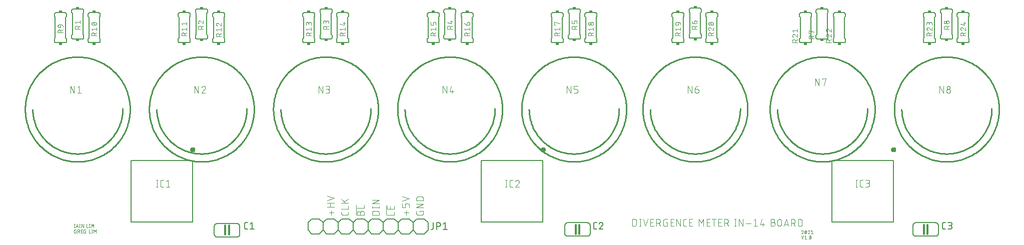
<source format=gbr>
G04 EAGLE Gerber RS-274X export*
G75*
%MOMM*%
%FSLAX34Y34*%
%LPD*%
%INSilkscreen Top*%
%IPPOS*%
%AMOC8*
5,1,8,0,0,1.08239X$1,22.5*%
G01*
%ADD10C,0.101600*%
%ADD11C,0.050800*%
%ADD12C,0.152400*%
%ADD13C,0.304800*%
%ADD14C,0.127000*%
%ADD15C,0.200000*%
%ADD16C,0.400000*%
%ADD17C,0.254000*%
%ADD18R,0.508000X0.381000*%


D10*
X532158Y44958D02*
X532158Y52747D01*
X528264Y48853D02*
X536053Y48853D01*
X536702Y58180D02*
X525018Y58180D01*
X530211Y58180D02*
X530211Y64671D01*
X525018Y64671D02*
X536702Y64671D01*
X536702Y73237D02*
X525018Y69342D01*
X525018Y77131D02*
X536702Y73237D01*
X560832Y50151D02*
X560832Y47554D01*
X560830Y47455D01*
X560824Y47355D01*
X560815Y47256D01*
X560802Y47158D01*
X560785Y47060D01*
X560764Y46962D01*
X560739Y46866D01*
X560711Y46771D01*
X560679Y46677D01*
X560644Y46584D01*
X560605Y46492D01*
X560562Y46402D01*
X560517Y46314D01*
X560467Y46227D01*
X560415Y46143D01*
X560359Y46060D01*
X560301Y45980D01*
X560239Y45902D01*
X560174Y45827D01*
X560106Y45754D01*
X560036Y45684D01*
X559963Y45616D01*
X559888Y45551D01*
X559810Y45489D01*
X559730Y45431D01*
X559647Y45375D01*
X559563Y45323D01*
X559476Y45273D01*
X559388Y45228D01*
X559298Y45185D01*
X559206Y45146D01*
X559113Y45111D01*
X559019Y45079D01*
X558924Y45051D01*
X558828Y45026D01*
X558730Y45005D01*
X558632Y44988D01*
X558534Y44975D01*
X558435Y44966D01*
X558335Y44960D01*
X558236Y44958D01*
X551744Y44958D01*
X551645Y44960D01*
X551545Y44966D01*
X551446Y44975D01*
X551348Y44988D01*
X551250Y45006D01*
X551152Y45026D01*
X551056Y45051D01*
X550960Y45079D01*
X550866Y45111D01*
X550773Y45146D01*
X550682Y45185D01*
X550592Y45228D01*
X550503Y45273D01*
X550417Y45323D01*
X550332Y45375D01*
X550250Y45431D01*
X550170Y45490D01*
X550092Y45551D01*
X550016Y45616D01*
X549943Y45684D01*
X549873Y45754D01*
X549805Y45827D01*
X549740Y45903D01*
X549679Y45981D01*
X549620Y46061D01*
X549564Y46143D01*
X549512Y46228D01*
X549463Y46314D01*
X549417Y46403D01*
X549374Y46493D01*
X549335Y46584D01*
X549300Y46677D01*
X549268Y46771D01*
X549240Y46867D01*
X549215Y46963D01*
X549195Y47061D01*
X549177Y47159D01*
X549164Y47257D01*
X549155Y47356D01*
X549149Y47455D01*
X549147Y47555D01*
X549148Y47554D02*
X549148Y50151D01*
X549148Y54920D02*
X560832Y54920D01*
X560832Y60113D01*
X560832Y64973D02*
X549148Y64973D01*
X549148Y71464D02*
X556288Y64973D01*
X553692Y67569D02*
X560832Y71464D01*
X573786Y61942D02*
X573786Y44450D01*
X581011Y44958D02*
X581011Y48204D01*
X581010Y48204D02*
X581012Y48317D01*
X581018Y48430D01*
X581028Y48543D01*
X581042Y48656D01*
X581059Y48768D01*
X581081Y48879D01*
X581106Y48989D01*
X581136Y49099D01*
X581169Y49207D01*
X581206Y49314D01*
X581246Y49420D01*
X581291Y49524D01*
X581339Y49627D01*
X581390Y49728D01*
X581445Y49827D01*
X581503Y49924D01*
X581565Y50019D01*
X581630Y50112D01*
X581698Y50202D01*
X581769Y50290D01*
X581844Y50376D01*
X581921Y50459D01*
X582001Y50539D01*
X582084Y50616D01*
X582170Y50691D01*
X582258Y50762D01*
X582348Y50830D01*
X582441Y50895D01*
X582536Y50957D01*
X582633Y51015D01*
X582732Y51070D01*
X582833Y51121D01*
X582936Y51169D01*
X583040Y51214D01*
X583146Y51254D01*
X583253Y51291D01*
X583361Y51324D01*
X583471Y51354D01*
X583581Y51379D01*
X583692Y51401D01*
X583804Y51418D01*
X583917Y51432D01*
X584030Y51442D01*
X584143Y51448D01*
X584256Y51450D01*
X584369Y51448D01*
X584482Y51442D01*
X584595Y51432D01*
X584708Y51418D01*
X584820Y51401D01*
X584931Y51379D01*
X585041Y51354D01*
X585151Y51324D01*
X585259Y51291D01*
X585366Y51254D01*
X585472Y51214D01*
X585576Y51169D01*
X585679Y51121D01*
X585780Y51070D01*
X585879Y51015D01*
X585976Y50957D01*
X586071Y50895D01*
X586164Y50830D01*
X586254Y50762D01*
X586342Y50691D01*
X586428Y50616D01*
X586511Y50539D01*
X586591Y50459D01*
X586668Y50376D01*
X586743Y50290D01*
X586814Y50202D01*
X586882Y50112D01*
X586947Y50019D01*
X587009Y49924D01*
X587067Y49827D01*
X587122Y49728D01*
X587173Y49627D01*
X587221Y49524D01*
X587266Y49420D01*
X587306Y49314D01*
X587343Y49207D01*
X587376Y49099D01*
X587406Y48989D01*
X587431Y48879D01*
X587453Y48768D01*
X587470Y48656D01*
X587484Y48543D01*
X587494Y48430D01*
X587500Y48317D01*
X587502Y48204D01*
X587502Y44958D01*
X575818Y44958D01*
X575818Y48204D01*
X575820Y48305D01*
X575826Y48405D01*
X575836Y48505D01*
X575849Y48605D01*
X575867Y48704D01*
X575888Y48803D01*
X575913Y48900D01*
X575942Y48997D01*
X575975Y49092D01*
X576011Y49186D01*
X576051Y49278D01*
X576094Y49369D01*
X576141Y49458D01*
X576191Y49545D01*
X576245Y49631D01*
X576302Y49714D01*
X576362Y49794D01*
X576425Y49873D01*
X576492Y49949D01*
X576561Y50022D01*
X576633Y50092D01*
X576707Y50160D01*
X576784Y50225D01*
X576864Y50286D01*
X576946Y50345D01*
X577030Y50400D01*
X577116Y50452D01*
X577204Y50501D01*
X577294Y50546D01*
X577386Y50588D01*
X577479Y50626D01*
X577574Y50660D01*
X577669Y50691D01*
X577766Y50718D01*
X577864Y50741D01*
X577963Y50761D01*
X578063Y50776D01*
X578163Y50788D01*
X578263Y50796D01*
X578364Y50800D01*
X578464Y50800D01*
X578565Y50796D01*
X578665Y50788D01*
X578765Y50776D01*
X578865Y50761D01*
X578964Y50741D01*
X579062Y50718D01*
X579159Y50691D01*
X579254Y50660D01*
X579349Y50626D01*
X579442Y50588D01*
X579534Y50546D01*
X579624Y50501D01*
X579712Y50452D01*
X579798Y50400D01*
X579882Y50345D01*
X579964Y50286D01*
X580044Y50225D01*
X580121Y50160D01*
X580195Y50092D01*
X580267Y50022D01*
X580336Y49949D01*
X580403Y49873D01*
X580466Y49794D01*
X580526Y49714D01*
X580583Y49631D01*
X580637Y49545D01*
X580687Y49458D01*
X580734Y49369D01*
X580777Y49278D01*
X580817Y49186D01*
X580853Y49092D01*
X580886Y48997D01*
X580915Y48900D01*
X580940Y48803D01*
X580961Y48704D01*
X580979Y48605D01*
X580992Y48505D01*
X581002Y48405D01*
X581008Y48305D01*
X581010Y48204D01*
X575818Y56241D02*
X587502Y56241D01*
X587502Y61434D01*
X601218Y44958D02*
X612902Y44958D01*
X601218Y44958D02*
X601218Y48204D01*
X601220Y48317D01*
X601226Y48430D01*
X601236Y48543D01*
X601250Y48656D01*
X601267Y48768D01*
X601289Y48879D01*
X601314Y48989D01*
X601344Y49099D01*
X601377Y49207D01*
X601414Y49314D01*
X601454Y49420D01*
X601499Y49524D01*
X601547Y49627D01*
X601598Y49728D01*
X601653Y49827D01*
X601711Y49924D01*
X601773Y50019D01*
X601838Y50112D01*
X601906Y50202D01*
X601977Y50290D01*
X602052Y50376D01*
X602129Y50459D01*
X602209Y50539D01*
X602292Y50616D01*
X602378Y50691D01*
X602466Y50762D01*
X602556Y50830D01*
X602649Y50895D01*
X602744Y50957D01*
X602841Y51015D01*
X602940Y51070D01*
X603041Y51121D01*
X603144Y51169D01*
X603248Y51214D01*
X603354Y51254D01*
X603461Y51291D01*
X603569Y51324D01*
X603679Y51354D01*
X603789Y51379D01*
X603900Y51401D01*
X604012Y51418D01*
X604125Y51432D01*
X604238Y51442D01*
X604351Y51448D01*
X604464Y51450D01*
X604464Y51449D02*
X609656Y51449D01*
X609656Y51450D02*
X609769Y51448D01*
X609882Y51442D01*
X609995Y51432D01*
X610108Y51418D01*
X610220Y51401D01*
X610331Y51379D01*
X610441Y51354D01*
X610551Y51324D01*
X610659Y51291D01*
X610766Y51254D01*
X610872Y51214D01*
X610976Y51169D01*
X611079Y51121D01*
X611180Y51070D01*
X611279Y51015D01*
X611376Y50957D01*
X611471Y50895D01*
X611564Y50830D01*
X611654Y50762D01*
X611742Y50691D01*
X611828Y50616D01*
X611911Y50539D01*
X611991Y50459D01*
X612068Y50376D01*
X612143Y50290D01*
X612214Y50202D01*
X612282Y50112D01*
X612347Y50019D01*
X612409Y49924D01*
X612467Y49827D01*
X612522Y49728D01*
X612573Y49627D01*
X612621Y49524D01*
X612666Y49420D01*
X612706Y49314D01*
X612743Y49207D01*
X612776Y49099D01*
X612806Y48989D01*
X612831Y48879D01*
X612853Y48768D01*
X612870Y48656D01*
X612884Y48543D01*
X612894Y48430D01*
X612900Y48317D01*
X612902Y48204D01*
X612902Y44958D01*
X612902Y57729D02*
X601218Y57729D01*
X612902Y56430D02*
X612902Y59027D01*
X601218Y59027D02*
X601218Y56430D01*
X601218Y64008D02*
X612902Y64008D01*
X612902Y70499D02*
X601218Y64008D01*
X601218Y70499D02*
X612902Y70499D01*
X624586Y60565D02*
X624586Y44450D01*
X626618Y44958D02*
X638302Y44958D01*
X638302Y50151D01*
X638302Y54864D02*
X638302Y60057D01*
X638302Y54864D02*
X626618Y54864D01*
X626618Y60057D01*
X631811Y58759D02*
X631811Y54864D01*
X659158Y52747D02*
X659158Y44958D01*
X655264Y48853D02*
X663053Y48853D01*
X663702Y57799D02*
X663702Y61694D01*
X663700Y61793D01*
X663694Y61893D01*
X663685Y61992D01*
X663672Y62090D01*
X663655Y62188D01*
X663634Y62286D01*
X663609Y62382D01*
X663581Y62477D01*
X663549Y62571D01*
X663514Y62664D01*
X663475Y62756D01*
X663432Y62846D01*
X663387Y62934D01*
X663337Y63021D01*
X663285Y63105D01*
X663229Y63188D01*
X663171Y63268D01*
X663109Y63346D01*
X663044Y63421D01*
X662976Y63494D01*
X662906Y63564D01*
X662833Y63632D01*
X662758Y63697D01*
X662680Y63759D01*
X662600Y63817D01*
X662517Y63873D01*
X662433Y63925D01*
X662346Y63975D01*
X662258Y64020D01*
X662168Y64063D01*
X662076Y64102D01*
X661983Y64137D01*
X661889Y64169D01*
X661794Y64197D01*
X661698Y64222D01*
X661600Y64243D01*
X661502Y64260D01*
X661404Y64273D01*
X661305Y64282D01*
X661205Y64288D01*
X661106Y64290D01*
X659807Y64290D01*
X659708Y64288D01*
X659608Y64282D01*
X659509Y64273D01*
X659411Y64260D01*
X659313Y64243D01*
X659215Y64222D01*
X659119Y64197D01*
X659024Y64169D01*
X658930Y64137D01*
X658837Y64102D01*
X658745Y64063D01*
X658655Y64020D01*
X658567Y63975D01*
X658480Y63925D01*
X658396Y63873D01*
X658313Y63817D01*
X658233Y63759D01*
X658155Y63697D01*
X658080Y63632D01*
X658007Y63564D01*
X657937Y63494D01*
X657869Y63421D01*
X657804Y63346D01*
X657742Y63268D01*
X657684Y63188D01*
X657628Y63105D01*
X657576Y63021D01*
X657526Y62934D01*
X657481Y62846D01*
X657438Y62756D01*
X657399Y62664D01*
X657364Y62571D01*
X657332Y62477D01*
X657304Y62382D01*
X657279Y62286D01*
X657258Y62188D01*
X657241Y62090D01*
X657228Y61992D01*
X657219Y61893D01*
X657213Y61793D01*
X657211Y61694D01*
X657211Y57799D01*
X652018Y57799D01*
X652018Y64290D01*
X652018Y68580D02*
X663702Y72475D01*
X652018Y76369D01*
X681341Y51449D02*
X681341Y49502D01*
X681341Y51449D02*
X687832Y51449D01*
X687832Y47554D01*
X687830Y47455D01*
X687824Y47355D01*
X687815Y47256D01*
X687802Y47158D01*
X687785Y47060D01*
X687764Y46962D01*
X687739Y46866D01*
X687711Y46771D01*
X687679Y46677D01*
X687644Y46584D01*
X687605Y46492D01*
X687562Y46402D01*
X687517Y46314D01*
X687467Y46227D01*
X687415Y46143D01*
X687359Y46060D01*
X687301Y45980D01*
X687239Y45902D01*
X687174Y45827D01*
X687106Y45754D01*
X687036Y45684D01*
X686963Y45616D01*
X686888Y45551D01*
X686810Y45489D01*
X686730Y45431D01*
X686647Y45375D01*
X686563Y45323D01*
X686476Y45273D01*
X686388Y45228D01*
X686298Y45185D01*
X686206Y45146D01*
X686113Y45111D01*
X686019Y45079D01*
X685924Y45051D01*
X685828Y45026D01*
X685730Y45005D01*
X685632Y44988D01*
X685534Y44975D01*
X685435Y44966D01*
X685335Y44960D01*
X685236Y44958D01*
X678744Y44958D01*
X678645Y44960D01*
X678545Y44966D01*
X678446Y44975D01*
X678348Y44988D01*
X678250Y45006D01*
X678152Y45026D01*
X678056Y45051D01*
X677960Y45079D01*
X677866Y45111D01*
X677773Y45146D01*
X677682Y45185D01*
X677592Y45228D01*
X677503Y45273D01*
X677417Y45323D01*
X677332Y45375D01*
X677250Y45431D01*
X677170Y45490D01*
X677092Y45551D01*
X677016Y45616D01*
X676943Y45684D01*
X676873Y45754D01*
X676805Y45827D01*
X676740Y45903D01*
X676679Y45981D01*
X676620Y46061D01*
X676564Y46143D01*
X676512Y46228D01*
X676463Y46314D01*
X676417Y46403D01*
X676374Y46493D01*
X676335Y46584D01*
X676300Y46677D01*
X676268Y46771D01*
X676240Y46867D01*
X676215Y46963D01*
X676195Y47061D01*
X676177Y47159D01*
X676164Y47257D01*
X676155Y47356D01*
X676149Y47455D01*
X676147Y47555D01*
X676148Y47554D02*
X676148Y51449D01*
X676148Y57150D02*
X687832Y57150D01*
X687832Y63641D02*
X676148Y57150D01*
X676148Y63641D02*
X687832Y63641D01*
X687832Y69342D02*
X676148Y69342D01*
X676148Y72587D01*
X676150Y72700D01*
X676156Y72813D01*
X676166Y72926D01*
X676180Y73039D01*
X676197Y73151D01*
X676219Y73262D01*
X676244Y73372D01*
X676274Y73482D01*
X676307Y73590D01*
X676344Y73697D01*
X676384Y73803D01*
X676429Y73907D01*
X676477Y74010D01*
X676528Y74111D01*
X676583Y74210D01*
X676641Y74307D01*
X676703Y74402D01*
X676768Y74495D01*
X676836Y74585D01*
X676907Y74673D01*
X676982Y74759D01*
X677059Y74842D01*
X677139Y74922D01*
X677222Y74999D01*
X677308Y75074D01*
X677396Y75145D01*
X677486Y75213D01*
X677579Y75278D01*
X677674Y75340D01*
X677771Y75398D01*
X677870Y75453D01*
X677971Y75504D01*
X678074Y75552D01*
X678178Y75597D01*
X678284Y75637D01*
X678391Y75674D01*
X678499Y75707D01*
X678609Y75737D01*
X678719Y75762D01*
X678830Y75784D01*
X678942Y75801D01*
X679055Y75815D01*
X679168Y75825D01*
X679281Y75831D01*
X679394Y75833D01*
X684586Y75833D01*
X684586Y75834D02*
X684699Y75832D01*
X684812Y75826D01*
X684925Y75816D01*
X685038Y75802D01*
X685150Y75785D01*
X685261Y75763D01*
X685371Y75738D01*
X685481Y75708D01*
X685589Y75675D01*
X685696Y75638D01*
X685802Y75598D01*
X685906Y75553D01*
X686009Y75505D01*
X686110Y75454D01*
X686209Y75399D01*
X686306Y75341D01*
X686401Y75279D01*
X686494Y75214D01*
X686584Y75146D01*
X686672Y75075D01*
X686758Y75000D01*
X686841Y74923D01*
X686921Y74843D01*
X686998Y74760D01*
X687073Y74674D01*
X687144Y74586D01*
X687212Y74496D01*
X687277Y74403D01*
X687339Y74308D01*
X687397Y74211D01*
X687452Y74112D01*
X687503Y74011D01*
X687551Y73908D01*
X687596Y73804D01*
X687636Y73698D01*
X687673Y73591D01*
X687706Y73483D01*
X687736Y73373D01*
X687761Y73263D01*
X687783Y73152D01*
X687800Y73040D01*
X687814Y72927D01*
X687824Y72814D01*
X687830Y72701D01*
X687832Y72588D01*
X687832Y72587D02*
X687832Y69342D01*
X1041908Y37592D02*
X1041908Y25908D01*
X1041908Y37592D02*
X1045154Y37592D01*
X1045267Y37590D01*
X1045380Y37584D01*
X1045493Y37574D01*
X1045606Y37560D01*
X1045718Y37543D01*
X1045829Y37521D01*
X1045939Y37496D01*
X1046049Y37466D01*
X1046157Y37433D01*
X1046264Y37396D01*
X1046370Y37356D01*
X1046474Y37311D01*
X1046577Y37263D01*
X1046678Y37212D01*
X1046777Y37157D01*
X1046874Y37099D01*
X1046969Y37037D01*
X1047062Y36972D01*
X1047152Y36904D01*
X1047240Y36833D01*
X1047326Y36758D01*
X1047409Y36681D01*
X1047489Y36601D01*
X1047566Y36518D01*
X1047641Y36432D01*
X1047712Y36344D01*
X1047780Y36254D01*
X1047845Y36161D01*
X1047907Y36066D01*
X1047965Y35969D01*
X1048020Y35870D01*
X1048071Y35769D01*
X1048119Y35666D01*
X1048164Y35562D01*
X1048204Y35456D01*
X1048241Y35349D01*
X1048274Y35241D01*
X1048304Y35131D01*
X1048329Y35021D01*
X1048351Y34910D01*
X1048368Y34798D01*
X1048382Y34685D01*
X1048392Y34572D01*
X1048398Y34459D01*
X1048400Y34346D01*
X1048399Y34346D02*
X1048399Y29154D01*
X1048400Y29154D02*
X1048398Y29041D01*
X1048392Y28928D01*
X1048382Y28815D01*
X1048368Y28702D01*
X1048351Y28590D01*
X1048329Y28479D01*
X1048304Y28369D01*
X1048274Y28259D01*
X1048241Y28151D01*
X1048204Y28044D01*
X1048164Y27938D01*
X1048119Y27834D01*
X1048071Y27731D01*
X1048020Y27630D01*
X1047965Y27531D01*
X1047907Y27434D01*
X1047845Y27339D01*
X1047780Y27246D01*
X1047712Y27156D01*
X1047641Y27068D01*
X1047566Y26982D01*
X1047489Y26899D01*
X1047409Y26819D01*
X1047326Y26742D01*
X1047240Y26667D01*
X1047152Y26596D01*
X1047062Y26528D01*
X1046969Y26463D01*
X1046874Y26401D01*
X1046777Y26343D01*
X1046678Y26288D01*
X1046577Y26237D01*
X1046474Y26189D01*
X1046370Y26144D01*
X1046264Y26104D01*
X1046157Y26067D01*
X1046049Y26034D01*
X1045939Y26004D01*
X1045829Y25979D01*
X1045718Y25957D01*
X1045606Y25940D01*
X1045493Y25926D01*
X1045380Y25916D01*
X1045267Y25910D01*
X1045154Y25908D01*
X1041908Y25908D01*
X1054679Y25908D02*
X1054679Y37592D01*
X1053380Y25908D02*
X1055977Y25908D01*
X1055977Y37592D02*
X1053380Y37592D01*
X1059928Y37592D02*
X1063823Y25908D01*
X1067717Y37592D01*
X1072411Y25908D02*
X1077603Y25908D01*
X1072411Y25908D02*
X1072411Y37592D01*
X1077603Y37592D01*
X1076305Y32399D02*
X1072411Y32399D01*
X1082368Y37592D02*
X1082368Y25908D01*
X1082368Y37592D02*
X1085613Y37592D01*
X1085726Y37590D01*
X1085839Y37584D01*
X1085952Y37574D01*
X1086065Y37560D01*
X1086177Y37543D01*
X1086288Y37521D01*
X1086398Y37496D01*
X1086508Y37466D01*
X1086616Y37433D01*
X1086723Y37396D01*
X1086829Y37356D01*
X1086933Y37311D01*
X1087036Y37263D01*
X1087137Y37212D01*
X1087236Y37157D01*
X1087333Y37099D01*
X1087428Y37037D01*
X1087521Y36972D01*
X1087611Y36904D01*
X1087699Y36833D01*
X1087785Y36758D01*
X1087868Y36681D01*
X1087948Y36601D01*
X1088025Y36518D01*
X1088100Y36432D01*
X1088171Y36344D01*
X1088239Y36254D01*
X1088304Y36161D01*
X1088366Y36066D01*
X1088424Y35969D01*
X1088479Y35870D01*
X1088530Y35769D01*
X1088578Y35666D01*
X1088623Y35562D01*
X1088663Y35456D01*
X1088700Y35349D01*
X1088733Y35241D01*
X1088763Y35131D01*
X1088788Y35021D01*
X1088810Y34910D01*
X1088827Y34798D01*
X1088841Y34685D01*
X1088851Y34572D01*
X1088857Y34459D01*
X1088859Y34346D01*
X1088857Y34233D01*
X1088851Y34120D01*
X1088841Y34007D01*
X1088827Y33894D01*
X1088810Y33782D01*
X1088788Y33671D01*
X1088763Y33561D01*
X1088733Y33451D01*
X1088700Y33343D01*
X1088663Y33236D01*
X1088623Y33130D01*
X1088578Y33026D01*
X1088530Y32923D01*
X1088479Y32822D01*
X1088424Y32723D01*
X1088366Y32626D01*
X1088304Y32531D01*
X1088239Y32438D01*
X1088171Y32348D01*
X1088100Y32260D01*
X1088025Y32174D01*
X1087948Y32091D01*
X1087868Y32011D01*
X1087785Y31934D01*
X1087699Y31859D01*
X1087611Y31788D01*
X1087521Y31720D01*
X1087428Y31655D01*
X1087333Y31593D01*
X1087236Y31535D01*
X1087137Y31480D01*
X1087036Y31429D01*
X1086933Y31381D01*
X1086829Y31336D01*
X1086723Y31296D01*
X1086616Y31259D01*
X1086508Y31226D01*
X1086398Y31196D01*
X1086288Y31171D01*
X1086177Y31149D01*
X1086065Y31132D01*
X1085952Y31118D01*
X1085839Y31108D01*
X1085726Y31102D01*
X1085613Y31100D01*
X1085613Y31101D02*
X1082368Y31101D01*
X1086262Y31101D02*
X1088859Y25908D01*
X1098649Y32399D02*
X1100596Y32399D01*
X1100596Y25908D01*
X1096701Y25908D01*
X1096602Y25910D01*
X1096502Y25916D01*
X1096403Y25925D01*
X1096305Y25938D01*
X1096207Y25955D01*
X1096109Y25976D01*
X1096013Y26001D01*
X1095918Y26029D01*
X1095824Y26061D01*
X1095731Y26096D01*
X1095639Y26135D01*
X1095549Y26178D01*
X1095461Y26223D01*
X1095374Y26273D01*
X1095290Y26325D01*
X1095207Y26381D01*
X1095127Y26439D01*
X1095049Y26501D01*
X1094974Y26566D01*
X1094901Y26634D01*
X1094831Y26704D01*
X1094763Y26777D01*
X1094698Y26852D01*
X1094636Y26930D01*
X1094578Y27010D01*
X1094522Y27093D01*
X1094470Y27177D01*
X1094420Y27264D01*
X1094375Y27352D01*
X1094332Y27442D01*
X1094293Y27534D01*
X1094258Y27627D01*
X1094226Y27721D01*
X1094198Y27816D01*
X1094173Y27912D01*
X1094152Y28010D01*
X1094135Y28108D01*
X1094122Y28206D01*
X1094113Y28305D01*
X1094107Y28405D01*
X1094105Y28504D01*
X1094105Y34996D01*
X1094107Y35095D01*
X1094113Y35195D01*
X1094122Y35294D01*
X1094135Y35392D01*
X1094152Y35490D01*
X1094173Y35588D01*
X1094198Y35684D01*
X1094226Y35779D01*
X1094258Y35873D01*
X1094293Y35966D01*
X1094332Y36058D01*
X1094375Y36148D01*
X1094420Y36236D01*
X1094470Y36323D01*
X1094522Y36407D01*
X1094578Y36490D01*
X1094636Y36570D01*
X1094698Y36648D01*
X1094763Y36723D01*
X1094831Y36796D01*
X1094901Y36866D01*
X1094974Y36934D01*
X1095049Y36999D01*
X1095127Y37061D01*
X1095207Y37119D01*
X1095290Y37175D01*
X1095374Y37227D01*
X1095461Y37277D01*
X1095549Y37322D01*
X1095639Y37365D01*
X1095731Y37404D01*
X1095823Y37439D01*
X1095918Y37471D01*
X1096013Y37499D01*
X1096109Y37524D01*
X1096207Y37545D01*
X1096305Y37562D01*
X1096403Y37575D01*
X1096502Y37584D01*
X1096602Y37590D01*
X1096701Y37592D01*
X1100596Y37592D01*
X1106320Y25908D02*
X1111512Y25908D01*
X1106320Y25908D02*
X1106320Y37592D01*
X1111512Y37592D01*
X1110214Y32399D02*
X1106320Y32399D01*
X1116203Y37592D02*
X1116203Y25908D01*
X1122694Y25908D02*
X1116203Y37592D01*
X1122694Y37592D02*
X1122694Y25908D01*
X1130577Y25908D02*
X1133174Y25908D01*
X1130577Y25908D02*
X1130478Y25910D01*
X1130378Y25916D01*
X1130279Y25925D01*
X1130181Y25938D01*
X1130083Y25955D01*
X1129985Y25976D01*
X1129889Y26001D01*
X1129794Y26029D01*
X1129700Y26061D01*
X1129607Y26096D01*
X1129515Y26135D01*
X1129425Y26178D01*
X1129337Y26223D01*
X1129250Y26273D01*
X1129166Y26325D01*
X1129083Y26381D01*
X1129003Y26439D01*
X1128925Y26501D01*
X1128850Y26566D01*
X1128777Y26634D01*
X1128707Y26704D01*
X1128639Y26777D01*
X1128574Y26852D01*
X1128512Y26930D01*
X1128454Y27010D01*
X1128398Y27093D01*
X1128346Y27177D01*
X1128296Y27264D01*
X1128251Y27352D01*
X1128208Y27442D01*
X1128169Y27534D01*
X1128134Y27627D01*
X1128102Y27721D01*
X1128074Y27816D01*
X1128049Y27912D01*
X1128028Y28010D01*
X1128011Y28108D01*
X1127998Y28206D01*
X1127989Y28305D01*
X1127983Y28405D01*
X1127981Y28504D01*
X1127981Y34996D01*
X1127983Y35095D01*
X1127989Y35195D01*
X1127998Y35294D01*
X1128011Y35392D01*
X1128028Y35490D01*
X1128049Y35588D01*
X1128074Y35684D01*
X1128102Y35779D01*
X1128134Y35873D01*
X1128169Y35966D01*
X1128208Y36058D01*
X1128251Y36148D01*
X1128296Y36236D01*
X1128346Y36323D01*
X1128398Y36407D01*
X1128454Y36490D01*
X1128512Y36570D01*
X1128574Y36648D01*
X1128639Y36723D01*
X1128707Y36796D01*
X1128777Y36866D01*
X1128850Y36934D01*
X1128925Y36999D01*
X1129003Y37061D01*
X1129083Y37119D01*
X1129166Y37175D01*
X1129250Y37227D01*
X1129337Y37277D01*
X1129425Y37322D01*
X1129515Y37365D01*
X1129607Y37404D01*
X1129699Y37439D01*
X1129794Y37471D01*
X1129889Y37499D01*
X1129985Y37524D01*
X1130083Y37545D01*
X1130181Y37562D01*
X1130279Y37575D01*
X1130378Y37584D01*
X1130478Y37590D01*
X1130577Y37592D01*
X1133174Y37592D01*
X1137942Y25908D02*
X1143135Y25908D01*
X1137942Y25908D02*
X1137942Y37592D01*
X1143135Y37592D01*
X1141837Y32399D02*
X1137942Y32399D01*
X1154035Y37592D02*
X1154035Y25908D01*
X1157929Y31101D02*
X1154035Y37592D01*
X1157929Y31101D02*
X1161824Y37592D01*
X1161824Y25908D01*
X1167660Y25908D02*
X1172853Y25908D01*
X1167660Y25908D02*
X1167660Y37592D01*
X1172853Y37592D01*
X1171555Y32399D02*
X1167660Y32399D01*
X1179646Y37592D02*
X1179646Y25908D01*
X1176401Y37592D02*
X1182892Y37592D01*
X1187472Y25908D02*
X1192665Y25908D01*
X1187472Y25908D02*
X1187472Y37592D01*
X1192665Y37592D01*
X1191367Y32399D02*
X1187472Y32399D01*
X1197429Y37592D02*
X1197429Y25908D01*
X1197429Y37592D02*
X1200675Y37592D01*
X1200788Y37590D01*
X1200901Y37584D01*
X1201014Y37574D01*
X1201127Y37560D01*
X1201239Y37543D01*
X1201350Y37521D01*
X1201460Y37496D01*
X1201570Y37466D01*
X1201678Y37433D01*
X1201785Y37396D01*
X1201891Y37356D01*
X1201995Y37311D01*
X1202098Y37263D01*
X1202199Y37212D01*
X1202298Y37157D01*
X1202395Y37099D01*
X1202490Y37037D01*
X1202583Y36972D01*
X1202673Y36904D01*
X1202761Y36833D01*
X1202847Y36758D01*
X1202930Y36681D01*
X1203010Y36601D01*
X1203087Y36518D01*
X1203162Y36432D01*
X1203233Y36344D01*
X1203301Y36254D01*
X1203366Y36161D01*
X1203428Y36066D01*
X1203486Y35969D01*
X1203541Y35870D01*
X1203592Y35769D01*
X1203640Y35666D01*
X1203685Y35562D01*
X1203725Y35456D01*
X1203762Y35349D01*
X1203795Y35241D01*
X1203825Y35131D01*
X1203850Y35021D01*
X1203872Y34910D01*
X1203889Y34798D01*
X1203903Y34685D01*
X1203913Y34572D01*
X1203919Y34459D01*
X1203921Y34346D01*
X1203919Y34233D01*
X1203913Y34120D01*
X1203903Y34007D01*
X1203889Y33894D01*
X1203872Y33782D01*
X1203850Y33671D01*
X1203825Y33561D01*
X1203795Y33451D01*
X1203762Y33343D01*
X1203725Y33236D01*
X1203685Y33130D01*
X1203640Y33026D01*
X1203592Y32923D01*
X1203541Y32822D01*
X1203486Y32723D01*
X1203428Y32626D01*
X1203366Y32531D01*
X1203301Y32438D01*
X1203233Y32348D01*
X1203162Y32260D01*
X1203087Y32174D01*
X1203010Y32091D01*
X1202930Y32011D01*
X1202847Y31934D01*
X1202761Y31859D01*
X1202673Y31788D01*
X1202583Y31720D01*
X1202490Y31655D01*
X1202395Y31593D01*
X1202298Y31535D01*
X1202199Y31480D01*
X1202098Y31429D01*
X1201995Y31381D01*
X1201891Y31336D01*
X1201785Y31296D01*
X1201678Y31259D01*
X1201570Y31226D01*
X1201460Y31196D01*
X1201350Y31171D01*
X1201239Y31149D01*
X1201127Y31132D01*
X1201014Y31118D01*
X1200901Y31108D01*
X1200788Y31102D01*
X1200675Y31100D01*
X1200675Y31101D02*
X1197429Y31101D01*
X1201324Y31101D02*
X1203921Y25908D01*
X1215841Y25908D02*
X1215841Y37592D01*
X1214543Y25908D02*
X1217140Y25908D01*
X1217140Y37592D02*
X1214543Y37592D01*
X1222121Y37592D02*
X1222121Y25908D01*
X1228612Y25908D02*
X1222121Y37592D01*
X1228612Y37592D02*
X1228612Y25908D01*
X1234045Y30452D02*
X1241834Y30452D01*
X1246886Y34996D02*
X1250131Y37592D01*
X1250131Y25908D01*
X1246886Y25908D02*
X1253377Y25908D01*
X1258316Y28504D02*
X1260912Y37592D01*
X1258316Y28504D02*
X1264807Y28504D01*
X1262860Y31101D02*
X1262860Y25908D01*
X1276392Y32399D02*
X1279638Y32399D01*
X1279638Y32400D02*
X1279751Y32398D01*
X1279864Y32392D01*
X1279977Y32382D01*
X1280090Y32368D01*
X1280202Y32351D01*
X1280313Y32329D01*
X1280423Y32304D01*
X1280533Y32274D01*
X1280641Y32241D01*
X1280748Y32204D01*
X1280854Y32164D01*
X1280958Y32119D01*
X1281061Y32071D01*
X1281162Y32020D01*
X1281261Y31965D01*
X1281358Y31907D01*
X1281453Y31845D01*
X1281546Y31780D01*
X1281636Y31712D01*
X1281724Y31641D01*
X1281810Y31566D01*
X1281893Y31489D01*
X1281973Y31409D01*
X1282050Y31326D01*
X1282125Y31240D01*
X1282196Y31152D01*
X1282264Y31062D01*
X1282329Y30969D01*
X1282391Y30874D01*
X1282449Y30777D01*
X1282504Y30678D01*
X1282555Y30577D01*
X1282603Y30474D01*
X1282648Y30370D01*
X1282688Y30264D01*
X1282725Y30157D01*
X1282758Y30049D01*
X1282788Y29939D01*
X1282813Y29829D01*
X1282835Y29718D01*
X1282852Y29606D01*
X1282866Y29493D01*
X1282876Y29380D01*
X1282882Y29267D01*
X1282884Y29154D01*
X1282882Y29041D01*
X1282876Y28928D01*
X1282866Y28815D01*
X1282852Y28702D01*
X1282835Y28590D01*
X1282813Y28479D01*
X1282788Y28369D01*
X1282758Y28259D01*
X1282725Y28151D01*
X1282688Y28044D01*
X1282648Y27938D01*
X1282603Y27834D01*
X1282555Y27731D01*
X1282504Y27630D01*
X1282449Y27531D01*
X1282391Y27434D01*
X1282329Y27339D01*
X1282264Y27246D01*
X1282196Y27156D01*
X1282125Y27068D01*
X1282050Y26982D01*
X1281973Y26899D01*
X1281893Y26819D01*
X1281810Y26742D01*
X1281724Y26667D01*
X1281636Y26596D01*
X1281546Y26528D01*
X1281453Y26463D01*
X1281358Y26401D01*
X1281261Y26343D01*
X1281162Y26288D01*
X1281061Y26237D01*
X1280958Y26189D01*
X1280854Y26144D01*
X1280748Y26104D01*
X1280641Y26067D01*
X1280533Y26034D01*
X1280423Y26004D01*
X1280313Y25979D01*
X1280202Y25957D01*
X1280090Y25940D01*
X1279977Y25926D01*
X1279864Y25916D01*
X1279751Y25910D01*
X1279638Y25908D01*
X1276392Y25908D01*
X1276392Y37592D01*
X1279638Y37592D01*
X1279739Y37590D01*
X1279839Y37584D01*
X1279939Y37574D01*
X1280039Y37561D01*
X1280138Y37543D01*
X1280237Y37522D01*
X1280334Y37497D01*
X1280431Y37468D01*
X1280526Y37435D01*
X1280620Y37399D01*
X1280712Y37359D01*
X1280803Y37316D01*
X1280892Y37269D01*
X1280979Y37219D01*
X1281065Y37165D01*
X1281148Y37108D01*
X1281228Y37048D01*
X1281307Y36985D01*
X1281383Y36918D01*
X1281456Y36849D01*
X1281526Y36777D01*
X1281594Y36703D01*
X1281659Y36626D01*
X1281720Y36546D01*
X1281779Y36464D01*
X1281834Y36380D01*
X1281886Y36294D01*
X1281935Y36206D01*
X1281980Y36116D01*
X1282022Y36024D01*
X1282060Y35931D01*
X1282094Y35836D01*
X1282125Y35741D01*
X1282152Y35644D01*
X1282175Y35546D01*
X1282195Y35447D01*
X1282210Y35347D01*
X1282222Y35247D01*
X1282230Y35147D01*
X1282234Y35046D01*
X1282234Y34946D01*
X1282230Y34845D01*
X1282222Y34745D01*
X1282210Y34645D01*
X1282195Y34545D01*
X1282175Y34446D01*
X1282152Y34348D01*
X1282125Y34251D01*
X1282094Y34156D01*
X1282060Y34061D01*
X1282022Y33968D01*
X1281980Y33876D01*
X1281935Y33786D01*
X1281886Y33698D01*
X1281834Y33612D01*
X1281779Y33528D01*
X1281720Y33446D01*
X1281659Y33366D01*
X1281594Y33289D01*
X1281526Y33215D01*
X1281456Y33143D01*
X1281383Y33074D01*
X1281307Y33007D01*
X1281228Y32944D01*
X1281148Y32884D01*
X1281065Y32827D01*
X1280979Y32773D01*
X1280892Y32723D01*
X1280803Y32676D01*
X1280712Y32633D01*
X1280620Y32593D01*
X1280526Y32557D01*
X1280431Y32524D01*
X1280334Y32495D01*
X1280237Y32470D01*
X1280138Y32449D01*
X1280039Y32431D01*
X1279939Y32418D01*
X1279839Y32408D01*
X1279739Y32402D01*
X1279638Y32400D01*
X1287272Y34346D02*
X1287272Y29154D01*
X1287271Y34346D02*
X1287273Y34459D01*
X1287279Y34572D01*
X1287289Y34685D01*
X1287303Y34798D01*
X1287320Y34910D01*
X1287342Y35021D01*
X1287367Y35131D01*
X1287397Y35241D01*
X1287430Y35349D01*
X1287467Y35456D01*
X1287507Y35562D01*
X1287552Y35666D01*
X1287600Y35769D01*
X1287651Y35870D01*
X1287706Y35969D01*
X1287764Y36066D01*
X1287826Y36161D01*
X1287891Y36254D01*
X1287959Y36344D01*
X1288030Y36432D01*
X1288105Y36518D01*
X1288182Y36601D01*
X1288262Y36681D01*
X1288345Y36758D01*
X1288431Y36833D01*
X1288519Y36904D01*
X1288609Y36972D01*
X1288702Y37037D01*
X1288797Y37099D01*
X1288894Y37157D01*
X1288993Y37212D01*
X1289094Y37263D01*
X1289197Y37311D01*
X1289301Y37356D01*
X1289407Y37396D01*
X1289514Y37433D01*
X1289622Y37466D01*
X1289732Y37496D01*
X1289842Y37521D01*
X1289953Y37543D01*
X1290065Y37560D01*
X1290178Y37574D01*
X1290291Y37584D01*
X1290404Y37590D01*
X1290517Y37592D01*
X1290630Y37590D01*
X1290743Y37584D01*
X1290856Y37574D01*
X1290969Y37560D01*
X1291081Y37543D01*
X1291192Y37521D01*
X1291302Y37496D01*
X1291412Y37466D01*
X1291520Y37433D01*
X1291627Y37396D01*
X1291733Y37356D01*
X1291837Y37311D01*
X1291940Y37263D01*
X1292041Y37212D01*
X1292140Y37157D01*
X1292237Y37099D01*
X1292332Y37037D01*
X1292425Y36972D01*
X1292515Y36904D01*
X1292603Y36833D01*
X1292689Y36758D01*
X1292772Y36681D01*
X1292852Y36601D01*
X1292929Y36518D01*
X1293004Y36432D01*
X1293075Y36344D01*
X1293143Y36254D01*
X1293208Y36161D01*
X1293270Y36066D01*
X1293328Y35969D01*
X1293383Y35870D01*
X1293434Y35769D01*
X1293482Y35666D01*
X1293527Y35562D01*
X1293567Y35456D01*
X1293604Y35349D01*
X1293637Y35241D01*
X1293667Y35131D01*
X1293692Y35021D01*
X1293714Y34910D01*
X1293731Y34798D01*
X1293745Y34685D01*
X1293755Y34572D01*
X1293761Y34459D01*
X1293763Y34346D01*
X1293763Y29154D01*
X1293761Y29041D01*
X1293755Y28928D01*
X1293745Y28815D01*
X1293731Y28702D01*
X1293714Y28590D01*
X1293692Y28479D01*
X1293667Y28369D01*
X1293637Y28259D01*
X1293604Y28151D01*
X1293567Y28044D01*
X1293527Y27938D01*
X1293482Y27834D01*
X1293434Y27731D01*
X1293383Y27630D01*
X1293328Y27531D01*
X1293270Y27434D01*
X1293208Y27339D01*
X1293143Y27246D01*
X1293075Y27156D01*
X1293004Y27068D01*
X1292929Y26982D01*
X1292852Y26899D01*
X1292772Y26819D01*
X1292689Y26742D01*
X1292603Y26667D01*
X1292515Y26596D01*
X1292425Y26528D01*
X1292332Y26463D01*
X1292237Y26401D01*
X1292140Y26343D01*
X1292041Y26288D01*
X1291940Y26237D01*
X1291837Y26189D01*
X1291733Y26144D01*
X1291627Y26104D01*
X1291520Y26067D01*
X1291412Y26034D01*
X1291302Y26004D01*
X1291192Y25979D01*
X1291081Y25957D01*
X1290969Y25940D01*
X1290856Y25926D01*
X1290743Y25916D01*
X1290630Y25910D01*
X1290517Y25908D01*
X1290404Y25910D01*
X1290291Y25916D01*
X1290178Y25926D01*
X1290065Y25940D01*
X1289953Y25957D01*
X1289842Y25979D01*
X1289732Y26004D01*
X1289622Y26034D01*
X1289514Y26067D01*
X1289407Y26104D01*
X1289301Y26144D01*
X1289197Y26189D01*
X1289094Y26237D01*
X1288993Y26288D01*
X1288894Y26343D01*
X1288797Y26401D01*
X1288702Y26463D01*
X1288609Y26528D01*
X1288519Y26596D01*
X1288431Y26667D01*
X1288345Y26742D01*
X1288262Y26819D01*
X1288182Y26899D01*
X1288105Y26982D01*
X1288030Y27068D01*
X1287959Y27156D01*
X1287891Y27246D01*
X1287826Y27339D01*
X1287764Y27434D01*
X1287706Y27531D01*
X1287651Y27630D01*
X1287600Y27731D01*
X1287552Y27834D01*
X1287507Y27938D01*
X1287467Y28044D01*
X1287430Y28151D01*
X1287397Y28259D01*
X1287367Y28369D01*
X1287342Y28479D01*
X1287320Y28590D01*
X1287303Y28702D01*
X1287289Y28815D01*
X1287279Y28928D01*
X1287273Y29041D01*
X1287271Y29154D01*
X1298053Y25908D02*
X1301947Y37592D01*
X1305842Y25908D01*
X1304868Y28829D02*
X1299026Y28829D01*
X1310586Y25908D02*
X1310586Y37592D01*
X1313832Y37592D01*
X1313945Y37590D01*
X1314058Y37584D01*
X1314171Y37574D01*
X1314284Y37560D01*
X1314396Y37543D01*
X1314507Y37521D01*
X1314617Y37496D01*
X1314727Y37466D01*
X1314835Y37433D01*
X1314942Y37396D01*
X1315048Y37356D01*
X1315152Y37311D01*
X1315255Y37263D01*
X1315356Y37212D01*
X1315455Y37157D01*
X1315552Y37099D01*
X1315647Y37037D01*
X1315740Y36972D01*
X1315830Y36904D01*
X1315918Y36833D01*
X1316004Y36758D01*
X1316087Y36681D01*
X1316167Y36601D01*
X1316244Y36518D01*
X1316319Y36432D01*
X1316390Y36344D01*
X1316458Y36254D01*
X1316523Y36161D01*
X1316585Y36066D01*
X1316643Y35969D01*
X1316698Y35870D01*
X1316749Y35769D01*
X1316797Y35666D01*
X1316842Y35562D01*
X1316882Y35456D01*
X1316919Y35349D01*
X1316952Y35241D01*
X1316982Y35131D01*
X1317007Y35021D01*
X1317029Y34910D01*
X1317046Y34798D01*
X1317060Y34685D01*
X1317070Y34572D01*
X1317076Y34459D01*
X1317078Y34346D01*
X1317076Y34233D01*
X1317070Y34120D01*
X1317060Y34007D01*
X1317046Y33894D01*
X1317029Y33782D01*
X1317007Y33671D01*
X1316982Y33561D01*
X1316952Y33451D01*
X1316919Y33343D01*
X1316882Y33236D01*
X1316842Y33130D01*
X1316797Y33026D01*
X1316749Y32923D01*
X1316698Y32822D01*
X1316643Y32723D01*
X1316585Y32626D01*
X1316523Y32531D01*
X1316458Y32438D01*
X1316390Y32348D01*
X1316319Y32260D01*
X1316244Y32174D01*
X1316167Y32091D01*
X1316087Y32011D01*
X1316004Y31934D01*
X1315918Y31859D01*
X1315830Y31788D01*
X1315740Y31720D01*
X1315647Y31655D01*
X1315552Y31593D01*
X1315455Y31535D01*
X1315356Y31480D01*
X1315255Y31429D01*
X1315152Y31381D01*
X1315048Y31336D01*
X1314942Y31296D01*
X1314835Y31259D01*
X1314727Y31226D01*
X1314617Y31196D01*
X1314507Y31171D01*
X1314396Y31149D01*
X1314284Y31132D01*
X1314171Y31118D01*
X1314058Y31108D01*
X1313945Y31102D01*
X1313832Y31100D01*
X1313832Y31101D02*
X1310586Y31101D01*
X1314481Y31101D02*
X1317077Y25908D01*
X1322324Y25908D02*
X1322324Y37592D01*
X1325569Y37592D01*
X1325682Y37590D01*
X1325795Y37584D01*
X1325908Y37574D01*
X1326021Y37560D01*
X1326133Y37543D01*
X1326244Y37521D01*
X1326354Y37496D01*
X1326464Y37466D01*
X1326572Y37433D01*
X1326679Y37396D01*
X1326785Y37356D01*
X1326889Y37311D01*
X1326992Y37263D01*
X1327093Y37212D01*
X1327192Y37157D01*
X1327289Y37099D01*
X1327384Y37037D01*
X1327477Y36972D01*
X1327567Y36904D01*
X1327655Y36833D01*
X1327741Y36758D01*
X1327824Y36681D01*
X1327904Y36601D01*
X1327981Y36518D01*
X1328056Y36432D01*
X1328127Y36344D01*
X1328195Y36254D01*
X1328260Y36161D01*
X1328322Y36066D01*
X1328380Y35969D01*
X1328435Y35870D01*
X1328486Y35769D01*
X1328534Y35666D01*
X1328579Y35562D01*
X1328619Y35456D01*
X1328656Y35349D01*
X1328689Y35241D01*
X1328719Y35131D01*
X1328744Y35021D01*
X1328766Y34910D01*
X1328783Y34798D01*
X1328797Y34685D01*
X1328807Y34572D01*
X1328813Y34459D01*
X1328815Y34346D01*
X1328815Y29154D01*
X1328813Y29041D01*
X1328807Y28928D01*
X1328797Y28815D01*
X1328783Y28702D01*
X1328766Y28590D01*
X1328744Y28479D01*
X1328719Y28369D01*
X1328689Y28259D01*
X1328656Y28151D01*
X1328619Y28044D01*
X1328579Y27938D01*
X1328534Y27834D01*
X1328486Y27731D01*
X1328435Y27630D01*
X1328380Y27531D01*
X1328322Y27434D01*
X1328260Y27339D01*
X1328195Y27246D01*
X1328127Y27156D01*
X1328056Y27068D01*
X1327981Y26982D01*
X1327904Y26899D01*
X1327824Y26819D01*
X1327741Y26742D01*
X1327655Y26667D01*
X1327567Y26596D01*
X1327477Y26528D01*
X1327384Y26463D01*
X1327289Y26401D01*
X1327192Y26343D01*
X1327093Y26288D01*
X1326992Y26237D01*
X1326889Y26189D01*
X1326785Y26144D01*
X1326679Y26104D01*
X1326572Y26067D01*
X1326464Y26034D01*
X1326354Y26004D01*
X1326244Y25979D01*
X1326133Y25957D01*
X1326021Y25940D01*
X1325908Y25926D01*
X1325795Y25916D01*
X1325682Y25910D01*
X1325569Y25908D01*
X1322324Y25908D01*
D11*
X1329111Y18796D02*
X1329184Y18794D01*
X1329257Y18788D01*
X1329330Y18779D01*
X1329401Y18765D01*
X1329473Y18748D01*
X1329543Y18728D01*
X1329612Y18703D01*
X1329679Y18675D01*
X1329745Y18644D01*
X1329810Y18609D01*
X1329872Y18571D01*
X1329932Y18529D01*
X1329990Y18485D01*
X1330046Y18437D01*
X1330099Y18387D01*
X1330149Y18334D01*
X1330197Y18278D01*
X1330241Y18220D01*
X1330283Y18160D01*
X1330321Y18098D01*
X1330356Y18033D01*
X1330387Y17967D01*
X1330415Y17900D01*
X1330440Y17831D01*
X1330460Y17761D01*
X1330477Y17689D01*
X1330491Y17618D01*
X1330500Y17545D01*
X1330506Y17472D01*
X1330508Y17399D01*
X1329111Y18796D02*
X1329027Y18794D01*
X1328944Y18788D01*
X1328861Y18779D01*
X1328779Y18765D01*
X1328697Y18748D01*
X1328616Y18726D01*
X1328536Y18701D01*
X1328458Y18673D01*
X1328380Y18641D01*
X1328305Y18605D01*
X1328231Y18566D01*
X1328159Y18523D01*
X1328089Y18477D01*
X1328022Y18428D01*
X1327956Y18375D01*
X1327894Y18320D01*
X1327834Y18262D01*
X1327776Y18201D01*
X1327722Y18138D01*
X1327670Y18072D01*
X1327622Y18004D01*
X1327577Y17933D01*
X1327535Y17861D01*
X1327497Y17786D01*
X1327462Y17710D01*
X1327431Y17633D01*
X1327403Y17554D01*
X1330042Y16313D02*
X1330096Y16366D01*
X1330147Y16423D01*
X1330195Y16482D01*
X1330240Y16543D01*
X1330281Y16606D01*
X1330320Y16672D01*
X1330355Y16739D01*
X1330387Y16808D01*
X1330415Y16879D01*
X1330439Y16950D01*
X1330460Y17023D01*
X1330477Y17097D01*
X1330491Y17172D01*
X1330500Y17247D01*
X1330506Y17323D01*
X1330508Y17399D01*
X1330043Y16312D02*
X1327404Y13208D01*
X1330508Y13208D01*
X1332890Y16002D02*
X1332892Y16133D01*
X1332897Y16263D01*
X1332907Y16393D01*
X1332920Y16523D01*
X1332936Y16653D01*
X1332956Y16782D01*
X1332980Y16910D01*
X1333008Y17037D01*
X1333039Y17164D01*
X1333074Y17290D01*
X1333112Y17415D01*
X1333154Y17539D01*
X1333199Y17661D01*
X1333248Y17782D01*
X1333300Y17902D01*
X1333356Y18020D01*
X1333379Y18080D01*
X1333405Y18140D01*
X1333434Y18197D01*
X1333467Y18253D01*
X1333503Y18307D01*
X1333541Y18359D01*
X1333583Y18409D01*
X1333627Y18456D01*
X1333674Y18501D01*
X1333724Y18543D01*
X1333775Y18582D01*
X1333829Y18618D01*
X1333885Y18651D01*
X1333942Y18681D01*
X1334001Y18708D01*
X1334062Y18731D01*
X1334123Y18751D01*
X1334186Y18767D01*
X1334250Y18780D01*
X1334314Y18789D01*
X1334378Y18794D01*
X1334443Y18796D01*
X1334508Y18794D01*
X1334572Y18789D01*
X1334636Y18780D01*
X1334700Y18767D01*
X1334763Y18751D01*
X1334824Y18731D01*
X1334885Y18708D01*
X1334944Y18681D01*
X1335001Y18651D01*
X1335057Y18618D01*
X1335111Y18582D01*
X1335162Y18543D01*
X1335212Y18501D01*
X1335259Y18456D01*
X1335303Y18409D01*
X1335345Y18359D01*
X1335383Y18307D01*
X1335419Y18253D01*
X1335452Y18197D01*
X1335481Y18140D01*
X1335507Y18080D01*
X1335530Y18020D01*
X1335529Y18020D02*
X1335585Y17902D01*
X1335637Y17782D01*
X1335686Y17661D01*
X1335731Y17539D01*
X1335773Y17415D01*
X1335811Y17290D01*
X1335846Y17164D01*
X1335877Y17038D01*
X1335905Y16910D01*
X1335929Y16782D01*
X1335949Y16653D01*
X1335965Y16523D01*
X1335978Y16393D01*
X1335988Y16263D01*
X1335993Y16133D01*
X1335995Y16002D01*
X1332891Y16002D02*
X1332893Y15871D01*
X1332898Y15741D01*
X1332908Y15611D01*
X1332921Y15481D01*
X1332937Y15351D01*
X1332957Y15222D01*
X1332981Y15094D01*
X1333009Y14967D01*
X1333040Y14840D01*
X1333075Y14714D01*
X1333113Y14589D01*
X1333155Y14465D01*
X1333200Y14343D01*
X1333249Y14222D01*
X1333301Y14102D01*
X1333357Y13984D01*
X1333356Y13984D02*
X1333379Y13924D01*
X1333405Y13864D01*
X1333434Y13807D01*
X1333467Y13751D01*
X1333503Y13697D01*
X1333541Y13645D01*
X1333583Y13595D01*
X1333627Y13548D01*
X1333674Y13503D01*
X1333724Y13461D01*
X1333775Y13422D01*
X1333829Y13386D01*
X1333885Y13353D01*
X1333942Y13323D01*
X1334001Y13296D01*
X1334062Y13273D01*
X1334123Y13253D01*
X1334186Y13237D01*
X1334250Y13224D01*
X1334314Y13215D01*
X1334378Y13210D01*
X1334443Y13208D01*
X1335529Y13984D02*
X1335585Y14102D01*
X1335637Y14222D01*
X1335686Y14343D01*
X1335731Y14465D01*
X1335773Y14589D01*
X1335811Y14714D01*
X1335846Y14840D01*
X1335877Y14966D01*
X1335905Y15094D01*
X1335929Y15222D01*
X1335949Y15351D01*
X1335965Y15481D01*
X1335978Y15611D01*
X1335988Y15741D01*
X1335993Y15871D01*
X1335995Y16002D01*
X1335530Y13984D02*
X1335507Y13924D01*
X1335481Y13864D01*
X1335452Y13807D01*
X1335419Y13751D01*
X1335383Y13697D01*
X1335345Y13645D01*
X1335303Y13595D01*
X1335259Y13548D01*
X1335212Y13503D01*
X1335162Y13461D01*
X1335111Y13422D01*
X1335057Y13386D01*
X1335001Y13353D01*
X1334944Y13323D01*
X1334885Y13296D01*
X1334824Y13273D01*
X1334763Y13253D01*
X1334700Y13237D01*
X1334636Y13224D01*
X1334572Y13215D01*
X1334508Y13210D01*
X1334443Y13208D01*
X1333201Y14450D02*
X1335684Y17554D01*
X1340084Y18796D02*
X1340157Y18794D01*
X1340230Y18788D01*
X1340303Y18779D01*
X1340374Y18765D01*
X1340446Y18748D01*
X1340516Y18728D01*
X1340585Y18703D01*
X1340652Y18675D01*
X1340718Y18644D01*
X1340783Y18609D01*
X1340845Y18571D01*
X1340905Y18529D01*
X1340963Y18485D01*
X1341019Y18437D01*
X1341072Y18387D01*
X1341122Y18334D01*
X1341170Y18278D01*
X1341214Y18220D01*
X1341256Y18160D01*
X1341294Y18098D01*
X1341329Y18033D01*
X1341360Y17967D01*
X1341388Y17900D01*
X1341413Y17831D01*
X1341433Y17761D01*
X1341450Y17689D01*
X1341464Y17618D01*
X1341473Y17545D01*
X1341479Y17472D01*
X1341481Y17399D01*
X1340084Y18796D02*
X1340000Y18794D01*
X1339917Y18788D01*
X1339834Y18779D01*
X1339752Y18765D01*
X1339670Y18748D01*
X1339589Y18726D01*
X1339509Y18701D01*
X1339431Y18673D01*
X1339353Y18641D01*
X1339278Y18605D01*
X1339204Y18566D01*
X1339132Y18523D01*
X1339062Y18477D01*
X1338995Y18428D01*
X1338929Y18375D01*
X1338867Y18320D01*
X1338807Y18262D01*
X1338749Y18201D01*
X1338695Y18138D01*
X1338643Y18072D01*
X1338595Y18004D01*
X1338550Y17933D01*
X1338508Y17861D01*
X1338470Y17786D01*
X1338435Y17710D01*
X1338404Y17633D01*
X1338376Y17554D01*
X1341015Y16313D02*
X1341069Y16366D01*
X1341120Y16423D01*
X1341168Y16482D01*
X1341213Y16543D01*
X1341254Y16606D01*
X1341293Y16672D01*
X1341328Y16739D01*
X1341360Y16808D01*
X1341388Y16879D01*
X1341412Y16950D01*
X1341433Y17023D01*
X1341450Y17097D01*
X1341464Y17172D01*
X1341473Y17247D01*
X1341479Y17323D01*
X1341481Y17399D01*
X1341016Y16312D02*
X1338377Y13208D01*
X1341481Y13208D01*
X1343863Y17554D02*
X1345415Y18796D01*
X1345415Y13208D01*
X1343863Y13208D02*
X1346968Y13208D01*
X1327404Y9652D02*
X1329267Y4064D01*
X1331129Y9652D01*
X1333201Y8410D02*
X1334753Y9652D01*
X1334753Y4064D01*
X1333201Y4064D02*
X1336305Y4064D01*
X1338438Y4064D02*
X1338438Y4374D01*
X1338749Y4374D01*
X1338749Y4064D01*
X1338438Y4064D01*
X1340882Y6858D02*
X1340884Y6989D01*
X1340889Y7119D01*
X1340899Y7249D01*
X1340912Y7379D01*
X1340928Y7509D01*
X1340948Y7638D01*
X1340972Y7766D01*
X1341000Y7893D01*
X1341031Y8020D01*
X1341066Y8146D01*
X1341104Y8271D01*
X1341146Y8395D01*
X1341191Y8517D01*
X1341240Y8638D01*
X1341292Y8758D01*
X1341348Y8876D01*
X1341347Y8876D02*
X1341370Y8936D01*
X1341396Y8996D01*
X1341425Y9053D01*
X1341458Y9109D01*
X1341494Y9163D01*
X1341532Y9215D01*
X1341574Y9265D01*
X1341618Y9312D01*
X1341665Y9357D01*
X1341715Y9399D01*
X1341766Y9438D01*
X1341820Y9474D01*
X1341876Y9507D01*
X1341933Y9537D01*
X1341992Y9564D01*
X1342053Y9587D01*
X1342114Y9607D01*
X1342177Y9623D01*
X1342241Y9636D01*
X1342305Y9645D01*
X1342369Y9650D01*
X1342434Y9652D01*
X1342499Y9650D01*
X1342563Y9645D01*
X1342627Y9636D01*
X1342691Y9623D01*
X1342754Y9607D01*
X1342815Y9587D01*
X1342876Y9564D01*
X1342935Y9537D01*
X1342992Y9507D01*
X1343048Y9474D01*
X1343102Y9438D01*
X1343153Y9399D01*
X1343203Y9357D01*
X1343250Y9312D01*
X1343294Y9265D01*
X1343336Y9215D01*
X1343374Y9163D01*
X1343410Y9109D01*
X1343443Y9053D01*
X1343472Y8996D01*
X1343498Y8936D01*
X1343521Y8876D01*
X1343520Y8876D02*
X1343576Y8758D01*
X1343628Y8638D01*
X1343677Y8517D01*
X1343722Y8395D01*
X1343764Y8271D01*
X1343802Y8146D01*
X1343837Y8020D01*
X1343868Y7894D01*
X1343896Y7766D01*
X1343920Y7638D01*
X1343940Y7509D01*
X1343956Y7379D01*
X1343969Y7249D01*
X1343979Y7119D01*
X1343984Y6989D01*
X1343986Y6858D01*
X1340882Y6858D02*
X1340884Y6727D01*
X1340889Y6597D01*
X1340899Y6467D01*
X1340912Y6337D01*
X1340928Y6207D01*
X1340948Y6078D01*
X1340972Y5950D01*
X1341000Y5823D01*
X1341031Y5696D01*
X1341066Y5570D01*
X1341104Y5445D01*
X1341146Y5321D01*
X1341191Y5199D01*
X1341240Y5078D01*
X1341292Y4958D01*
X1341348Y4840D01*
X1341347Y4840D02*
X1341370Y4780D01*
X1341396Y4720D01*
X1341425Y4663D01*
X1341458Y4607D01*
X1341494Y4553D01*
X1341532Y4501D01*
X1341574Y4451D01*
X1341618Y4404D01*
X1341665Y4359D01*
X1341715Y4317D01*
X1341766Y4278D01*
X1341820Y4242D01*
X1341876Y4209D01*
X1341933Y4179D01*
X1341992Y4152D01*
X1342053Y4129D01*
X1342114Y4109D01*
X1342177Y4093D01*
X1342241Y4080D01*
X1342305Y4071D01*
X1342369Y4066D01*
X1342434Y4064D01*
X1343520Y4840D02*
X1343576Y4958D01*
X1343628Y5078D01*
X1343677Y5199D01*
X1343722Y5321D01*
X1343764Y5445D01*
X1343802Y5570D01*
X1343837Y5696D01*
X1343868Y5822D01*
X1343896Y5950D01*
X1343920Y6078D01*
X1343940Y6207D01*
X1343956Y6337D01*
X1343969Y6467D01*
X1343979Y6597D01*
X1343984Y6727D01*
X1343986Y6858D01*
X1343521Y4840D02*
X1343498Y4780D01*
X1343472Y4720D01*
X1343443Y4663D01*
X1343410Y4607D01*
X1343374Y4553D01*
X1343336Y4501D01*
X1343294Y4451D01*
X1343250Y4404D01*
X1343203Y4359D01*
X1343153Y4317D01*
X1343102Y4278D01*
X1343048Y4242D01*
X1342992Y4209D01*
X1342935Y4179D01*
X1342876Y4152D01*
X1342815Y4129D01*
X1342754Y4109D01*
X1342691Y4093D01*
X1342627Y4080D01*
X1342563Y4071D01*
X1342499Y4066D01*
X1342434Y4064D01*
X1341192Y5306D02*
X1343676Y8410D01*
X97395Y23622D02*
X97395Y29210D01*
X96774Y23622D02*
X98016Y23622D01*
X98016Y29210D02*
X96774Y29210D01*
X101784Y29210D02*
X99921Y23622D01*
X103647Y23622D02*
X101784Y29210D01*
X103181Y25019D02*
X100387Y25019D01*
X106173Y23622D02*
X106173Y29210D01*
X105552Y23622D02*
X106794Y23622D01*
X106794Y29210D02*
X105552Y29210D01*
X109193Y29210D02*
X109193Y23622D01*
X112297Y23622D02*
X109193Y29210D01*
X112297Y29210D02*
X112297Y23622D01*
X117982Y23622D02*
X117982Y29210D01*
X117982Y23622D02*
X120466Y23622D01*
X122998Y23622D02*
X122998Y29210D01*
X122377Y23622D02*
X123619Y23622D01*
X123619Y29210D02*
X122377Y29210D01*
X126073Y29210D02*
X126073Y23622D01*
X127936Y26106D02*
X126073Y29210D01*
X127936Y26106D02*
X129798Y29210D01*
X129798Y23622D01*
X99878Y17582D02*
X98947Y17582D01*
X99878Y17582D02*
X99878Y14478D01*
X98016Y14478D01*
X97946Y14480D01*
X97877Y14486D01*
X97808Y14496D01*
X97740Y14509D01*
X97672Y14527D01*
X97606Y14548D01*
X97541Y14573D01*
X97477Y14601D01*
X97415Y14633D01*
X97355Y14668D01*
X97297Y14707D01*
X97242Y14749D01*
X97188Y14794D01*
X97138Y14842D01*
X97090Y14892D01*
X97045Y14946D01*
X97003Y15001D01*
X96964Y15059D01*
X96929Y15119D01*
X96897Y15181D01*
X96869Y15245D01*
X96844Y15310D01*
X96823Y15376D01*
X96805Y15444D01*
X96792Y15512D01*
X96782Y15581D01*
X96776Y15650D01*
X96774Y15720D01*
X96774Y18824D01*
X96776Y18894D01*
X96782Y18963D01*
X96792Y19032D01*
X96805Y19100D01*
X96823Y19168D01*
X96844Y19234D01*
X96869Y19299D01*
X96897Y19363D01*
X96929Y19425D01*
X96964Y19485D01*
X97003Y19543D01*
X97045Y19598D01*
X97090Y19652D01*
X97138Y19702D01*
X97188Y19750D01*
X97242Y19795D01*
X97297Y19837D01*
X97355Y19876D01*
X97415Y19911D01*
X97477Y19943D01*
X97541Y19971D01*
X97606Y19996D01*
X97672Y20017D01*
X97740Y20035D01*
X97808Y20048D01*
X97877Y20058D01*
X97946Y20064D01*
X98016Y20066D01*
X99878Y20066D01*
X102662Y20066D02*
X102662Y14478D01*
X102662Y20066D02*
X104214Y20066D01*
X104291Y20064D01*
X104369Y20058D01*
X104445Y20049D01*
X104522Y20035D01*
X104597Y20018D01*
X104671Y19997D01*
X104745Y19972D01*
X104817Y19944D01*
X104887Y19912D01*
X104956Y19877D01*
X105023Y19838D01*
X105088Y19796D01*
X105151Y19751D01*
X105212Y19703D01*
X105270Y19652D01*
X105325Y19598D01*
X105378Y19541D01*
X105427Y19482D01*
X105474Y19420D01*
X105518Y19356D01*
X105558Y19290D01*
X105595Y19222D01*
X105629Y19152D01*
X105659Y19081D01*
X105685Y19008D01*
X105708Y18934D01*
X105727Y18859D01*
X105742Y18784D01*
X105754Y18707D01*
X105762Y18630D01*
X105766Y18553D01*
X105766Y18475D01*
X105762Y18398D01*
X105754Y18321D01*
X105742Y18244D01*
X105727Y18169D01*
X105708Y18094D01*
X105685Y18020D01*
X105659Y17947D01*
X105629Y17876D01*
X105595Y17806D01*
X105558Y17738D01*
X105518Y17672D01*
X105474Y17608D01*
X105427Y17546D01*
X105378Y17487D01*
X105325Y17430D01*
X105270Y17376D01*
X105212Y17325D01*
X105151Y17277D01*
X105088Y17232D01*
X105023Y17190D01*
X104956Y17151D01*
X104887Y17116D01*
X104817Y17084D01*
X104745Y17056D01*
X104671Y17031D01*
X104597Y17010D01*
X104522Y16993D01*
X104445Y16979D01*
X104369Y16970D01*
X104291Y16964D01*
X104214Y16962D01*
X102662Y16962D01*
X104525Y16962D02*
X105767Y14478D01*
X108306Y14478D02*
X110790Y14478D01*
X108306Y14478D02*
X108306Y20066D01*
X110790Y20066D01*
X110169Y17582D02*
X108306Y17582D01*
X115223Y17582D02*
X116155Y17582D01*
X116155Y14478D01*
X114292Y14478D01*
X114222Y14480D01*
X114153Y14486D01*
X114084Y14496D01*
X114016Y14509D01*
X113948Y14527D01*
X113882Y14548D01*
X113817Y14573D01*
X113753Y14601D01*
X113691Y14633D01*
X113631Y14668D01*
X113573Y14707D01*
X113518Y14749D01*
X113464Y14794D01*
X113414Y14842D01*
X113366Y14892D01*
X113321Y14946D01*
X113279Y15001D01*
X113240Y15059D01*
X113205Y15119D01*
X113173Y15181D01*
X113145Y15245D01*
X113120Y15310D01*
X113099Y15376D01*
X113081Y15444D01*
X113068Y15512D01*
X113058Y15581D01*
X113052Y15650D01*
X113050Y15720D01*
X113050Y18824D01*
X113052Y18894D01*
X113058Y18963D01*
X113068Y19032D01*
X113081Y19100D01*
X113099Y19168D01*
X113120Y19234D01*
X113145Y19299D01*
X113173Y19363D01*
X113205Y19425D01*
X113240Y19485D01*
X113279Y19543D01*
X113321Y19598D01*
X113366Y19652D01*
X113414Y19702D01*
X113464Y19750D01*
X113518Y19795D01*
X113573Y19837D01*
X113631Y19876D01*
X113691Y19911D01*
X113753Y19943D01*
X113817Y19971D01*
X113882Y19996D01*
X113948Y20017D01*
X114016Y20035D01*
X114084Y20048D01*
X114153Y20058D01*
X114222Y20064D01*
X114292Y20066D01*
X116155Y20066D01*
X121839Y20066D02*
X121839Y14478D01*
X124323Y14478D01*
X126855Y14478D02*
X126855Y20066D01*
X126234Y14478D02*
X127476Y14478D01*
X127476Y20066D02*
X126234Y20066D01*
X129930Y20066D02*
X129930Y14478D01*
X131793Y16962D02*
X129930Y20066D01*
X131793Y16962D02*
X133656Y20066D01*
X133656Y14478D01*
D12*
X334010Y12700D02*
X334010Y25400D01*
X334012Y25540D01*
X334018Y25680D01*
X334027Y25820D01*
X334041Y25959D01*
X334058Y26098D01*
X334079Y26236D01*
X334104Y26374D01*
X334133Y26511D01*
X334165Y26647D01*
X334202Y26782D01*
X334242Y26916D01*
X334285Y27049D01*
X334333Y27181D01*
X334383Y27312D01*
X334438Y27441D01*
X334496Y27568D01*
X334557Y27694D01*
X334622Y27818D01*
X334691Y27940D01*
X334762Y28060D01*
X334837Y28178D01*
X334915Y28295D01*
X334997Y28409D01*
X335081Y28520D01*
X335169Y28629D01*
X335259Y28736D01*
X335353Y28841D01*
X335449Y28942D01*
X335548Y29041D01*
X335649Y29137D01*
X335754Y29231D01*
X335861Y29321D01*
X335970Y29409D01*
X336081Y29493D01*
X336195Y29575D01*
X336312Y29653D01*
X336430Y29728D01*
X336550Y29799D01*
X336672Y29868D01*
X336796Y29933D01*
X336922Y29994D01*
X337049Y30052D01*
X337178Y30107D01*
X337309Y30157D01*
X337441Y30205D01*
X337574Y30248D01*
X337708Y30288D01*
X337843Y30325D01*
X337979Y30357D01*
X338116Y30386D01*
X338254Y30411D01*
X338392Y30432D01*
X338531Y30449D01*
X338670Y30463D01*
X338810Y30472D01*
X338950Y30478D01*
X339090Y30480D01*
X334010Y12700D02*
X334012Y12560D01*
X334018Y12420D01*
X334027Y12280D01*
X334041Y12141D01*
X334058Y12002D01*
X334079Y11864D01*
X334104Y11726D01*
X334133Y11589D01*
X334165Y11453D01*
X334202Y11318D01*
X334242Y11184D01*
X334285Y11051D01*
X334333Y10919D01*
X334383Y10788D01*
X334438Y10659D01*
X334496Y10532D01*
X334557Y10406D01*
X334622Y10282D01*
X334691Y10160D01*
X334762Y10040D01*
X334837Y9922D01*
X334915Y9805D01*
X334997Y9691D01*
X335081Y9580D01*
X335169Y9471D01*
X335259Y9364D01*
X335353Y9259D01*
X335449Y9158D01*
X335548Y9059D01*
X335649Y8963D01*
X335754Y8869D01*
X335861Y8779D01*
X335970Y8691D01*
X336081Y8607D01*
X336195Y8525D01*
X336312Y8447D01*
X336430Y8372D01*
X336550Y8301D01*
X336672Y8232D01*
X336796Y8167D01*
X336922Y8106D01*
X337049Y8048D01*
X337178Y7993D01*
X337309Y7943D01*
X337441Y7895D01*
X337574Y7852D01*
X337708Y7812D01*
X337843Y7775D01*
X337979Y7743D01*
X338116Y7714D01*
X338254Y7689D01*
X338392Y7668D01*
X338531Y7651D01*
X338670Y7637D01*
X338810Y7628D01*
X338950Y7622D01*
X339090Y7620D01*
X339090Y30480D02*
X372110Y30480D01*
X377190Y25400D02*
X377190Y12700D01*
X372110Y7620D02*
X339090Y7620D01*
X372110Y30480D02*
X372250Y30478D01*
X372390Y30472D01*
X372530Y30463D01*
X372669Y30449D01*
X372808Y30432D01*
X372946Y30411D01*
X373084Y30386D01*
X373221Y30357D01*
X373357Y30325D01*
X373492Y30288D01*
X373626Y30248D01*
X373759Y30205D01*
X373891Y30157D01*
X374022Y30107D01*
X374151Y30052D01*
X374278Y29994D01*
X374404Y29933D01*
X374528Y29868D01*
X374650Y29799D01*
X374770Y29728D01*
X374888Y29653D01*
X375005Y29575D01*
X375119Y29493D01*
X375230Y29409D01*
X375339Y29321D01*
X375446Y29231D01*
X375551Y29137D01*
X375652Y29041D01*
X375751Y28942D01*
X375847Y28841D01*
X375941Y28736D01*
X376031Y28629D01*
X376119Y28520D01*
X376203Y28409D01*
X376285Y28295D01*
X376363Y28178D01*
X376438Y28060D01*
X376509Y27940D01*
X376578Y27818D01*
X376643Y27694D01*
X376704Y27568D01*
X376762Y27441D01*
X376817Y27312D01*
X376867Y27181D01*
X376915Y27049D01*
X376958Y26916D01*
X376998Y26782D01*
X377035Y26647D01*
X377067Y26511D01*
X377096Y26374D01*
X377121Y26236D01*
X377142Y26098D01*
X377159Y25959D01*
X377173Y25820D01*
X377182Y25680D01*
X377188Y25540D01*
X377190Y25400D01*
X377190Y12700D02*
X377188Y12560D01*
X377182Y12420D01*
X377173Y12280D01*
X377159Y12141D01*
X377142Y12002D01*
X377121Y11864D01*
X377096Y11726D01*
X377067Y11589D01*
X377035Y11453D01*
X376998Y11318D01*
X376958Y11184D01*
X376915Y11051D01*
X376867Y10919D01*
X376817Y10788D01*
X376762Y10659D01*
X376704Y10532D01*
X376643Y10406D01*
X376578Y10282D01*
X376509Y10160D01*
X376438Y10040D01*
X376363Y9922D01*
X376285Y9805D01*
X376203Y9691D01*
X376119Y9580D01*
X376031Y9471D01*
X375941Y9364D01*
X375847Y9259D01*
X375751Y9158D01*
X375652Y9059D01*
X375551Y8963D01*
X375446Y8869D01*
X375339Y8779D01*
X375230Y8691D01*
X375119Y8607D01*
X375005Y8525D01*
X374888Y8447D01*
X374770Y8372D01*
X374650Y8301D01*
X374528Y8232D01*
X374404Y8167D01*
X374278Y8106D01*
X374151Y8048D01*
X374022Y7993D01*
X373891Y7943D01*
X373759Y7895D01*
X373626Y7852D01*
X373492Y7812D01*
X373357Y7775D01*
X373221Y7743D01*
X373084Y7714D01*
X372946Y7689D01*
X372808Y7668D01*
X372669Y7651D01*
X372530Y7637D01*
X372390Y7628D01*
X372250Y7622D01*
X372110Y7620D01*
D13*
X352552Y11430D02*
X352552Y26670D01*
X358902Y26670D02*
X358902Y11430D01*
D14*
X387985Y20955D02*
X390525Y20955D01*
X387985Y20955D02*
X387885Y20957D01*
X387786Y20963D01*
X387686Y20973D01*
X387588Y20986D01*
X387489Y21004D01*
X387392Y21025D01*
X387296Y21050D01*
X387200Y21079D01*
X387106Y21112D01*
X387013Y21148D01*
X386922Y21188D01*
X386832Y21232D01*
X386744Y21279D01*
X386658Y21329D01*
X386574Y21383D01*
X386492Y21440D01*
X386413Y21500D01*
X386335Y21564D01*
X386261Y21630D01*
X386189Y21699D01*
X386120Y21771D01*
X386054Y21845D01*
X385990Y21923D01*
X385930Y22002D01*
X385873Y22084D01*
X385819Y22168D01*
X385769Y22254D01*
X385722Y22342D01*
X385678Y22432D01*
X385638Y22523D01*
X385602Y22616D01*
X385569Y22710D01*
X385540Y22806D01*
X385515Y22902D01*
X385494Y22999D01*
X385476Y23098D01*
X385463Y23196D01*
X385453Y23296D01*
X385447Y23395D01*
X385445Y23495D01*
X385445Y29845D01*
X385447Y29945D01*
X385453Y30044D01*
X385463Y30144D01*
X385476Y30242D01*
X385494Y30341D01*
X385515Y30438D01*
X385540Y30534D01*
X385569Y30630D01*
X385602Y30724D01*
X385638Y30817D01*
X385678Y30908D01*
X385722Y30998D01*
X385769Y31086D01*
X385819Y31172D01*
X385873Y31256D01*
X385930Y31338D01*
X385990Y31417D01*
X386054Y31495D01*
X386120Y31569D01*
X386189Y31641D01*
X386261Y31710D01*
X386335Y31776D01*
X386413Y31840D01*
X386492Y31900D01*
X386574Y31957D01*
X386658Y32011D01*
X386744Y32061D01*
X386832Y32108D01*
X386922Y32152D01*
X387013Y32192D01*
X387106Y32228D01*
X387200Y32261D01*
X387296Y32290D01*
X387392Y32315D01*
X387489Y32336D01*
X387588Y32354D01*
X387686Y32367D01*
X387786Y32377D01*
X387885Y32383D01*
X387985Y32385D01*
X390525Y32385D01*
X395007Y29845D02*
X398182Y32385D01*
X398182Y20955D01*
X395007Y20955D02*
X401357Y20955D01*
D12*
X927100Y26670D02*
X927100Y13970D01*
X927100Y26670D02*
X927102Y26810D01*
X927108Y26950D01*
X927117Y27090D01*
X927131Y27229D01*
X927148Y27368D01*
X927169Y27506D01*
X927194Y27644D01*
X927223Y27781D01*
X927255Y27917D01*
X927292Y28052D01*
X927332Y28186D01*
X927375Y28319D01*
X927423Y28451D01*
X927473Y28582D01*
X927528Y28711D01*
X927586Y28838D01*
X927647Y28964D01*
X927712Y29088D01*
X927781Y29210D01*
X927852Y29330D01*
X927927Y29448D01*
X928005Y29565D01*
X928087Y29679D01*
X928171Y29790D01*
X928259Y29899D01*
X928349Y30006D01*
X928443Y30111D01*
X928539Y30212D01*
X928638Y30311D01*
X928739Y30407D01*
X928844Y30501D01*
X928951Y30591D01*
X929060Y30679D01*
X929171Y30763D01*
X929285Y30845D01*
X929402Y30923D01*
X929520Y30998D01*
X929640Y31069D01*
X929762Y31138D01*
X929886Y31203D01*
X930012Y31264D01*
X930139Y31322D01*
X930268Y31377D01*
X930399Y31427D01*
X930531Y31475D01*
X930664Y31518D01*
X930798Y31558D01*
X930933Y31595D01*
X931069Y31627D01*
X931206Y31656D01*
X931344Y31681D01*
X931482Y31702D01*
X931621Y31719D01*
X931760Y31733D01*
X931900Y31742D01*
X932040Y31748D01*
X932180Y31750D01*
X927100Y13970D02*
X927102Y13830D01*
X927108Y13690D01*
X927117Y13550D01*
X927131Y13411D01*
X927148Y13272D01*
X927169Y13134D01*
X927194Y12996D01*
X927223Y12859D01*
X927255Y12723D01*
X927292Y12588D01*
X927332Y12454D01*
X927375Y12321D01*
X927423Y12189D01*
X927473Y12058D01*
X927528Y11929D01*
X927586Y11802D01*
X927647Y11676D01*
X927712Y11552D01*
X927781Y11430D01*
X927852Y11310D01*
X927927Y11192D01*
X928005Y11075D01*
X928087Y10961D01*
X928171Y10850D01*
X928259Y10741D01*
X928349Y10634D01*
X928443Y10529D01*
X928539Y10428D01*
X928638Y10329D01*
X928739Y10233D01*
X928844Y10139D01*
X928951Y10049D01*
X929060Y9961D01*
X929171Y9877D01*
X929285Y9795D01*
X929402Y9717D01*
X929520Y9642D01*
X929640Y9571D01*
X929762Y9502D01*
X929886Y9437D01*
X930012Y9376D01*
X930139Y9318D01*
X930268Y9263D01*
X930399Y9213D01*
X930531Y9165D01*
X930664Y9122D01*
X930798Y9082D01*
X930933Y9045D01*
X931069Y9013D01*
X931206Y8984D01*
X931344Y8959D01*
X931482Y8938D01*
X931621Y8921D01*
X931760Y8907D01*
X931900Y8898D01*
X932040Y8892D01*
X932180Y8890D01*
X932180Y31750D02*
X965200Y31750D01*
X970280Y26670D02*
X970280Y13970D01*
X965200Y8890D02*
X932180Y8890D01*
X965200Y31750D02*
X965340Y31748D01*
X965480Y31742D01*
X965620Y31733D01*
X965759Y31719D01*
X965898Y31702D01*
X966036Y31681D01*
X966174Y31656D01*
X966311Y31627D01*
X966447Y31595D01*
X966582Y31558D01*
X966716Y31518D01*
X966849Y31475D01*
X966981Y31427D01*
X967112Y31377D01*
X967241Y31322D01*
X967368Y31264D01*
X967494Y31203D01*
X967618Y31138D01*
X967740Y31069D01*
X967860Y30998D01*
X967978Y30923D01*
X968095Y30845D01*
X968209Y30763D01*
X968320Y30679D01*
X968429Y30591D01*
X968536Y30501D01*
X968641Y30407D01*
X968742Y30311D01*
X968841Y30212D01*
X968937Y30111D01*
X969031Y30006D01*
X969121Y29899D01*
X969209Y29790D01*
X969293Y29679D01*
X969375Y29565D01*
X969453Y29448D01*
X969528Y29330D01*
X969599Y29210D01*
X969668Y29088D01*
X969733Y28964D01*
X969794Y28838D01*
X969852Y28711D01*
X969907Y28582D01*
X969957Y28451D01*
X970005Y28319D01*
X970048Y28186D01*
X970088Y28052D01*
X970125Y27917D01*
X970157Y27781D01*
X970186Y27644D01*
X970211Y27506D01*
X970232Y27368D01*
X970249Y27229D01*
X970263Y27090D01*
X970272Y26950D01*
X970278Y26810D01*
X970280Y26670D01*
X970280Y13970D02*
X970278Y13830D01*
X970272Y13690D01*
X970263Y13550D01*
X970249Y13411D01*
X970232Y13272D01*
X970211Y13134D01*
X970186Y12996D01*
X970157Y12859D01*
X970125Y12723D01*
X970088Y12588D01*
X970048Y12454D01*
X970005Y12321D01*
X969957Y12189D01*
X969907Y12058D01*
X969852Y11929D01*
X969794Y11802D01*
X969733Y11676D01*
X969668Y11552D01*
X969599Y11430D01*
X969528Y11310D01*
X969453Y11192D01*
X969375Y11075D01*
X969293Y10961D01*
X969209Y10850D01*
X969121Y10741D01*
X969031Y10634D01*
X968937Y10529D01*
X968841Y10428D01*
X968742Y10329D01*
X968641Y10233D01*
X968536Y10139D01*
X968429Y10049D01*
X968320Y9961D01*
X968209Y9877D01*
X968095Y9795D01*
X967978Y9717D01*
X967860Y9642D01*
X967740Y9571D01*
X967618Y9502D01*
X967494Y9437D01*
X967368Y9376D01*
X967241Y9318D01*
X967112Y9263D01*
X966981Y9213D01*
X966849Y9165D01*
X966716Y9122D01*
X966582Y9082D01*
X966447Y9045D01*
X966311Y9013D01*
X966174Y8984D01*
X966036Y8959D01*
X965898Y8938D01*
X965759Y8921D01*
X965620Y8907D01*
X965480Y8898D01*
X965340Y8892D01*
X965200Y8890D01*
D13*
X945642Y12700D02*
X945642Y27940D01*
X951992Y27940D02*
X951992Y12700D01*
D14*
X978535Y20955D02*
X981075Y20955D01*
X978535Y20955D02*
X978435Y20957D01*
X978336Y20963D01*
X978236Y20973D01*
X978138Y20986D01*
X978039Y21004D01*
X977942Y21025D01*
X977846Y21050D01*
X977750Y21079D01*
X977656Y21112D01*
X977563Y21148D01*
X977472Y21188D01*
X977382Y21232D01*
X977294Y21279D01*
X977208Y21329D01*
X977124Y21383D01*
X977042Y21440D01*
X976963Y21500D01*
X976885Y21564D01*
X976811Y21630D01*
X976739Y21699D01*
X976670Y21771D01*
X976604Y21845D01*
X976540Y21923D01*
X976480Y22002D01*
X976423Y22084D01*
X976369Y22168D01*
X976319Y22254D01*
X976272Y22342D01*
X976228Y22432D01*
X976188Y22523D01*
X976152Y22616D01*
X976119Y22710D01*
X976090Y22806D01*
X976065Y22902D01*
X976044Y22999D01*
X976026Y23098D01*
X976013Y23196D01*
X976003Y23296D01*
X975997Y23395D01*
X975995Y23495D01*
X975995Y29845D01*
X975997Y29945D01*
X976003Y30044D01*
X976013Y30144D01*
X976026Y30242D01*
X976044Y30341D01*
X976065Y30438D01*
X976090Y30534D01*
X976119Y30630D01*
X976152Y30724D01*
X976188Y30817D01*
X976228Y30908D01*
X976272Y30998D01*
X976319Y31086D01*
X976369Y31172D01*
X976423Y31256D01*
X976480Y31338D01*
X976540Y31417D01*
X976604Y31495D01*
X976670Y31569D01*
X976739Y31641D01*
X976811Y31710D01*
X976885Y31776D01*
X976963Y31840D01*
X977042Y31900D01*
X977124Y31957D01*
X977208Y32011D01*
X977294Y32061D01*
X977382Y32108D01*
X977472Y32152D01*
X977563Y32192D01*
X977656Y32228D01*
X977750Y32261D01*
X977846Y32290D01*
X977942Y32315D01*
X978039Y32336D01*
X978138Y32354D01*
X978236Y32367D01*
X978336Y32377D01*
X978435Y32383D01*
X978535Y32385D01*
X981075Y32385D01*
X989050Y32386D02*
X989154Y32384D01*
X989259Y32378D01*
X989363Y32369D01*
X989466Y32356D01*
X989569Y32338D01*
X989671Y32318D01*
X989773Y32293D01*
X989873Y32265D01*
X989973Y32233D01*
X990071Y32197D01*
X990168Y32158D01*
X990263Y32116D01*
X990357Y32070D01*
X990449Y32020D01*
X990539Y31968D01*
X990627Y31912D01*
X990713Y31852D01*
X990797Y31790D01*
X990878Y31725D01*
X990957Y31657D01*
X991034Y31585D01*
X991107Y31512D01*
X991179Y31435D01*
X991247Y31356D01*
X991312Y31275D01*
X991374Y31191D01*
X991434Y31105D01*
X991490Y31017D01*
X991542Y30927D01*
X991592Y30835D01*
X991638Y30741D01*
X991680Y30646D01*
X991719Y30549D01*
X991755Y30451D01*
X991787Y30351D01*
X991815Y30251D01*
X991840Y30149D01*
X991860Y30047D01*
X991878Y29944D01*
X991891Y29841D01*
X991900Y29737D01*
X991906Y29632D01*
X991908Y29528D01*
X989050Y32385D02*
X988932Y32383D01*
X988813Y32377D01*
X988695Y32368D01*
X988578Y32355D01*
X988461Y32337D01*
X988344Y32317D01*
X988228Y32292D01*
X988113Y32264D01*
X988000Y32231D01*
X987887Y32196D01*
X987775Y32156D01*
X987665Y32114D01*
X987556Y32067D01*
X987448Y32017D01*
X987343Y31964D01*
X987239Y31907D01*
X987137Y31847D01*
X987037Y31784D01*
X986939Y31717D01*
X986843Y31648D01*
X986750Y31575D01*
X986659Y31499D01*
X986570Y31421D01*
X986484Y31339D01*
X986401Y31255D01*
X986320Y31169D01*
X986243Y31079D01*
X986168Y30988D01*
X986096Y30894D01*
X986027Y30797D01*
X985962Y30699D01*
X985899Y30598D01*
X985840Y30495D01*
X985784Y30391D01*
X985732Y30285D01*
X985683Y30177D01*
X985638Y30068D01*
X985596Y29957D01*
X985558Y29845D01*
X990955Y27306D02*
X991031Y27381D01*
X991106Y27460D01*
X991177Y27541D01*
X991246Y27625D01*
X991311Y27711D01*
X991373Y27799D01*
X991433Y27889D01*
X991489Y27981D01*
X991542Y28076D01*
X991591Y28172D01*
X991637Y28270D01*
X991680Y28369D01*
X991719Y28470D01*
X991754Y28572D01*
X991786Y28675D01*
X991814Y28779D01*
X991839Y28884D01*
X991860Y28991D01*
X991877Y29097D01*
X991890Y29204D01*
X991899Y29312D01*
X991905Y29420D01*
X991907Y29528D01*
X990955Y27305D02*
X985557Y20955D01*
X991907Y20955D01*
D12*
X1516380Y26670D02*
X1516380Y13970D01*
X1516380Y26670D02*
X1516382Y26810D01*
X1516388Y26950D01*
X1516397Y27090D01*
X1516411Y27229D01*
X1516428Y27368D01*
X1516449Y27506D01*
X1516474Y27644D01*
X1516503Y27781D01*
X1516535Y27917D01*
X1516572Y28052D01*
X1516612Y28186D01*
X1516655Y28319D01*
X1516703Y28451D01*
X1516753Y28582D01*
X1516808Y28711D01*
X1516866Y28838D01*
X1516927Y28964D01*
X1516992Y29088D01*
X1517061Y29210D01*
X1517132Y29330D01*
X1517207Y29448D01*
X1517285Y29565D01*
X1517367Y29679D01*
X1517451Y29790D01*
X1517539Y29899D01*
X1517629Y30006D01*
X1517723Y30111D01*
X1517819Y30212D01*
X1517918Y30311D01*
X1518019Y30407D01*
X1518124Y30501D01*
X1518231Y30591D01*
X1518340Y30679D01*
X1518451Y30763D01*
X1518565Y30845D01*
X1518682Y30923D01*
X1518800Y30998D01*
X1518920Y31069D01*
X1519042Y31138D01*
X1519166Y31203D01*
X1519292Y31264D01*
X1519419Y31322D01*
X1519548Y31377D01*
X1519679Y31427D01*
X1519811Y31475D01*
X1519944Y31518D01*
X1520078Y31558D01*
X1520213Y31595D01*
X1520349Y31627D01*
X1520486Y31656D01*
X1520624Y31681D01*
X1520762Y31702D01*
X1520901Y31719D01*
X1521040Y31733D01*
X1521180Y31742D01*
X1521320Y31748D01*
X1521460Y31750D01*
X1516380Y13970D02*
X1516382Y13830D01*
X1516388Y13690D01*
X1516397Y13550D01*
X1516411Y13411D01*
X1516428Y13272D01*
X1516449Y13134D01*
X1516474Y12996D01*
X1516503Y12859D01*
X1516535Y12723D01*
X1516572Y12588D01*
X1516612Y12454D01*
X1516655Y12321D01*
X1516703Y12189D01*
X1516753Y12058D01*
X1516808Y11929D01*
X1516866Y11802D01*
X1516927Y11676D01*
X1516992Y11552D01*
X1517061Y11430D01*
X1517132Y11310D01*
X1517207Y11192D01*
X1517285Y11075D01*
X1517367Y10961D01*
X1517451Y10850D01*
X1517539Y10741D01*
X1517629Y10634D01*
X1517723Y10529D01*
X1517819Y10428D01*
X1517918Y10329D01*
X1518019Y10233D01*
X1518124Y10139D01*
X1518231Y10049D01*
X1518340Y9961D01*
X1518451Y9877D01*
X1518565Y9795D01*
X1518682Y9717D01*
X1518800Y9642D01*
X1518920Y9571D01*
X1519042Y9502D01*
X1519166Y9437D01*
X1519292Y9376D01*
X1519419Y9318D01*
X1519548Y9263D01*
X1519679Y9213D01*
X1519811Y9165D01*
X1519944Y9122D01*
X1520078Y9082D01*
X1520213Y9045D01*
X1520349Y9013D01*
X1520486Y8984D01*
X1520624Y8959D01*
X1520762Y8938D01*
X1520901Y8921D01*
X1521040Y8907D01*
X1521180Y8898D01*
X1521320Y8892D01*
X1521460Y8890D01*
X1521460Y31750D02*
X1554480Y31750D01*
X1559560Y26670D02*
X1559560Y13970D01*
X1554480Y8890D02*
X1521460Y8890D01*
X1554480Y31750D02*
X1554620Y31748D01*
X1554760Y31742D01*
X1554900Y31733D01*
X1555039Y31719D01*
X1555178Y31702D01*
X1555316Y31681D01*
X1555454Y31656D01*
X1555591Y31627D01*
X1555727Y31595D01*
X1555862Y31558D01*
X1555996Y31518D01*
X1556129Y31475D01*
X1556261Y31427D01*
X1556392Y31377D01*
X1556521Y31322D01*
X1556648Y31264D01*
X1556774Y31203D01*
X1556898Y31138D01*
X1557020Y31069D01*
X1557140Y30998D01*
X1557258Y30923D01*
X1557375Y30845D01*
X1557489Y30763D01*
X1557600Y30679D01*
X1557709Y30591D01*
X1557816Y30501D01*
X1557921Y30407D01*
X1558022Y30311D01*
X1558121Y30212D01*
X1558217Y30111D01*
X1558311Y30006D01*
X1558401Y29899D01*
X1558489Y29790D01*
X1558573Y29679D01*
X1558655Y29565D01*
X1558733Y29448D01*
X1558808Y29330D01*
X1558879Y29210D01*
X1558948Y29088D01*
X1559013Y28964D01*
X1559074Y28838D01*
X1559132Y28711D01*
X1559187Y28582D01*
X1559237Y28451D01*
X1559285Y28319D01*
X1559328Y28186D01*
X1559368Y28052D01*
X1559405Y27917D01*
X1559437Y27781D01*
X1559466Y27644D01*
X1559491Y27506D01*
X1559512Y27368D01*
X1559529Y27229D01*
X1559543Y27090D01*
X1559552Y26950D01*
X1559558Y26810D01*
X1559560Y26670D01*
X1559560Y13970D02*
X1559558Y13830D01*
X1559552Y13690D01*
X1559543Y13550D01*
X1559529Y13411D01*
X1559512Y13272D01*
X1559491Y13134D01*
X1559466Y12996D01*
X1559437Y12859D01*
X1559405Y12723D01*
X1559368Y12588D01*
X1559328Y12454D01*
X1559285Y12321D01*
X1559237Y12189D01*
X1559187Y12058D01*
X1559132Y11929D01*
X1559074Y11802D01*
X1559013Y11676D01*
X1558948Y11552D01*
X1558879Y11430D01*
X1558808Y11310D01*
X1558733Y11192D01*
X1558655Y11075D01*
X1558573Y10961D01*
X1558489Y10850D01*
X1558401Y10741D01*
X1558311Y10634D01*
X1558217Y10529D01*
X1558121Y10428D01*
X1558022Y10329D01*
X1557921Y10233D01*
X1557816Y10139D01*
X1557709Y10049D01*
X1557600Y9961D01*
X1557489Y9877D01*
X1557375Y9795D01*
X1557258Y9717D01*
X1557140Y9642D01*
X1557020Y9571D01*
X1556898Y9502D01*
X1556774Y9437D01*
X1556648Y9376D01*
X1556521Y9318D01*
X1556392Y9263D01*
X1556261Y9213D01*
X1556129Y9165D01*
X1555996Y9122D01*
X1555862Y9082D01*
X1555727Y9045D01*
X1555591Y9013D01*
X1555454Y8984D01*
X1555316Y8959D01*
X1555178Y8938D01*
X1555039Y8921D01*
X1554900Y8907D01*
X1554760Y8898D01*
X1554620Y8892D01*
X1554480Y8890D01*
D13*
X1534922Y12700D02*
X1534922Y27940D01*
X1541272Y27940D02*
X1541272Y12700D01*
D14*
X1569085Y20955D02*
X1571625Y20955D01*
X1569085Y20955D02*
X1568985Y20957D01*
X1568886Y20963D01*
X1568786Y20973D01*
X1568688Y20986D01*
X1568589Y21004D01*
X1568492Y21025D01*
X1568396Y21050D01*
X1568300Y21079D01*
X1568206Y21112D01*
X1568113Y21148D01*
X1568022Y21188D01*
X1567932Y21232D01*
X1567844Y21279D01*
X1567758Y21329D01*
X1567674Y21383D01*
X1567592Y21440D01*
X1567513Y21500D01*
X1567435Y21564D01*
X1567361Y21630D01*
X1567289Y21699D01*
X1567220Y21771D01*
X1567154Y21845D01*
X1567090Y21923D01*
X1567030Y22002D01*
X1566973Y22084D01*
X1566919Y22168D01*
X1566869Y22254D01*
X1566822Y22342D01*
X1566778Y22432D01*
X1566738Y22523D01*
X1566702Y22616D01*
X1566669Y22710D01*
X1566640Y22806D01*
X1566615Y22902D01*
X1566594Y22999D01*
X1566576Y23098D01*
X1566563Y23196D01*
X1566553Y23296D01*
X1566547Y23395D01*
X1566545Y23495D01*
X1566545Y29845D01*
X1566547Y29945D01*
X1566553Y30044D01*
X1566563Y30144D01*
X1566576Y30242D01*
X1566594Y30341D01*
X1566615Y30438D01*
X1566640Y30534D01*
X1566669Y30630D01*
X1566702Y30724D01*
X1566738Y30817D01*
X1566778Y30908D01*
X1566822Y30998D01*
X1566869Y31086D01*
X1566919Y31172D01*
X1566973Y31256D01*
X1567030Y31338D01*
X1567090Y31417D01*
X1567154Y31495D01*
X1567220Y31569D01*
X1567289Y31641D01*
X1567361Y31710D01*
X1567435Y31776D01*
X1567513Y31840D01*
X1567592Y31900D01*
X1567674Y31957D01*
X1567758Y32011D01*
X1567844Y32061D01*
X1567932Y32108D01*
X1568022Y32152D01*
X1568113Y32192D01*
X1568206Y32228D01*
X1568300Y32261D01*
X1568396Y32290D01*
X1568492Y32315D01*
X1568589Y32336D01*
X1568688Y32354D01*
X1568786Y32367D01*
X1568886Y32377D01*
X1568985Y32383D01*
X1569085Y32385D01*
X1571625Y32385D01*
X1576107Y20955D02*
X1579282Y20955D01*
X1579393Y20957D01*
X1579503Y20963D01*
X1579614Y20972D01*
X1579724Y20986D01*
X1579833Y21003D01*
X1579942Y21024D01*
X1580050Y21049D01*
X1580157Y21078D01*
X1580263Y21110D01*
X1580368Y21146D01*
X1580471Y21186D01*
X1580573Y21229D01*
X1580674Y21276D01*
X1580773Y21327D01*
X1580870Y21380D01*
X1580964Y21437D01*
X1581057Y21498D01*
X1581148Y21561D01*
X1581237Y21628D01*
X1581323Y21698D01*
X1581406Y21771D01*
X1581488Y21846D01*
X1581566Y21924D01*
X1581641Y22006D01*
X1581714Y22089D01*
X1581784Y22175D01*
X1581851Y22264D01*
X1581914Y22355D01*
X1581975Y22448D01*
X1582032Y22542D01*
X1582085Y22639D01*
X1582136Y22738D01*
X1582183Y22839D01*
X1582226Y22941D01*
X1582266Y23044D01*
X1582302Y23149D01*
X1582334Y23255D01*
X1582363Y23362D01*
X1582388Y23470D01*
X1582409Y23579D01*
X1582426Y23688D01*
X1582440Y23798D01*
X1582449Y23909D01*
X1582455Y24019D01*
X1582457Y24130D01*
X1582455Y24241D01*
X1582449Y24351D01*
X1582440Y24462D01*
X1582426Y24572D01*
X1582409Y24681D01*
X1582388Y24790D01*
X1582363Y24898D01*
X1582334Y25005D01*
X1582302Y25111D01*
X1582266Y25216D01*
X1582226Y25319D01*
X1582183Y25421D01*
X1582136Y25522D01*
X1582085Y25621D01*
X1582032Y25717D01*
X1581975Y25812D01*
X1581914Y25905D01*
X1581851Y25996D01*
X1581784Y26085D01*
X1581714Y26171D01*
X1581641Y26254D01*
X1581566Y26336D01*
X1581488Y26414D01*
X1581406Y26489D01*
X1581323Y26562D01*
X1581237Y26632D01*
X1581148Y26699D01*
X1581057Y26762D01*
X1580964Y26823D01*
X1580870Y26880D01*
X1580773Y26933D01*
X1580674Y26984D01*
X1580573Y27031D01*
X1580471Y27074D01*
X1580368Y27114D01*
X1580263Y27150D01*
X1580157Y27182D01*
X1580050Y27211D01*
X1579942Y27236D01*
X1579833Y27257D01*
X1579724Y27274D01*
X1579614Y27288D01*
X1579503Y27297D01*
X1579393Y27303D01*
X1579282Y27305D01*
X1579917Y32385D02*
X1576107Y32385D01*
X1579917Y32385D02*
X1580017Y32383D01*
X1580116Y32377D01*
X1580216Y32367D01*
X1580314Y32354D01*
X1580413Y32336D01*
X1580510Y32315D01*
X1580606Y32290D01*
X1580702Y32261D01*
X1580796Y32228D01*
X1580889Y32192D01*
X1580980Y32152D01*
X1581070Y32108D01*
X1581158Y32061D01*
X1581244Y32011D01*
X1581328Y31957D01*
X1581410Y31900D01*
X1581489Y31840D01*
X1581567Y31776D01*
X1581641Y31710D01*
X1581713Y31641D01*
X1581782Y31569D01*
X1581848Y31495D01*
X1581912Y31417D01*
X1581972Y31338D01*
X1582029Y31256D01*
X1582083Y31172D01*
X1582133Y31086D01*
X1582180Y30998D01*
X1582224Y30908D01*
X1582264Y30817D01*
X1582300Y30724D01*
X1582333Y30630D01*
X1582362Y30534D01*
X1582387Y30438D01*
X1582408Y30341D01*
X1582426Y30242D01*
X1582439Y30144D01*
X1582449Y30044D01*
X1582455Y29945D01*
X1582457Y29845D01*
X1582455Y29745D01*
X1582449Y29646D01*
X1582439Y29546D01*
X1582426Y29448D01*
X1582408Y29349D01*
X1582387Y29252D01*
X1582362Y29156D01*
X1582333Y29060D01*
X1582300Y28966D01*
X1582264Y28873D01*
X1582224Y28782D01*
X1582180Y28692D01*
X1582133Y28604D01*
X1582083Y28518D01*
X1582029Y28434D01*
X1581972Y28352D01*
X1581912Y28273D01*
X1581848Y28195D01*
X1581782Y28121D01*
X1581713Y28049D01*
X1581641Y27980D01*
X1581567Y27914D01*
X1581489Y27850D01*
X1581410Y27790D01*
X1581328Y27733D01*
X1581244Y27679D01*
X1581158Y27629D01*
X1581070Y27582D01*
X1580980Y27538D01*
X1580889Y27498D01*
X1580796Y27462D01*
X1580702Y27429D01*
X1580606Y27400D01*
X1580510Y27375D01*
X1580413Y27354D01*
X1580314Y27336D01*
X1580216Y27323D01*
X1580116Y27313D01*
X1580017Y27307D01*
X1579917Y27305D01*
X1577377Y27305D01*
D15*
X297110Y33090D02*
X297110Y137090D01*
X297110Y33090D02*
X193110Y33090D01*
X193110Y137090D01*
X297110Y137090D01*
D16*
X295110Y155590D02*
X295112Y155679D01*
X295118Y155768D01*
X295128Y155857D01*
X295142Y155945D01*
X295159Y156032D01*
X295181Y156118D01*
X295207Y156204D01*
X295236Y156288D01*
X295269Y156371D01*
X295305Y156452D01*
X295346Y156532D01*
X295389Y156609D01*
X295436Y156685D01*
X295487Y156758D01*
X295540Y156829D01*
X295597Y156898D01*
X295657Y156964D01*
X295720Y157028D01*
X295785Y157088D01*
X295853Y157146D01*
X295924Y157200D01*
X295997Y157251D01*
X296072Y157299D01*
X296149Y157344D01*
X296228Y157385D01*
X296309Y157422D01*
X296391Y157456D01*
X296475Y157487D01*
X296560Y157513D01*
X296646Y157536D01*
X296733Y157554D01*
X296821Y157569D01*
X296910Y157580D01*
X296999Y157587D01*
X297088Y157590D01*
X297177Y157589D01*
X297266Y157584D01*
X297354Y157575D01*
X297443Y157562D01*
X297530Y157545D01*
X297617Y157525D01*
X297703Y157500D01*
X297787Y157472D01*
X297870Y157440D01*
X297952Y157404D01*
X298032Y157365D01*
X298110Y157322D01*
X298186Y157276D01*
X298260Y157226D01*
X298332Y157173D01*
X298401Y157117D01*
X298468Y157058D01*
X298532Y156996D01*
X298593Y156932D01*
X298652Y156864D01*
X298707Y156794D01*
X298759Y156722D01*
X298808Y156647D01*
X298853Y156571D01*
X298895Y156492D01*
X298933Y156412D01*
X298968Y156330D01*
X298999Y156246D01*
X299027Y156161D01*
X299050Y156075D01*
X299070Y155988D01*
X299086Y155901D01*
X299098Y155812D01*
X299106Y155724D01*
X299110Y155635D01*
X299110Y155545D01*
X299106Y155456D01*
X299098Y155368D01*
X299086Y155279D01*
X299070Y155192D01*
X299050Y155105D01*
X299027Y155019D01*
X298999Y154934D01*
X298968Y154850D01*
X298933Y154768D01*
X298895Y154688D01*
X298853Y154609D01*
X298808Y154533D01*
X298759Y154458D01*
X298707Y154386D01*
X298652Y154316D01*
X298593Y154248D01*
X298532Y154184D01*
X298468Y154122D01*
X298401Y154063D01*
X298332Y154007D01*
X298260Y153954D01*
X298186Y153904D01*
X298110Y153858D01*
X298032Y153815D01*
X297952Y153776D01*
X297870Y153740D01*
X297787Y153708D01*
X297703Y153680D01*
X297617Y153655D01*
X297530Y153635D01*
X297443Y153618D01*
X297354Y153605D01*
X297266Y153596D01*
X297177Y153591D01*
X297088Y153590D01*
X296999Y153593D01*
X296910Y153600D01*
X296821Y153611D01*
X296733Y153626D01*
X296646Y153644D01*
X296560Y153667D01*
X296475Y153693D01*
X296391Y153724D01*
X296309Y153758D01*
X296228Y153795D01*
X296149Y153836D01*
X296072Y153881D01*
X295997Y153929D01*
X295924Y153980D01*
X295853Y154034D01*
X295785Y154092D01*
X295720Y154152D01*
X295657Y154216D01*
X295597Y154282D01*
X295540Y154351D01*
X295487Y154422D01*
X295436Y154495D01*
X295389Y154571D01*
X295346Y154648D01*
X295305Y154728D01*
X295269Y154809D01*
X295236Y154892D01*
X295207Y154976D01*
X295181Y155062D01*
X295159Y155148D01*
X295142Y155235D01*
X295128Y155323D01*
X295118Y155412D01*
X295112Y155501D01*
X295110Y155590D01*
D10*
X236834Y104140D02*
X236834Y92456D01*
X235536Y92456D02*
X238132Y92456D01*
X238132Y104140D02*
X235536Y104140D01*
X245296Y92456D02*
X247892Y92456D01*
X245296Y92456D02*
X245197Y92458D01*
X245097Y92464D01*
X244998Y92473D01*
X244900Y92486D01*
X244802Y92503D01*
X244704Y92524D01*
X244608Y92549D01*
X244513Y92577D01*
X244419Y92609D01*
X244326Y92644D01*
X244234Y92683D01*
X244144Y92726D01*
X244056Y92771D01*
X243969Y92821D01*
X243885Y92873D01*
X243802Y92929D01*
X243722Y92987D01*
X243644Y93049D01*
X243569Y93114D01*
X243496Y93182D01*
X243426Y93252D01*
X243358Y93325D01*
X243293Y93400D01*
X243231Y93478D01*
X243173Y93558D01*
X243117Y93641D01*
X243065Y93725D01*
X243015Y93812D01*
X242970Y93900D01*
X242927Y93990D01*
X242888Y94082D01*
X242853Y94175D01*
X242821Y94269D01*
X242793Y94364D01*
X242768Y94460D01*
X242747Y94558D01*
X242730Y94656D01*
X242717Y94754D01*
X242708Y94853D01*
X242702Y94953D01*
X242700Y95052D01*
X242699Y95052D02*
X242699Y101544D01*
X242700Y101544D02*
X242702Y101643D01*
X242708Y101743D01*
X242717Y101842D01*
X242730Y101940D01*
X242747Y102038D01*
X242768Y102136D01*
X242793Y102232D01*
X242821Y102327D01*
X242853Y102421D01*
X242888Y102514D01*
X242927Y102606D01*
X242970Y102696D01*
X243015Y102784D01*
X243065Y102871D01*
X243117Y102955D01*
X243173Y103038D01*
X243231Y103118D01*
X243293Y103196D01*
X243358Y103271D01*
X243426Y103344D01*
X243496Y103414D01*
X243569Y103482D01*
X243644Y103547D01*
X243722Y103609D01*
X243802Y103667D01*
X243885Y103723D01*
X243969Y103775D01*
X244056Y103825D01*
X244144Y103870D01*
X244234Y103913D01*
X244326Y103952D01*
X244418Y103987D01*
X244513Y104019D01*
X244608Y104047D01*
X244704Y104072D01*
X244802Y104093D01*
X244900Y104110D01*
X244998Y104123D01*
X245097Y104132D01*
X245197Y104138D01*
X245296Y104140D01*
X247892Y104140D01*
X252257Y101544D02*
X255503Y104140D01*
X255503Y92456D01*
X258748Y92456D02*
X252257Y92456D01*
D15*
X890200Y137090D02*
X890200Y33090D01*
X786200Y33090D01*
X786200Y137090D01*
X890200Y137090D01*
D16*
X888200Y155590D02*
X888202Y155679D01*
X888208Y155768D01*
X888218Y155857D01*
X888232Y155945D01*
X888249Y156032D01*
X888271Y156118D01*
X888297Y156204D01*
X888326Y156288D01*
X888359Y156371D01*
X888395Y156452D01*
X888436Y156532D01*
X888479Y156609D01*
X888526Y156685D01*
X888577Y156758D01*
X888630Y156829D01*
X888687Y156898D01*
X888747Y156964D01*
X888810Y157028D01*
X888875Y157088D01*
X888943Y157146D01*
X889014Y157200D01*
X889087Y157251D01*
X889162Y157299D01*
X889239Y157344D01*
X889318Y157385D01*
X889399Y157422D01*
X889481Y157456D01*
X889565Y157487D01*
X889650Y157513D01*
X889736Y157536D01*
X889823Y157554D01*
X889911Y157569D01*
X890000Y157580D01*
X890089Y157587D01*
X890178Y157590D01*
X890267Y157589D01*
X890356Y157584D01*
X890444Y157575D01*
X890533Y157562D01*
X890620Y157545D01*
X890707Y157525D01*
X890793Y157500D01*
X890877Y157472D01*
X890960Y157440D01*
X891042Y157404D01*
X891122Y157365D01*
X891200Y157322D01*
X891276Y157276D01*
X891350Y157226D01*
X891422Y157173D01*
X891491Y157117D01*
X891558Y157058D01*
X891622Y156996D01*
X891683Y156932D01*
X891742Y156864D01*
X891797Y156794D01*
X891849Y156722D01*
X891898Y156647D01*
X891943Y156571D01*
X891985Y156492D01*
X892023Y156412D01*
X892058Y156330D01*
X892089Y156246D01*
X892117Y156161D01*
X892140Y156075D01*
X892160Y155988D01*
X892176Y155901D01*
X892188Y155812D01*
X892196Y155724D01*
X892200Y155635D01*
X892200Y155545D01*
X892196Y155456D01*
X892188Y155368D01*
X892176Y155279D01*
X892160Y155192D01*
X892140Y155105D01*
X892117Y155019D01*
X892089Y154934D01*
X892058Y154850D01*
X892023Y154768D01*
X891985Y154688D01*
X891943Y154609D01*
X891898Y154533D01*
X891849Y154458D01*
X891797Y154386D01*
X891742Y154316D01*
X891683Y154248D01*
X891622Y154184D01*
X891558Y154122D01*
X891491Y154063D01*
X891422Y154007D01*
X891350Y153954D01*
X891276Y153904D01*
X891200Y153858D01*
X891122Y153815D01*
X891042Y153776D01*
X890960Y153740D01*
X890877Y153708D01*
X890793Y153680D01*
X890707Y153655D01*
X890620Y153635D01*
X890533Y153618D01*
X890444Y153605D01*
X890356Y153596D01*
X890267Y153591D01*
X890178Y153590D01*
X890089Y153593D01*
X890000Y153600D01*
X889911Y153611D01*
X889823Y153626D01*
X889736Y153644D01*
X889650Y153667D01*
X889565Y153693D01*
X889481Y153724D01*
X889399Y153758D01*
X889318Y153795D01*
X889239Y153836D01*
X889162Y153881D01*
X889087Y153929D01*
X889014Y153980D01*
X888943Y154034D01*
X888875Y154092D01*
X888810Y154152D01*
X888747Y154216D01*
X888687Y154282D01*
X888630Y154351D01*
X888577Y154422D01*
X888526Y154495D01*
X888479Y154571D01*
X888436Y154648D01*
X888395Y154728D01*
X888359Y154809D01*
X888326Y154892D01*
X888297Y154976D01*
X888271Y155062D01*
X888249Y155148D01*
X888232Y155235D01*
X888218Y155323D01*
X888208Y155412D01*
X888202Y155501D01*
X888200Y155590D01*
D10*
X827892Y103632D02*
X827892Y91948D01*
X826594Y91948D02*
X829190Y91948D01*
X829190Y103632D02*
X826594Y103632D01*
X836354Y91948D02*
X838950Y91948D01*
X836354Y91948D02*
X836255Y91950D01*
X836155Y91956D01*
X836056Y91965D01*
X835958Y91978D01*
X835860Y91995D01*
X835762Y92016D01*
X835666Y92041D01*
X835571Y92069D01*
X835477Y92101D01*
X835384Y92136D01*
X835292Y92175D01*
X835202Y92218D01*
X835114Y92263D01*
X835027Y92313D01*
X834943Y92365D01*
X834860Y92421D01*
X834780Y92479D01*
X834702Y92541D01*
X834627Y92606D01*
X834554Y92674D01*
X834484Y92744D01*
X834416Y92817D01*
X834351Y92892D01*
X834289Y92970D01*
X834231Y93050D01*
X834175Y93133D01*
X834123Y93217D01*
X834073Y93304D01*
X834028Y93392D01*
X833985Y93482D01*
X833946Y93574D01*
X833911Y93667D01*
X833879Y93761D01*
X833851Y93856D01*
X833826Y93952D01*
X833805Y94050D01*
X833788Y94148D01*
X833775Y94246D01*
X833766Y94345D01*
X833760Y94445D01*
X833758Y94544D01*
X833757Y94544D02*
X833757Y101036D01*
X833758Y101036D02*
X833760Y101135D01*
X833766Y101235D01*
X833775Y101334D01*
X833788Y101432D01*
X833805Y101530D01*
X833826Y101628D01*
X833851Y101724D01*
X833879Y101819D01*
X833911Y101913D01*
X833946Y102006D01*
X833985Y102098D01*
X834028Y102188D01*
X834073Y102276D01*
X834123Y102363D01*
X834175Y102447D01*
X834231Y102530D01*
X834289Y102610D01*
X834351Y102688D01*
X834416Y102763D01*
X834484Y102836D01*
X834554Y102906D01*
X834627Y102974D01*
X834702Y103039D01*
X834780Y103101D01*
X834860Y103159D01*
X834943Y103215D01*
X835027Y103267D01*
X835114Y103317D01*
X835202Y103362D01*
X835292Y103405D01*
X835384Y103444D01*
X835476Y103479D01*
X835571Y103511D01*
X835666Y103539D01*
X835762Y103564D01*
X835860Y103585D01*
X835958Y103602D01*
X836056Y103615D01*
X836155Y103624D01*
X836255Y103630D01*
X836354Y103632D01*
X838950Y103632D01*
X846885Y103632D02*
X846992Y103630D01*
X847098Y103624D01*
X847204Y103614D01*
X847310Y103601D01*
X847416Y103583D01*
X847520Y103562D01*
X847624Y103537D01*
X847727Y103508D01*
X847828Y103476D01*
X847928Y103439D01*
X848027Y103399D01*
X848125Y103356D01*
X848221Y103309D01*
X848315Y103258D01*
X848407Y103204D01*
X848497Y103147D01*
X848585Y103087D01*
X848670Y103023D01*
X848753Y102956D01*
X848834Y102886D01*
X848912Y102814D01*
X848988Y102738D01*
X849060Y102660D01*
X849130Y102579D01*
X849197Y102496D01*
X849261Y102411D01*
X849321Y102323D01*
X849378Y102233D01*
X849432Y102141D01*
X849483Y102047D01*
X849530Y101951D01*
X849573Y101853D01*
X849613Y101754D01*
X849650Y101654D01*
X849682Y101553D01*
X849711Y101450D01*
X849736Y101346D01*
X849757Y101242D01*
X849775Y101136D01*
X849788Y101030D01*
X849798Y100924D01*
X849804Y100818D01*
X849806Y100711D01*
X846885Y103632D02*
X846764Y103630D01*
X846643Y103624D01*
X846523Y103614D01*
X846402Y103601D01*
X846283Y103583D01*
X846163Y103562D01*
X846045Y103537D01*
X845928Y103508D01*
X845811Y103475D01*
X845696Y103439D01*
X845582Y103398D01*
X845469Y103355D01*
X845357Y103307D01*
X845248Y103256D01*
X845140Y103201D01*
X845033Y103143D01*
X844929Y103082D01*
X844827Y103017D01*
X844727Y102949D01*
X844629Y102878D01*
X844533Y102804D01*
X844440Y102727D01*
X844350Y102646D01*
X844262Y102563D01*
X844177Y102477D01*
X844094Y102388D01*
X844015Y102297D01*
X843938Y102203D01*
X843865Y102107D01*
X843795Y102009D01*
X843728Y101908D01*
X843664Y101805D01*
X843604Y101700D01*
X843547Y101593D01*
X843493Y101485D01*
X843443Y101375D01*
X843397Y101263D01*
X843354Y101150D01*
X843315Y101035D01*
X848833Y98439D02*
X848912Y98516D01*
X848988Y98597D01*
X849061Y98680D01*
X849131Y98765D01*
X849198Y98853D01*
X849262Y98943D01*
X849322Y99035D01*
X849379Y99130D01*
X849433Y99226D01*
X849484Y99324D01*
X849531Y99424D01*
X849575Y99526D01*
X849615Y99629D01*
X849651Y99733D01*
X849683Y99839D01*
X849712Y99945D01*
X849737Y100053D01*
X849759Y100161D01*
X849776Y100271D01*
X849790Y100380D01*
X849799Y100490D01*
X849805Y100601D01*
X849807Y100711D01*
X848833Y98439D02*
X843315Y91948D01*
X849806Y91948D01*
D15*
X1483290Y137090D02*
X1483290Y33090D01*
X1379290Y33090D01*
X1379290Y137090D01*
X1483290Y137090D01*
D16*
X1481290Y155590D02*
X1481292Y155679D01*
X1481298Y155768D01*
X1481308Y155857D01*
X1481322Y155945D01*
X1481339Y156032D01*
X1481361Y156118D01*
X1481387Y156204D01*
X1481416Y156288D01*
X1481449Y156371D01*
X1481485Y156452D01*
X1481526Y156532D01*
X1481569Y156609D01*
X1481616Y156685D01*
X1481667Y156758D01*
X1481720Y156829D01*
X1481777Y156898D01*
X1481837Y156964D01*
X1481900Y157028D01*
X1481965Y157088D01*
X1482033Y157146D01*
X1482104Y157200D01*
X1482177Y157251D01*
X1482252Y157299D01*
X1482329Y157344D01*
X1482408Y157385D01*
X1482489Y157422D01*
X1482571Y157456D01*
X1482655Y157487D01*
X1482740Y157513D01*
X1482826Y157536D01*
X1482913Y157554D01*
X1483001Y157569D01*
X1483090Y157580D01*
X1483179Y157587D01*
X1483268Y157590D01*
X1483357Y157589D01*
X1483446Y157584D01*
X1483534Y157575D01*
X1483623Y157562D01*
X1483710Y157545D01*
X1483797Y157525D01*
X1483883Y157500D01*
X1483967Y157472D01*
X1484050Y157440D01*
X1484132Y157404D01*
X1484212Y157365D01*
X1484290Y157322D01*
X1484366Y157276D01*
X1484440Y157226D01*
X1484512Y157173D01*
X1484581Y157117D01*
X1484648Y157058D01*
X1484712Y156996D01*
X1484773Y156932D01*
X1484832Y156864D01*
X1484887Y156794D01*
X1484939Y156722D01*
X1484988Y156647D01*
X1485033Y156571D01*
X1485075Y156492D01*
X1485113Y156412D01*
X1485148Y156330D01*
X1485179Y156246D01*
X1485207Y156161D01*
X1485230Y156075D01*
X1485250Y155988D01*
X1485266Y155901D01*
X1485278Y155812D01*
X1485286Y155724D01*
X1485290Y155635D01*
X1485290Y155545D01*
X1485286Y155456D01*
X1485278Y155368D01*
X1485266Y155279D01*
X1485250Y155192D01*
X1485230Y155105D01*
X1485207Y155019D01*
X1485179Y154934D01*
X1485148Y154850D01*
X1485113Y154768D01*
X1485075Y154688D01*
X1485033Y154609D01*
X1484988Y154533D01*
X1484939Y154458D01*
X1484887Y154386D01*
X1484832Y154316D01*
X1484773Y154248D01*
X1484712Y154184D01*
X1484648Y154122D01*
X1484581Y154063D01*
X1484512Y154007D01*
X1484440Y153954D01*
X1484366Y153904D01*
X1484290Y153858D01*
X1484212Y153815D01*
X1484132Y153776D01*
X1484050Y153740D01*
X1483967Y153708D01*
X1483883Y153680D01*
X1483797Y153655D01*
X1483710Y153635D01*
X1483623Y153618D01*
X1483534Y153605D01*
X1483446Y153596D01*
X1483357Y153591D01*
X1483268Y153590D01*
X1483179Y153593D01*
X1483090Y153600D01*
X1483001Y153611D01*
X1482913Y153626D01*
X1482826Y153644D01*
X1482740Y153667D01*
X1482655Y153693D01*
X1482571Y153724D01*
X1482489Y153758D01*
X1482408Y153795D01*
X1482329Y153836D01*
X1482252Y153881D01*
X1482177Y153929D01*
X1482104Y153980D01*
X1482033Y154034D01*
X1481965Y154092D01*
X1481900Y154152D01*
X1481837Y154216D01*
X1481777Y154282D01*
X1481720Y154351D01*
X1481667Y154422D01*
X1481616Y154495D01*
X1481569Y154571D01*
X1481526Y154648D01*
X1481485Y154728D01*
X1481449Y154809D01*
X1481416Y154892D01*
X1481387Y154976D01*
X1481361Y155062D01*
X1481339Y155148D01*
X1481322Y155235D01*
X1481308Y155323D01*
X1481298Y155412D01*
X1481292Y155501D01*
X1481290Y155590D01*
D10*
X1420982Y104140D02*
X1420982Y92456D01*
X1419684Y92456D02*
X1422280Y92456D01*
X1422280Y104140D02*
X1419684Y104140D01*
X1429444Y92456D02*
X1432040Y92456D01*
X1429444Y92456D02*
X1429345Y92458D01*
X1429245Y92464D01*
X1429146Y92473D01*
X1429048Y92486D01*
X1428950Y92503D01*
X1428852Y92524D01*
X1428756Y92549D01*
X1428661Y92577D01*
X1428567Y92609D01*
X1428474Y92644D01*
X1428382Y92683D01*
X1428292Y92726D01*
X1428204Y92771D01*
X1428117Y92821D01*
X1428033Y92873D01*
X1427950Y92929D01*
X1427870Y92987D01*
X1427792Y93049D01*
X1427717Y93114D01*
X1427644Y93182D01*
X1427574Y93252D01*
X1427506Y93325D01*
X1427441Y93400D01*
X1427379Y93478D01*
X1427321Y93558D01*
X1427265Y93641D01*
X1427213Y93725D01*
X1427163Y93812D01*
X1427118Y93900D01*
X1427075Y93990D01*
X1427036Y94082D01*
X1427001Y94175D01*
X1426969Y94269D01*
X1426941Y94364D01*
X1426916Y94460D01*
X1426895Y94558D01*
X1426878Y94656D01*
X1426865Y94754D01*
X1426856Y94853D01*
X1426850Y94953D01*
X1426848Y95052D01*
X1426847Y95052D02*
X1426847Y101544D01*
X1426848Y101544D02*
X1426850Y101643D01*
X1426856Y101743D01*
X1426865Y101842D01*
X1426878Y101940D01*
X1426895Y102038D01*
X1426916Y102136D01*
X1426941Y102232D01*
X1426969Y102327D01*
X1427001Y102421D01*
X1427036Y102514D01*
X1427075Y102606D01*
X1427118Y102696D01*
X1427163Y102784D01*
X1427213Y102871D01*
X1427265Y102955D01*
X1427321Y103038D01*
X1427379Y103118D01*
X1427441Y103196D01*
X1427506Y103271D01*
X1427574Y103344D01*
X1427644Y103414D01*
X1427717Y103482D01*
X1427792Y103547D01*
X1427870Y103609D01*
X1427950Y103667D01*
X1428033Y103723D01*
X1428117Y103775D01*
X1428204Y103825D01*
X1428292Y103870D01*
X1428382Y103913D01*
X1428474Y103952D01*
X1428566Y103987D01*
X1428661Y104019D01*
X1428756Y104047D01*
X1428852Y104072D01*
X1428950Y104093D01*
X1429048Y104110D01*
X1429146Y104123D01*
X1429245Y104132D01*
X1429345Y104138D01*
X1429444Y104140D01*
X1432040Y104140D01*
X1436405Y92456D02*
X1439651Y92456D01*
X1439764Y92458D01*
X1439877Y92464D01*
X1439990Y92474D01*
X1440103Y92488D01*
X1440215Y92505D01*
X1440326Y92527D01*
X1440436Y92552D01*
X1440546Y92582D01*
X1440654Y92615D01*
X1440761Y92652D01*
X1440867Y92692D01*
X1440971Y92737D01*
X1441074Y92785D01*
X1441175Y92836D01*
X1441274Y92891D01*
X1441371Y92949D01*
X1441466Y93011D01*
X1441559Y93076D01*
X1441649Y93144D01*
X1441737Y93215D01*
X1441823Y93290D01*
X1441906Y93367D01*
X1441986Y93447D01*
X1442063Y93530D01*
X1442138Y93616D01*
X1442209Y93704D01*
X1442277Y93794D01*
X1442342Y93887D01*
X1442404Y93982D01*
X1442462Y94079D01*
X1442517Y94178D01*
X1442568Y94279D01*
X1442616Y94382D01*
X1442661Y94486D01*
X1442701Y94592D01*
X1442738Y94699D01*
X1442771Y94807D01*
X1442801Y94917D01*
X1442826Y95027D01*
X1442848Y95138D01*
X1442865Y95250D01*
X1442879Y95363D01*
X1442889Y95476D01*
X1442895Y95589D01*
X1442897Y95702D01*
X1442895Y95815D01*
X1442889Y95928D01*
X1442879Y96041D01*
X1442865Y96154D01*
X1442848Y96266D01*
X1442826Y96377D01*
X1442801Y96487D01*
X1442771Y96597D01*
X1442738Y96705D01*
X1442701Y96812D01*
X1442661Y96918D01*
X1442616Y97022D01*
X1442568Y97125D01*
X1442517Y97226D01*
X1442462Y97325D01*
X1442404Y97422D01*
X1442342Y97517D01*
X1442277Y97610D01*
X1442209Y97700D01*
X1442138Y97788D01*
X1442063Y97874D01*
X1441986Y97957D01*
X1441906Y98037D01*
X1441823Y98114D01*
X1441737Y98189D01*
X1441649Y98260D01*
X1441559Y98328D01*
X1441466Y98393D01*
X1441371Y98455D01*
X1441274Y98513D01*
X1441175Y98568D01*
X1441074Y98619D01*
X1440971Y98667D01*
X1440867Y98712D01*
X1440761Y98752D01*
X1440654Y98789D01*
X1440546Y98822D01*
X1440436Y98852D01*
X1440326Y98877D01*
X1440215Y98899D01*
X1440103Y98916D01*
X1439990Y98930D01*
X1439877Y98940D01*
X1439764Y98946D01*
X1439651Y98948D01*
X1440300Y104140D02*
X1436405Y104140D01*
X1440300Y104140D02*
X1440401Y104138D01*
X1440501Y104132D01*
X1440601Y104122D01*
X1440701Y104109D01*
X1440800Y104091D01*
X1440899Y104070D01*
X1440996Y104045D01*
X1441093Y104016D01*
X1441188Y103983D01*
X1441282Y103947D01*
X1441374Y103907D01*
X1441465Y103864D01*
X1441554Y103817D01*
X1441641Y103767D01*
X1441727Y103713D01*
X1441810Y103656D01*
X1441890Y103596D01*
X1441969Y103533D01*
X1442045Y103466D01*
X1442118Y103397D01*
X1442188Y103325D01*
X1442256Y103251D01*
X1442321Y103174D01*
X1442382Y103094D01*
X1442441Y103012D01*
X1442496Y102928D01*
X1442548Y102842D01*
X1442597Y102754D01*
X1442642Y102664D01*
X1442684Y102572D01*
X1442722Y102479D01*
X1442756Y102384D01*
X1442787Y102289D01*
X1442814Y102192D01*
X1442837Y102094D01*
X1442857Y101995D01*
X1442872Y101895D01*
X1442884Y101795D01*
X1442892Y101695D01*
X1442896Y101594D01*
X1442896Y101494D01*
X1442892Y101393D01*
X1442884Y101293D01*
X1442872Y101193D01*
X1442857Y101093D01*
X1442837Y100994D01*
X1442814Y100896D01*
X1442787Y100799D01*
X1442756Y100704D01*
X1442722Y100609D01*
X1442684Y100516D01*
X1442642Y100424D01*
X1442597Y100334D01*
X1442548Y100246D01*
X1442496Y100160D01*
X1442441Y100076D01*
X1442382Y99994D01*
X1442321Y99914D01*
X1442256Y99837D01*
X1442188Y99763D01*
X1442118Y99691D01*
X1442045Y99622D01*
X1441969Y99555D01*
X1441890Y99492D01*
X1441810Y99432D01*
X1441727Y99375D01*
X1441641Y99321D01*
X1441554Y99271D01*
X1441465Y99224D01*
X1441374Y99181D01*
X1441282Y99141D01*
X1441188Y99105D01*
X1441093Y99072D01*
X1440996Y99043D01*
X1440899Y99018D01*
X1440800Y98997D01*
X1440701Y98979D01*
X1440601Y98966D01*
X1440501Y98956D01*
X1440401Y98950D01*
X1440300Y98948D01*
X1440300Y98947D02*
X1437704Y98947D01*
D12*
X537210Y12700D02*
X524510Y12700D01*
X518160Y19050D01*
X518160Y31750D01*
X524510Y38100D01*
X562610Y12700D02*
X568960Y19050D01*
X562610Y12700D02*
X549910Y12700D01*
X543560Y19050D01*
X543560Y31750D01*
X549910Y38100D01*
X562610Y38100D01*
X568960Y31750D01*
X543560Y19050D02*
X537210Y12700D01*
X543560Y31750D02*
X537210Y38100D01*
X524510Y38100D01*
X600710Y12700D02*
X613410Y12700D01*
X600710Y12700D02*
X594360Y19050D01*
X594360Y31750D01*
X600710Y38100D01*
X594360Y19050D02*
X588010Y12700D01*
X575310Y12700D01*
X568960Y19050D01*
X568960Y31750D01*
X575310Y38100D01*
X588010Y38100D01*
X594360Y31750D01*
X638810Y12700D02*
X645160Y19050D01*
X638810Y12700D02*
X626110Y12700D01*
X619760Y19050D01*
X619760Y31750D01*
X626110Y38100D01*
X638810Y38100D01*
X645160Y31750D01*
X619760Y19050D02*
X613410Y12700D01*
X619760Y31750D02*
X613410Y38100D01*
X600710Y38100D01*
X676910Y12700D02*
X689610Y12700D01*
X676910Y12700D02*
X670560Y19050D01*
X670560Y31750D01*
X676910Y38100D01*
X670560Y19050D02*
X664210Y12700D01*
X651510Y12700D01*
X645160Y19050D01*
X645160Y31750D01*
X651510Y38100D01*
X664210Y38100D01*
X670560Y31750D01*
X695960Y31750D02*
X695960Y19050D01*
X689610Y12700D01*
X695960Y31750D02*
X689610Y38100D01*
X676910Y38100D01*
X511810Y12700D02*
X499110Y12700D01*
X492760Y19050D01*
X492760Y31750D01*
X499110Y38100D01*
X518160Y19050D02*
X511810Y12700D01*
X518160Y31750D02*
X511810Y38100D01*
X499110Y38100D01*
D14*
X704648Y31877D02*
X704648Y22987D01*
X704646Y22887D01*
X704640Y22788D01*
X704630Y22688D01*
X704617Y22590D01*
X704599Y22491D01*
X704578Y22394D01*
X704553Y22298D01*
X704524Y22202D01*
X704491Y22108D01*
X704455Y22015D01*
X704415Y21924D01*
X704371Y21834D01*
X704324Y21746D01*
X704274Y21660D01*
X704220Y21576D01*
X704163Y21494D01*
X704103Y21415D01*
X704039Y21337D01*
X703973Y21263D01*
X703904Y21191D01*
X703832Y21122D01*
X703758Y21056D01*
X703680Y20992D01*
X703601Y20932D01*
X703519Y20875D01*
X703435Y20821D01*
X703349Y20771D01*
X703261Y20724D01*
X703171Y20680D01*
X703080Y20640D01*
X702987Y20604D01*
X702893Y20571D01*
X702797Y20542D01*
X702701Y20517D01*
X702604Y20496D01*
X702505Y20478D01*
X702407Y20465D01*
X702307Y20455D01*
X702208Y20449D01*
X702108Y20447D01*
X700838Y20447D01*
X710629Y20447D02*
X710629Y31877D01*
X713804Y31877D01*
X713915Y31875D01*
X714025Y31869D01*
X714136Y31860D01*
X714246Y31846D01*
X714355Y31829D01*
X714464Y31808D01*
X714572Y31783D01*
X714679Y31754D01*
X714785Y31722D01*
X714890Y31686D01*
X714993Y31646D01*
X715095Y31603D01*
X715196Y31556D01*
X715295Y31505D01*
X715392Y31452D01*
X715486Y31395D01*
X715579Y31334D01*
X715670Y31271D01*
X715759Y31204D01*
X715845Y31134D01*
X715928Y31061D01*
X716010Y30986D01*
X716088Y30908D01*
X716163Y30826D01*
X716236Y30743D01*
X716306Y30657D01*
X716373Y30568D01*
X716436Y30477D01*
X716497Y30384D01*
X716554Y30289D01*
X716607Y30193D01*
X716658Y30094D01*
X716705Y29993D01*
X716748Y29891D01*
X716788Y29788D01*
X716824Y29683D01*
X716856Y29577D01*
X716885Y29470D01*
X716910Y29362D01*
X716931Y29253D01*
X716948Y29144D01*
X716962Y29034D01*
X716971Y28923D01*
X716977Y28813D01*
X716979Y28702D01*
X716977Y28591D01*
X716971Y28481D01*
X716962Y28370D01*
X716948Y28260D01*
X716931Y28151D01*
X716910Y28042D01*
X716885Y27934D01*
X716856Y27827D01*
X716824Y27721D01*
X716788Y27616D01*
X716748Y27513D01*
X716705Y27411D01*
X716658Y27310D01*
X716607Y27211D01*
X716554Y27114D01*
X716497Y27020D01*
X716436Y26927D01*
X716373Y26836D01*
X716306Y26747D01*
X716236Y26661D01*
X716163Y26578D01*
X716088Y26496D01*
X716010Y26418D01*
X715928Y26343D01*
X715845Y26270D01*
X715759Y26200D01*
X715670Y26133D01*
X715579Y26070D01*
X715486Y26009D01*
X715392Y25952D01*
X715295Y25899D01*
X715196Y25848D01*
X715095Y25801D01*
X714993Y25758D01*
X714890Y25718D01*
X714785Y25682D01*
X714679Y25650D01*
X714572Y25621D01*
X714464Y25596D01*
X714355Y25575D01*
X714246Y25558D01*
X714136Y25544D01*
X714025Y25535D01*
X713915Y25529D01*
X713804Y25527D01*
X710629Y25527D01*
X721487Y29337D02*
X724662Y31877D01*
X724662Y20447D01*
X721487Y20447D02*
X727837Y20447D01*
D17*
X178817Y225362D02*
X178814Y223506D01*
X178765Y221651D01*
X178672Y219798D01*
X178533Y217947D01*
X178349Y216100D01*
X178120Y214259D01*
X177847Y212423D01*
X177529Y210595D01*
X177166Y208775D01*
X176760Y206964D01*
X176309Y205164D01*
X175815Y203375D01*
X175277Y201599D01*
X174696Y199836D01*
X174072Y198088D01*
X173406Y196356D01*
X172699Y194641D01*
X171949Y192943D01*
X171158Y191264D01*
X170327Y189605D01*
X169456Y187966D01*
X168544Y186350D01*
X167594Y184755D01*
X166605Y183185D01*
X165579Y181639D01*
X164515Y180119D01*
X163414Y178624D01*
X162277Y177158D01*
X161105Y175719D01*
X159898Y174309D01*
X158657Y172929D01*
X157383Y171580D01*
X156077Y170262D01*
X154738Y168976D01*
X153369Y167723D01*
X151970Y166504D01*
X150541Y165320D01*
X149084Y164170D01*
X147600Y163057D01*
X146089Y161979D01*
X144552Y160939D01*
X142990Y159937D01*
X141404Y158973D01*
X139795Y158048D01*
X138164Y157162D01*
X136512Y156317D01*
X134840Y155512D01*
X133149Y154747D01*
X131440Y154025D01*
X129714Y153344D01*
X127971Y152705D01*
X126214Y152109D01*
X124442Y151556D01*
X122658Y151046D01*
X120862Y150579D01*
X119055Y150157D01*
X117238Y149779D01*
X115412Y149445D01*
X113579Y149156D01*
X111739Y148911D01*
X109894Y148711D01*
X108045Y148557D01*
X106192Y148447D01*
X104338Y148382D01*
X102482Y148363D01*
X100626Y148389D01*
X98772Y148460D01*
X96920Y148576D01*
X95071Y148737D01*
X93227Y148944D01*
X91388Y149195D01*
X89556Y149490D01*
X87732Y149831D01*
X85916Y150215D01*
X84110Y150644D01*
X82316Y151117D01*
X80533Y151633D01*
X78764Y152192D01*
X77008Y152794D01*
X75268Y153439D01*
X73544Y154126D01*
X71838Y154855D01*
X70149Y155625D01*
X68480Y156436D01*
X66831Y157288D01*
X65203Y158179D01*
X63598Y159110D01*
X62015Y160079D01*
X60457Y161087D01*
X58924Y162133D01*
X57416Y163215D01*
X55936Y164334D01*
X54483Y165489D01*
X53058Y166678D01*
X51663Y167902D01*
X50299Y169160D01*
X48965Y170450D01*
X47663Y171773D01*
X46394Y173126D01*
X45158Y174511D01*
X43956Y175925D01*
X42789Y177368D01*
X41657Y178838D01*
X40561Y180336D01*
X39503Y181861D01*
X38481Y183410D01*
X37498Y184984D01*
X36554Y186582D01*
X35648Y188201D01*
X34783Y189843D01*
X33957Y191505D01*
X33172Y193187D01*
X32429Y194887D01*
X31727Y196605D01*
X31067Y198340D01*
X30449Y200090D01*
X29875Y201854D01*
X29343Y203632D01*
X28855Y205423D01*
X28411Y207225D01*
X28010Y209037D01*
X27654Y210858D01*
X27343Y212688D01*
X27076Y214524D01*
X26854Y216366D01*
X26676Y218214D01*
X26544Y220065D01*
X26457Y221919D01*
X26415Y223774D01*
X13872Y223774D02*
X13899Y225952D01*
X13979Y228128D01*
X14112Y230302D01*
X14299Y232472D01*
X14539Y234637D01*
X14833Y236795D01*
X15179Y238946D01*
X15577Y241087D01*
X16028Y243218D01*
X16532Y245337D01*
X17087Y247443D01*
X17693Y249535D01*
X18351Y251611D01*
X19060Y253671D01*
X19818Y255713D01*
X20627Y257735D01*
X21485Y259737D01*
X22392Y261717D01*
X23348Y263674D01*
X24351Y265608D01*
X25401Y267516D01*
X26498Y269398D01*
X27640Y271252D01*
X28828Y273078D01*
X30060Y274874D01*
X31336Y276639D01*
X32655Y278372D01*
X34016Y280073D01*
X35418Y281739D01*
X36861Y283371D01*
X38343Y284967D01*
X39865Y286525D01*
X41423Y288047D01*
X43019Y289529D01*
X44651Y290972D01*
X46317Y292374D01*
X48018Y293735D01*
X49751Y295054D01*
X51516Y296330D01*
X53312Y297562D01*
X55138Y298750D01*
X56992Y299892D01*
X58874Y300989D01*
X60782Y302039D01*
X62716Y303042D01*
X64673Y303998D01*
X66653Y304905D01*
X68655Y305763D01*
X70677Y306572D01*
X72719Y307330D01*
X74779Y308039D01*
X76855Y308697D01*
X78947Y309303D01*
X81053Y309858D01*
X83172Y310362D01*
X85303Y310813D01*
X87444Y311211D01*
X89595Y311557D01*
X91753Y311851D01*
X93918Y312091D01*
X96088Y312278D01*
X98262Y312411D01*
X100438Y312491D01*
X102616Y312518D01*
X104794Y312491D01*
X106970Y312411D01*
X109144Y312278D01*
X111314Y312091D01*
X113479Y311851D01*
X115637Y311557D01*
X117788Y311211D01*
X119929Y310813D01*
X122060Y310362D01*
X124179Y309858D01*
X126285Y309303D01*
X128377Y308697D01*
X130453Y308039D01*
X132513Y307330D01*
X134555Y306572D01*
X136577Y305763D01*
X138579Y304905D01*
X140559Y303998D01*
X142516Y303042D01*
X144450Y302039D01*
X146358Y300989D01*
X148240Y299892D01*
X150094Y298750D01*
X151920Y297562D01*
X153716Y296330D01*
X155481Y295054D01*
X157214Y293735D01*
X158915Y292374D01*
X160581Y290972D01*
X162213Y289529D01*
X163809Y288047D01*
X165367Y286525D01*
X166889Y284967D01*
X168371Y283371D01*
X169814Y281739D01*
X171216Y280073D01*
X172577Y278372D01*
X173896Y276639D01*
X175172Y274874D01*
X176404Y273078D01*
X177592Y271252D01*
X178734Y269398D01*
X179831Y267516D01*
X180881Y265608D01*
X181884Y263674D01*
X182840Y261717D01*
X183747Y259737D01*
X184605Y257735D01*
X185414Y255713D01*
X186172Y253671D01*
X186881Y251611D01*
X187539Y249535D01*
X188145Y247443D01*
X188700Y245337D01*
X189204Y243218D01*
X189655Y241087D01*
X190053Y238946D01*
X190399Y236795D01*
X190693Y234637D01*
X190933Y232472D01*
X191120Y230302D01*
X191253Y228128D01*
X191333Y225952D01*
X191360Y223774D01*
X191333Y221596D01*
X191253Y219420D01*
X191120Y217246D01*
X190933Y215076D01*
X190693Y212911D01*
X190399Y210753D01*
X190053Y208602D01*
X189655Y206461D01*
X189204Y204330D01*
X188700Y202211D01*
X188145Y200105D01*
X187539Y198013D01*
X186881Y195937D01*
X186172Y193877D01*
X185414Y191835D01*
X184605Y189813D01*
X183747Y187811D01*
X182840Y185831D01*
X181884Y183874D01*
X180881Y181940D01*
X179831Y180032D01*
X178734Y178150D01*
X177592Y176296D01*
X176404Y174470D01*
X175172Y172674D01*
X173896Y170909D01*
X172577Y169176D01*
X171216Y167475D01*
X169814Y165809D01*
X168371Y164177D01*
X166889Y162581D01*
X165367Y161023D01*
X163809Y159501D01*
X162213Y158019D01*
X160581Y156576D01*
X158915Y155174D01*
X157214Y153813D01*
X155481Y152494D01*
X153716Y151218D01*
X151920Y149986D01*
X150094Y148798D01*
X148240Y147656D01*
X146358Y146559D01*
X144450Y145509D01*
X142516Y144506D01*
X140559Y143550D01*
X138579Y142643D01*
X136577Y141785D01*
X134555Y140976D01*
X132513Y140218D01*
X130453Y139509D01*
X128377Y138851D01*
X126285Y138245D01*
X124179Y137690D01*
X122060Y137186D01*
X119929Y136735D01*
X117788Y136337D01*
X115637Y135991D01*
X113479Y135697D01*
X111314Y135457D01*
X109144Y135270D01*
X106970Y135137D01*
X104794Y135057D01*
X102616Y135030D01*
X100438Y135057D01*
X98262Y135137D01*
X96088Y135270D01*
X93918Y135457D01*
X91753Y135697D01*
X89595Y135991D01*
X87444Y136337D01*
X85303Y136735D01*
X83172Y137186D01*
X81053Y137690D01*
X78947Y138245D01*
X76855Y138851D01*
X74779Y139509D01*
X72719Y140218D01*
X70677Y140976D01*
X68655Y141785D01*
X66653Y142643D01*
X64673Y143550D01*
X62716Y144506D01*
X60782Y145509D01*
X58874Y146559D01*
X56992Y147656D01*
X55138Y148798D01*
X53312Y149986D01*
X51516Y151218D01*
X49751Y152494D01*
X48018Y153813D01*
X46317Y155174D01*
X44651Y156576D01*
X43019Y158019D01*
X41423Y159501D01*
X39865Y161023D01*
X38343Y162581D01*
X36861Y164177D01*
X35418Y165809D01*
X34016Y167475D01*
X32655Y169176D01*
X31336Y170909D01*
X30060Y172674D01*
X28828Y174470D01*
X27640Y176296D01*
X26498Y178150D01*
X25401Y180032D01*
X24351Y181940D01*
X23348Y183874D01*
X22392Y185831D01*
X21485Y187811D01*
X20627Y189813D01*
X19818Y191835D01*
X19060Y193877D01*
X18351Y195937D01*
X17693Y198013D01*
X17087Y200105D01*
X16532Y202211D01*
X16028Y204330D01*
X15577Y206461D01*
X15179Y208602D01*
X14833Y210753D01*
X14539Y212911D01*
X14299Y215076D01*
X14112Y217246D01*
X13979Y219420D01*
X13899Y221596D01*
X13872Y223774D01*
D10*
X90424Y251269D02*
X90424Y262953D01*
X96915Y251269D01*
X96915Y262953D01*
X102235Y260357D02*
X105481Y262953D01*
X105481Y251269D01*
X108726Y251269D02*
X102235Y251269D01*
D17*
X236473Y223774D02*
X236515Y221919D01*
X236602Y220065D01*
X236734Y218214D01*
X236912Y216366D01*
X237134Y214524D01*
X237401Y212688D01*
X237712Y210858D01*
X238068Y209037D01*
X238469Y207225D01*
X238913Y205423D01*
X239401Y203632D01*
X239933Y201854D01*
X240507Y200090D01*
X241125Y198340D01*
X241785Y196605D01*
X242487Y194887D01*
X243230Y193187D01*
X244015Y191505D01*
X244841Y189843D01*
X245706Y188201D01*
X246612Y186582D01*
X247556Y184984D01*
X248539Y183410D01*
X249561Y181861D01*
X250619Y180336D01*
X251715Y178838D01*
X252847Y177368D01*
X254014Y175925D01*
X255216Y174511D01*
X256452Y173126D01*
X257721Y171773D01*
X259023Y170450D01*
X260357Y169160D01*
X261721Y167902D01*
X263116Y166678D01*
X264541Y165489D01*
X265994Y164334D01*
X267474Y163215D01*
X268982Y162133D01*
X270515Y161087D01*
X272073Y160079D01*
X273656Y159110D01*
X275261Y158179D01*
X276889Y157288D01*
X278538Y156436D01*
X280207Y155625D01*
X281896Y154855D01*
X283602Y154126D01*
X285326Y153439D01*
X287066Y152794D01*
X288822Y152192D01*
X290591Y151633D01*
X292374Y151117D01*
X294168Y150644D01*
X295974Y150215D01*
X297790Y149831D01*
X299614Y149490D01*
X301446Y149195D01*
X303285Y148944D01*
X305129Y148737D01*
X306978Y148576D01*
X308830Y148460D01*
X310684Y148389D01*
X312540Y148363D01*
X314396Y148382D01*
X316250Y148447D01*
X318103Y148557D01*
X319952Y148711D01*
X321797Y148911D01*
X323637Y149156D01*
X325470Y149445D01*
X327296Y149779D01*
X329113Y150157D01*
X330920Y150579D01*
X332716Y151046D01*
X334500Y151556D01*
X336272Y152109D01*
X338029Y152705D01*
X339772Y153344D01*
X341498Y154025D01*
X343207Y154747D01*
X344898Y155512D01*
X346570Y156317D01*
X348222Y157162D01*
X349853Y158048D01*
X351462Y158973D01*
X353048Y159937D01*
X354610Y160939D01*
X356147Y161979D01*
X357658Y163057D01*
X359142Y164170D01*
X360599Y165320D01*
X362028Y166504D01*
X363427Y167723D01*
X364796Y168976D01*
X366135Y170262D01*
X367441Y171580D01*
X368715Y172929D01*
X369956Y174309D01*
X371163Y175719D01*
X372335Y177158D01*
X373472Y178624D01*
X374573Y180119D01*
X375637Y181639D01*
X376663Y183185D01*
X377652Y184755D01*
X378602Y186350D01*
X379514Y187966D01*
X380385Y189605D01*
X381216Y191264D01*
X382007Y192943D01*
X382757Y194641D01*
X383464Y196356D01*
X384130Y198088D01*
X384754Y199836D01*
X385335Y201599D01*
X385873Y203375D01*
X386367Y205164D01*
X386818Y206964D01*
X387224Y208775D01*
X387587Y210595D01*
X387905Y212423D01*
X388178Y214259D01*
X388407Y216100D01*
X388591Y217947D01*
X388730Y219798D01*
X388823Y221651D01*
X388872Y223506D01*
X388875Y225362D01*
X223930Y223774D02*
X223957Y225952D01*
X224037Y228128D01*
X224170Y230302D01*
X224357Y232472D01*
X224597Y234637D01*
X224891Y236795D01*
X225237Y238946D01*
X225635Y241087D01*
X226086Y243218D01*
X226590Y245337D01*
X227145Y247443D01*
X227751Y249535D01*
X228409Y251611D01*
X229118Y253671D01*
X229876Y255713D01*
X230685Y257735D01*
X231543Y259737D01*
X232450Y261717D01*
X233406Y263674D01*
X234409Y265608D01*
X235459Y267516D01*
X236556Y269398D01*
X237698Y271252D01*
X238886Y273078D01*
X240118Y274874D01*
X241394Y276639D01*
X242713Y278372D01*
X244074Y280073D01*
X245476Y281739D01*
X246919Y283371D01*
X248401Y284967D01*
X249923Y286525D01*
X251481Y288047D01*
X253077Y289529D01*
X254709Y290972D01*
X256375Y292374D01*
X258076Y293735D01*
X259809Y295054D01*
X261574Y296330D01*
X263370Y297562D01*
X265196Y298750D01*
X267050Y299892D01*
X268932Y300989D01*
X270840Y302039D01*
X272774Y303042D01*
X274731Y303998D01*
X276711Y304905D01*
X278713Y305763D01*
X280735Y306572D01*
X282777Y307330D01*
X284837Y308039D01*
X286913Y308697D01*
X289005Y309303D01*
X291111Y309858D01*
X293230Y310362D01*
X295361Y310813D01*
X297502Y311211D01*
X299653Y311557D01*
X301811Y311851D01*
X303976Y312091D01*
X306146Y312278D01*
X308320Y312411D01*
X310496Y312491D01*
X312674Y312518D01*
X314852Y312491D01*
X317028Y312411D01*
X319202Y312278D01*
X321372Y312091D01*
X323537Y311851D01*
X325695Y311557D01*
X327846Y311211D01*
X329987Y310813D01*
X332118Y310362D01*
X334237Y309858D01*
X336343Y309303D01*
X338435Y308697D01*
X340511Y308039D01*
X342571Y307330D01*
X344613Y306572D01*
X346635Y305763D01*
X348637Y304905D01*
X350617Y303998D01*
X352574Y303042D01*
X354508Y302039D01*
X356416Y300989D01*
X358298Y299892D01*
X360152Y298750D01*
X361978Y297562D01*
X363774Y296330D01*
X365539Y295054D01*
X367272Y293735D01*
X368973Y292374D01*
X370639Y290972D01*
X372271Y289529D01*
X373867Y288047D01*
X375425Y286525D01*
X376947Y284967D01*
X378429Y283371D01*
X379872Y281739D01*
X381274Y280073D01*
X382635Y278372D01*
X383954Y276639D01*
X385230Y274874D01*
X386462Y273078D01*
X387650Y271252D01*
X388792Y269398D01*
X389889Y267516D01*
X390939Y265608D01*
X391942Y263674D01*
X392898Y261717D01*
X393805Y259737D01*
X394663Y257735D01*
X395472Y255713D01*
X396230Y253671D01*
X396939Y251611D01*
X397597Y249535D01*
X398203Y247443D01*
X398758Y245337D01*
X399262Y243218D01*
X399713Y241087D01*
X400111Y238946D01*
X400457Y236795D01*
X400751Y234637D01*
X400991Y232472D01*
X401178Y230302D01*
X401311Y228128D01*
X401391Y225952D01*
X401418Y223774D01*
X401391Y221596D01*
X401311Y219420D01*
X401178Y217246D01*
X400991Y215076D01*
X400751Y212911D01*
X400457Y210753D01*
X400111Y208602D01*
X399713Y206461D01*
X399262Y204330D01*
X398758Y202211D01*
X398203Y200105D01*
X397597Y198013D01*
X396939Y195937D01*
X396230Y193877D01*
X395472Y191835D01*
X394663Y189813D01*
X393805Y187811D01*
X392898Y185831D01*
X391942Y183874D01*
X390939Y181940D01*
X389889Y180032D01*
X388792Y178150D01*
X387650Y176296D01*
X386462Y174470D01*
X385230Y172674D01*
X383954Y170909D01*
X382635Y169176D01*
X381274Y167475D01*
X379872Y165809D01*
X378429Y164177D01*
X376947Y162581D01*
X375425Y161023D01*
X373867Y159501D01*
X372271Y158019D01*
X370639Y156576D01*
X368973Y155174D01*
X367272Y153813D01*
X365539Y152494D01*
X363774Y151218D01*
X361978Y149986D01*
X360152Y148798D01*
X358298Y147656D01*
X356416Y146559D01*
X354508Y145509D01*
X352574Y144506D01*
X350617Y143550D01*
X348637Y142643D01*
X346635Y141785D01*
X344613Y140976D01*
X342571Y140218D01*
X340511Y139509D01*
X338435Y138851D01*
X336343Y138245D01*
X334237Y137690D01*
X332118Y137186D01*
X329987Y136735D01*
X327846Y136337D01*
X325695Y135991D01*
X323537Y135697D01*
X321372Y135457D01*
X319202Y135270D01*
X317028Y135137D01*
X314852Y135057D01*
X312674Y135030D01*
X310496Y135057D01*
X308320Y135137D01*
X306146Y135270D01*
X303976Y135457D01*
X301811Y135697D01*
X299653Y135991D01*
X297502Y136337D01*
X295361Y136735D01*
X293230Y137186D01*
X291111Y137690D01*
X289005Y138245D01*
X286913Y138851D01*
X284837Y139509D01*
X282777Y140218D01*
X280735Y140976D01*
X278713Y141785D01*
X276711Y142643D01*
X274731Y143550D01*
X272774Y144506D01*
X270840Y145509D01*
X268932Y146559D01*
X267050Y147656D01*
X265196Y148798D01*
X263370Y149986D01*
X261574Y151218D01*
X259809Y152494D01*
X258076Y153813D01*
X256375Y155174D01*
X254709Y156576D01*
X253077Y158019D01*
X251481Y159501D01*
X249923Y161023D01*
X248401Y162581D01*
X246919Y164177D01*
X245476Y165809D01*
X244074Y167475D01*
X242713Y169176D01*
X241394Y170909D01*
X240118Y172674D01*
X238886Y174470D01*
X237698Y176296D01*
X236556Y178150D01*
X235459Y180032D01*
X234409Y181940D01*
X233406Y183874D01*
X232450Y185831D01*
X231543Y187811D01*
X230685Y189813D01*
X229876Y191835D01*
X229118Y193877D01*
X228409Y195937D01*
X227751Y198013D01*
X227145Y200105D01*
X226590Y202211D01*
X226086Y204330D01*
X225635Y206461D01*
X225237Y208602D01*
X224891Y210753D01*
X224597Y212911D01*
X224357Y215076D01*
X224170Y217246D01*
X224037Y219420D01*
X223957Y221596D01*
X223930Y223774D01*
D10*
X300482Y251269D02*
X300482Y262953D01*
X306973Y251269D01*
X306973Y262953D01*
X315863Y262953D02*
X315970Y262951D01*
X316076Y262945D01*
X316182Y262935D01*
X316288Y262922D01*
X316394Y262904D01*
X316498Y262883D01*
X316602Y262858D01*
X316705Y262829D01*
X316806Y262797D01*
X316906Y262760D01*
X317005Y262720D01*
X317103Y262677D01*
X317199Y262630D01*
X317293Y262579D01*
X317385Y262525D01*
X317475Y262468D01*
X317563Y262408D01*
X317648Y262344D01*
X317731Y262277D01*
X317812Y262207D01*
X317890Y262135D01*
X317966Y262059D01*
X318038Y261981D01*
X318108Y261900D01*
X318175Y261817D01*
X318239Y261732D01*
X318299Y261644D01*
X318356Y261554D01*
X318410Y261462D01*
X318461Y261368D01*
X318508Y261272D01*
X318551Y261174D01*
X318591Y261075D01*
X318628Y260975D01*
X318660Y260874D01*
X318689Y260771D01*
X318714Y260667D01*
X318735Y260563D01*
X318753Y260457D01*
X318766Y260351D01*
X318776Y260245D01*
X318782Y260139D01*
X318784Y260032D01*
X315863Y262953D02*
X315742Y262951D01*
X315621Y262945D01*
X315501Y262935D01*
X315380Y262922D01*
X315261Y262904D01*
X315141Y262883D01*
X315023Y262858D01*
X314906Y262829D01*
X314789Y262796D01*
X314674Y262760D01*
X314560Y262719D01*
X314447Y262676D01*
X314335Y262628D01*
X314226Y262577D01*
X314118Y262522D01*
X314011Y262464D01*
X313907Y262403D01*
X313805Y262338D01*
X313705Y262270D01*
X313607Y262199D01*
X313511Y262125D01*
X313418Y262048D01*
X313328Y261967D01*
X313240Y261884D01*
X313155Y261798D01*
X313072Y261709D01*
X312993Y261618D01*
X312916Y261524D01*
X312843Y261428D01*
X312773Y261330D01*
X312706Y261229D01*
X312642Y261126D01*
X312582Y261021D01*
X312525Y260914D01*
X312471Y260806D01*
X312421Y260696D01*
X312375Y260584D01*
X312332Y260471D01*
X312293Y260356D01*
X317811Y257760D02*
X317890Y257837D01*
X317966Y257918D01*
X318039Y258001D01*
X318109Y258086D01*
X318176Y258174D01*
X318240Y258264D01*
X318300Y258356D01*
X318357Y258451D01*
X318411Y258547D01*
X318462Y258645D01*
X318509Y258745D01*
X318553Y258847D01*
X318593Y258950D01*
X318629Y259054D01*
X318661Y259160D01*
X318690Y259266D01*
X318715Y259374D01*
X318737Y259482D01*
X318754Y259592D01*
X318768Y259701D01*
X318777Y259811D01*
X318783Y259922D01*
X318785Y260032D01*
X317810Y257760D02*
X312293Y251269D01*
X318784Y251269D01*
D17*
X446531Y223774D02*
X446573Y221919D01*
X446660Y220065D01*
X446792Y218214D01*
X446970Y216366D01*
X447192Y214524D01*
X447459Y212688D01*
X447770Y210858D01*
X448126Y209037D01*
X448527Y207225D01*
X448971Y205423D01*
X449459Y203632D01*
X449991Y201854D01*
X450565Y200090D01*
X451183Y198340D01*
X451843Y196605D01*
X452545Y194887D01*
X453288Y193187D01*
X454073Y191505D01*
X454899Y189843D01*
X455764Y188201D01*
X456670Y186582D01*
X457614Y184984D01*
X458597Y183410D01*
X459619Y181861D01*
X460677Y180336D01*
X461773Y178838D01*
X462905Y177368D01*
X464072Y175925D01*
X465274Y174511D01*
X466510Y173126D01*
X467779Y171773D01*
X469081Y170450D01*
X470415Y169160D01*
X471779Y167902D01*
X473174Y166678D01*
X474599Y165489D01*
X476052Y164334D01*
X477532Y163215D01*
X479040Y162133D01*
X480573Y161087D01*
X482131Y160079D01*
X483714Y159110D01*
X485319Y158179D01*
X486947Y157288D01*
X488596Y156436D01*
X490265Y155625D01*
X491954Y154855D01*
X493660Y154126D01*
X495384Y153439D01*
X497124Y152794D01*
X498880Y152192D01*
X500649Y151633D01*
X502432Y151117D01*
X504226Y150644D01*
X506032Y150215D01*
X507848Y149831D01*
X509672Y149490D01*
X511504Y149195D01*
X513343Y148944D01*
X515187Y148737D01*
X517036Y148576D01*
X518888Y148460D01*
X520742Y148389D01*
X522598Y148363D01*
X524454Y148382D01*
X526308Y148447D01*
X528161Y148557D01*
X530010Y148711D01*
X531855Y148911D01*
X533695Y149156D01*
X535528Y149445D01*
X537354Y149779D01*
X539171Y150157D01*
X540978Y150579D01*
X542774Y151046D01*
X544558Y151556D01*
X546330Y152109D01*
X548087Y152705D01*
X549830Y153344D01*
X551556Y154025D01*
X553265Y154747D01*
X554956Y155512D01*
X556628Y156317D01*
X558280Y157162D01*
X559911Y158048D01*
X561520Y158973D01*
X563106Y159937D01*
X564668Y160939D01*
X566205Y161979D01*
X567716Y163057D01*
X569200Y164170D01*
X570657Y165320D01*
X572086Y166504D01*
X573485Y167723D01*
X574854Y168976D01*
X576193Y170262D01*
X577499Y171580D01*
X578773Y172929D01*
X580014Y174309D01*
X581221Y175719D01*
X582393Y177158D01*
X583530Y178624D01*
X584631Y180119D01*
X585695Y181639D01*
X586721Y183185D01*
X587710Y184755D01*
X588660Y186350D01*
X589572Y187966D01*
X590443Y189605D01*
X591274Y191264D01*
X592065Y192943D01*
X592815Y194641D01*
X593522Y196356D01*
X594188Y198088D01*
X594812Y199836D01*
X595393Y201599D01*
X595931Y203375D01*
X596425Y205164D01*
X596876Y206964D01*
X597282Y208775D01*
X597645Y210595D01*
X597963Y212423D01*
X598236Y214259D01*
X598465Y216100D01*
X598649Y217947D01*
X598788Y219798D01*
X598881Y221651D01*
X598930Y223506D01*
X598933Y225362D01*
X433988Y223774D02*
X434015Y225952D01*
X434095Y228128D01*
X434228Y230302D01*
X434415Y232472D01*
X434655Y234637D01*
X434949Y236795D01*
X435295Y238946D01*
X435693Y241087D01*
X436144Y243218D01*
X436648Y245337D01*
X437203Y247443D01*
X437809Y249535D01*
X438467Y251611D01*
X439176Y253671D01*
X439934Y255713D01*
X440743Y257735D01*
X441601Y259737D01*
X442508Y261717D01*
X443464Y263674D01*
X444467Y265608D01*
X445517Y267516D01*
X446614Y269398D01*
X447756Y271252D01*
X448944Y273078D01*
X450176Y274874D01*
X451452Y276639D01*
X452771Y278372D01*
X454132Y280073D01*
X455534Y281739D01*
X456977Y283371D01*
X458459Y284967D01*
X459981Y286525D01*
X461539Y288047D01*
X463135Y289529D01*
X464767Y290972D01*
X466433Y292374D01*
X468134Y293735D01*
X469867Y295054D01*
X471632Y296330D01*
X473428Y297562D01*
X475254Y298750D01*
X477108Y299892D01*
X478990Y300989D01*
X480898Y302039D01*
X482832Y303042D01*
X484789Y303998D01*
X486769Y304905D01*
X488771Y305763D01*
X490793Y306572D01*
X492835Y307330D01*
X494895Y308039D01*
X496971Y308697D01*
X499063Y309303D01*
X501169Y309858D01*
X503288Y310362D01*
X505419Y310813D01*
X507560Y311211D01*
X509711Y311557D01*
X511869Y311851D01*
X514034Y312091D01*
X516204Y312278D01*
X518378Y312411D01*
X520554Y312491D01*
X522732Y312518D01*
X524910Y312491D01*
X527086Y312411D01*
X529260Y312278D01*
X531430Y312091D01*
X533595Y311851D01*
X535753Y311557D01*
X537904Y311211D01*
X540045Y310813D01*
X542176Y310362D01*
X544295Y309858D01*
X546401Y309303D01*
X548493Y308697D01*
X550569Y308039D01*
X552629Y307330D01*
X554671Y306572D01*
X556693Y305763D01*
X558695Y304905D01*
X560675Y303998D01*
X562632Y303042D01*
X564566Y302039D01*
X566474Y300989D01*
X568356Y299892D01*
X570210Y298750D01*
X572036Y297562D01*
X573832Y296330D01*
X575597Y295054D01*
X577330Y293735D01*
X579031Y292374D01*
X580697Y290972D01*
X582329Y289529D01*
X583925Y288047D01*
X585483Y286525D01*
X587005Y284967D01*
X588487Y283371D01*
X589930Y281739D01*
X591332Y280073D01*
X592693Y278372D01*
X594012Y276639D01*
X595288Y274874D01*
X596520Y273078D01*
X597708Y271252D01*
X598850Y269398D01*
X599947Y267516D01*
X600997Y265608D01*
X602000Y263674D01*
X602956Y261717D01*
X603863Y259737D01*
X604721Y257735D01*
X605530Y255713D01*
X606288Y253671D01*
X606997Y251611D01*
X607655Y249535D01*
X608261Y247443D01*
X608816Y245337D01*
X609320Y243218D01*
X609771Y241087D01*
X610169Y238946D01*
X610515Y236795D01*
X610809Y234637D01*
X611049Y232472D01*
X611236Y230302D01*
X611369Y228128D01*
X611449Y225952D01*
X611476Y223774D01*
X611449Y221596D01*
X611369Y219420D01*
X611236Y217246D01*
X611049Y215076D01*
X610809Y212911D01*
X610515Y210753D01*
X610169Y208602D01*
X609771Y206461D01*
X609320Y204330D01*
X608816Y202211D01*
X608261Y200105D01*
X607655Y198013D01*
X606997Y195937D01*
X606288Y193877D01*
X605530Y191835D01*
X604721Y189813D01*
X603863Y187811D01*
X602956Y185831D01*
X602000Y183874D01*
X600997Y181940D01*
X599947Y180032D01*
X598850Y178150D01*
X597708Y176296D01*
X596520Y174470D01*
X595288Y172674D01*
X594012Y170909D01*
X592693Y169176D01*
X591332Y167475D01*
X589930Y165809D01*
X588487Y164177D01*
X587005Y162581D01*
X585483Y161023D01*
X583925Y159501D01*
X582329Y158019D01*
X580697Y156576D01*
X579031Y155174D01*
X577330Y153813D01*
X575597Y152494D01*
X573832Y151218D01*
X572036Y149986D01*
X570210Y148798D01*
X568356Y147656D01*
X566474Y146559D01*
X564566Y145509D01*
X562632Y144506D01*
X560675Y143550D01*
X558695Y142643D01*
X556693Y141785D01*
X554671Y140976D01*
X552629Y140218D01*
X550569Y139509D01*
X548493Y138851D01*
X546401Y138245D01*
X544295Y137690D01*
X542176Y137186D01*
X540045Y136735D01*
X537904Y136337D01*
X535753Y135991D01*
X533595Y135697D01*
X531430Y135457D01*
X529260Y135270D01*
X527086Y135137D01*
X524910Y135057D01*
X522732Y135030D01*
X520554Y135057D01*
X518378Y135137D01*
X516204Y135270D01*
X514034Y135457D01*
X511869Y135697D01*
X509711Y135991D01*
X507560Y136337D01*
X505419Y136735D01*
X503288Y137186D01*
X501169Y137690D01*
X499063Y138245D01*
X496971Y138851D01*
X494895Y139509D01*
X492835Y140218D01*
X490793Y140976D01*
X488771Y141785D01*
X486769Y142643D01*
X484789Y143550D01*
X482832Y144506D01*
X480898Y145509D01*
X478990Y146559D01*
X477108Y147656D01*
X475254Y148798D01*
X473428Y149986D01*
X471632Y151218D01*
X469867Y152494D01*
X468134Y153813D01*
X466433Y155174D01*
X464767Y156576D01*
X463135Y158019D01*
X461539Y159501D01*
X459981Y161023D01*
X458459Y162581D01*
X456977Y164177D01*
X455534Y165809D01*
X454132Y167475D01*
X452771Y169176D01*
X451452Y170909D01*
X450176Y172674D01*
X448944Y174470D01*
X447756Y176296D01*
X446614Y178150D01*
X445517Y180032D01*
X444467Y181940D01*
X443464Y183874D01*
X442508Y185831D01*
X441601Y187811D01*
X440743Y189813D01*
X439934Y191835D01*
X439176Y193877D01*
X438467Y195937D01*
X437809Y198013D01*
X437203Y200105D01*
X436648Y202211D01*
X436144Y204330D01*
X435693Y206461D01*
X435295Y208602D01*
X434949Y210753D01*
X434655Y212911D01*
X434415Y215076D01*
X434228Y217246D01*
X434095Y219420D01*
X434015Y221596D01*
X433988Y223774D01*
D10*
X510540Y251269D02*
X510540Y262953D01*
X517031Y251269D01*
X517031Y262953D01*
X522351Y251269D02*
X525597Y251269D01*
X525710Y251271D01*
X525823Y251277D01*
X525936Y251287D01*
X526049Y251301D01*
X526161Y251318D01*
X526272Y251340D01*
X526382Y251365D01*
X526492Y251395D01*
X526600Y251428D01*
X526707Y251465D01*
X526813Y251505D01*
X526917Y251550D01*
X527020Y251598D01*
X527121Y251649D01*
X527220Y251704D01*
X527317Y251762D01*
X527412Y251824D01*
X527505Y251889D01*
X527595Y251957D01*
X527683Y252028D01*
X527769Y252103D01*
X527852Y252180D01*
X527932Y252260D01*
X528009Y252343D01*
X528084Y252429D01*
X528155Y252517D01*
X528223Y252607D01*
X528288Y252700D01*
X528350Y252795D01*
X528408Y252892D01*
X528463Y252991D01*
X528514Y253092D01*
X528562Y253195D01*
X528607Y253299D01*
X528647Y253405D01*
X528684Y253512D01*
X528717Y253620D01*
X528747Y253730D01*
X528772Y253840D01*
X528794Y253951D01*
X528811Y254063D01*
X528825Y254176D01*
X528835Y254289D01*
X528841Y254402D01*
X528843Y254515D01*
X528841Y254628D01*
X528835Y254741D01*
X528825Y254854D01*
X528811Y254967D01*
X528794Y255079D01*
X528772Y255190D01*
X528747Y255300D01*
X528717Y255410D01*
X528684Y255518D01*
X528647Y255625D01*
X528607Y255731D01*
X528562Y255835D01*
X528514Y255938D01*
X528463Y256039D01*
X528408Y256138D01*
X528350Y256235D01*
X528288Y256330D01*
X528223Y256423D01*
X528155Y256513D01*
X528084Y256601D01*
X528009Y256687D01*
X527932Y256770D01*
X527852Y256850D01*
X527769Y256927D01*
X527683Y257002D01*
X527595Y257073D01*
X527505Y257141D01*
X527412Y257206D01*
X527317Y257268D01*
X527220Y257326D01*
X527121Y257381D01*
X527020Y257432D01*
X526917Y257480D01*
X526813Y257525D01*
X526707Y257565D01*
X526600Y257602D01*
X526492Y257635D01*
X526382Y257665D01*
X526272Y257690D01*
X526161Y257712D01*
X526049Y257729D01*
X525936Y257743D01*
X525823Y257753D01*
X525710Y257759D01*
X525597Y257761D01*
X526246Y262953D02*
X522351Y262953D01*
X526246Y262953D02*
X526347Y262951D01*
X526447Y262945D01*
X526547Y262935D01*
X526647Y262922D01*
X526746Y262904D01*
X526845Y262883D01*
X526942Y262858D01*
X527039Y262829D01*
X527134Y262796D01*
X527228Y262760D01*
X527320Y262720D01*
X527411Y262677D01*
X527500Y262630D01*
X527587Y262580D01*
X527673Y262526D01*
X527756Y262469D01*
X527836Y262409D01*
X527915Y262346D01*
X527991Y262279D01*
X528064Y262210D01*
X528134Y262138D01*
X528202Y262064D01*
X528267Y261987D01*
X528328Y261907D01*
X528387Y261825D01*
X528442Y261741D01*
X528494Y261655D01*
X528543Y261567D01*
X528588Y261477D01*
X528630Y261385D01*
X528668Y261292D01*
X528702Y261197D01*
X528733Y261102D01*
X528760Y261005D01*
X528783Y260907D01*
X528803Y260808D01*
X528818Y260708D01*
X528830Y260608D01*
X528838Y260508D01*
X528842Y260407D01*
X528842Y260307D01*
X528838Y260206D01*
X528830Y260106D01*
X528818Y260006D01*
X528803Y259906D01*
X528783Y259807D01*
X528760Y259709D01*
X528733Y259612D01*
X528702Y259517D01*
X528668Y259422D01*
X528630Y259329D01*
X528588Y259237D01*
X528543Y259147D01*
X528494Y259059D01*
X528442Y258973D01*
X528387Y258889D01*
X528328Y258807D01*
X528267Y258727D01*
X528202Y258650D01*
X528134Y258576D01*
X528064Y258504D01*
X527991Y258435D01*
X527915Y258368D01*
X527836Y258305D01*
X527756Y258245D01*
X527673Y258188D01*
X527587Y258134D01*
X527500Y258084D01*
X527411Y258037D01*
X527320Y257994D01*
X527228Y257954D01*
X527134Y257918D01*
X527039Y257885D01*
X526942Y257856D01*
X526845Y257831D01*
X526746Y257810D01*
X526647Y257792D01*
X526547Y257779D01*
X526447Y257769D01*
X526347Y257763D01*
X526246Y257761D01*
X526246Y257760D02*
X523649Y257760D01*
D17*
X656589Y223774D02*
X656631Y221919D01*
X656718Y220065D01*
X656850Y218214D01*
X657028Y216366D01*
X657250Y214524D01*
X657517Y212688D01*
X657828Y210858D01*
X658184Y209037D01*
X658585Y207225D01*
X659029Y205423D01*
X659517Y203632D01*
X660049Y201854D01*
X660623Y200090D01*
X661241Y198340D01*
X661901Y196605D01*
X662603Y194887D01*
X663346Y193187D01*
X664131Y191505D01*
X664957Y189843D01*
X665822Y188201D01*
X666728Y186582D01*
X667672Y184984D01*
X668655Y183410D01*
X669677Y181861D01*
X670735Y180336D01*
X671831Y178838D01*
X672963Y177368D01*
X674130Y175925D01*
X675332Y174511D01*
X676568Y173126D01*
X677837Y171773D01*
X679139Y170450D01*
X680473Y169160D01*
X681837Y167902D01*
X683232Y166678D01*
X684657Y165489D01*
X686110Y164334D01*
X687590Y163215D01*
X689098Y162133D01*
X690631Y161087D01*
X692189Y160079D01*
X693772Y159110D01*
X695377Y158179D01*
X697005Y157288D01*
X698654Y156436D01*
X700323Y155625D01*
X702012Y154855D01*
X703718Y154126D01*
X705442Y153439D01*
X707182Y152794D01*
X708938Y152192D01*
X710707Y151633D01*
X712490Y151117D01*
X714284Y150644D01*
X716090Y150215D01*
X717906Y149831D01*
X719730Y149490D01*
X721562Y149195D01*
X723401Y148944D01*
X725245Y148737D01*
X727094Y148576D01*
X728946Y148460D01*
X730800Y148389D01*
X732656Y148363D01*
X734512Y148382D01*
X736366Y148447D01*
X738219Y148557D01*
X740068Y148711D01*
X741913Y148911D01*
X743753Y149156D01*
X745586Y149445D01*
X747412Y149779D01*
X749229Y150157D01*
X751036Y150579D01*
X752832Y151046D01*
X754616Y151556D01*
X756388Y152109D01*
X758145Y152705D01*
X759888Y153344D01*
X761614Y154025D01*
X763323Y154747D01*
X765014Y155512D01*
X766686Y156317D01*
X768338Y157162D01*
X769969Y158048D01*
X771578Y158973D01*
X773164Y159937D01*
X774726Y160939D01*
X776263Y161979D01*
X777774Y163057D01*
X779258Y164170D01*
X780715Y165320D01*
X782144Y166504D01*
X783543Y167723D01*
X784912Y168976D01*
X786251Y170262D01*
X787557Y171580D01*
X788831Y172929D01*
X790072Y174309D01*
X791279Y175719D01*
X792451Y177158D01*
X793588Y178624D01*
X794689Y180119D01*
X795753Y181639D01*
X796779Y183185D01*
X797768Y184755D01*
X798718Y186350D01*
X799630Y187966D01*
X800501Y189605D01*
X801332Y191264D01*
X802123Y192943D01*
X802873Y194641D01*
X803580Y196356D01*
X804246Y198088D01*
X804870Y199836D01*
X805451Y201599D01*
X805989Y203375D01*
X806483Y205164D01*
X806934Y206964D01*
X807340Y208775D01*
X807703Y210595D01*
X808021Y212423D01*
X808294Y214259D01*
X808523Y216100D01*
X808707Y217947D01*
X808846Y219798D01*
X808939Y221651D01*
X808988Y223506D01*
X808991Y225362D01*
X644046Y223774D02*
X644073Y225952D01*
X644153Y228128D01*
X644286Y230302D01*
X644473Y232472D01*
X644713Y234637D01*
X645007Y236795D01*
X645353Y238946D01*
X645751Y241087D01*
X646202Y243218D01*
X646706Y245337D01*
X647261Y247443D01*
X647867Y249535D01*
X648525Y251611D01*
X649234Y253671D01*
X649992Y255713D01*
X650801Y257735D01*
X651659Y259737D01*
X652566Y261717D01*
X653522Y263674D01*
X654525Y265608D01*
X655575Y267516D01*
X656672Y269398D01*
X657814Y271252D01*
X659002Y273078D01*
X660234Y274874D01*
X661510Y276639D01*
X662829Y278372D01*
X664190Y280073D01*
X665592Y281739D01*
X667035Y283371D01*
X668517Y284967D01*
X670039Y286525D01*
X671597Y288047D01*
X673193Y289529D01*
X674825Y290972D01*
X676491Y292374D01*
X678192Y293735D01*
X679925Y295054D01*
X681690Y296330D01*
X683486Y297562D01*
X685312Y298750D01*
X687166Y299892D01*
X689048Y300989D01*
X690956Y302039D01*
X692890Y303042D01*
X694847Y303998D01*
X696827Y304905D01*
X698829Y305763D01*
X700851Y306572D01*
X702893Y307330D01*
X704953Y308039D01*
X707029Y308697D01*
X709121Y309303D01*
X711227Y309858D01*
X713346Y310362D01*
X715477Y310813D01*
X717618Y311211D01*
X719769Y311557D01*
X721927Y311851D01*
X724092Y312091D01*
X726262Y312278D01*
X728436Y312411D01*
X730612Y312491D01*
X732790Y312518D01*
X734968Y312491D01*
X737144Y312411D01*
X739318Y312278D01*
X741488Y312091D01*
X743653Y311851D01*
X745811Y311557D01*
X747962Y311211D01*
X750103Y310813D01*
X752234Y310362D01*
X754353Y309858D01*
X756459Y309303D01*
X758551Y308697D01*
X760627Y308039D01*
X762687Y307330D01*
X764729Y306572D01*
X766751Y305763D01*
X768753Y304905D01*
X770733Y303998D01*
X772690Y303042D01*
X774624Y302039D01*
X776532Y300989D01*
X778414Y299892D01*
X780268Y298750D01*
X782094Y297562D01*
X783890Y296330D01*
X785655Y295054D01*
X787388Y293735D01*
X789089Y292374D01*
X790755Y290972D01*
X792387Y289529D01*
X793983Y288047D01*
X795541Y286525D01*
X797063Y284967D01*
X798545Y283371D01*
X799988Y281739D01*
X801390Y280073D01*
X802751Y278372D01*
X804070Y276639D01*
X805346Y274874D01*
X806578Y273078D01*
X807766Y271252D01*
X808908Y269398D01*
X810005Y267516D01*
X811055Y265608D01*
X812058Y263674D01*
X813014Y261717D01*
X813921Y259737D01*
X814779Y257735D01*
X815588Y255713D01*
X816346Y253671D01*
X817055Y251611D01*
X817713Y249535D01*
X818319Y247443D01*
X818874Y245337D01*
X819378Y243218D01*
X819829Y241087D01*
X820227Y238946D01*
X820573Y236795D01*
X820867Y234637D01*
X821107Y232472D01*
X821294Y230302D01*
X821427Y228128D01*
X821507Y225952D01*
X821534Y223774D01*
X821507Y221596D01*
X821427Y219420D01*
X821294Y217246D01*
X821107Y215076D01*
X820867Y212911D01*
X820573Y210753D01*
X820227Y208602D01*
X819829Y206461D01*
X819378Y204330D01*
X818874Y202211D01*
X818319Y200105D01*
X817713Y198013D01*
X817055Y195937D01*
X816346Y193877D01*
X815588Y191835D01*
X814779Y189813D01*
X813921Y187811D01*
X813014Y185831D01*
X812058Y183874D01*
X811055Y181940D01*
X810005Y180032D01*
X808908Y178150D01*
X807766Y176296D01*
X806578Y174470D01*
X805346Y172674D01*
X804070Y170909D01*
X802751Y169176D01*
X801390Y167475D01*
X799988Y165809D01*
X798545Y164177D01*
X797063Y162581D01*
X795541Y161023D01*
X793983Y159501D01*
X792387Y158019D01*
X790755Y156576D01*
X789089Y155174D01*
X787388Y153813D01*
X785655Y152494D01*
X783890Y151218D01*
X782094Y149986D01*
X780268Y148798D01*
X778414Y147656D01*
X776532Y146559D01*
X774624Y145509D01*
X772690Y144506D01*
X770733Y143550D01*
X768753Y142643D01*
X766751Y141785D01*
X764729Y140976D01*
X762687Y140218D01*
X760627Y139509D01*
X758551Y138851D01*
X756459Y138245D01*
X754353Y137690D01*
X752234Y137186D01*
X750103Y136735D01*
X747962Y136337D01*
X745811Y135991D01*
X743653Y135697D01*
X741488Y135457D01*
X739318Y135270D01*
X737144Y135137D01*
X734968Y135057D01*
X732790Y135030D01*
X730612Y135057D01*
X728436Y135137D01*
X726262Y135270D01*
X724092Y135457D01*
X721927Y135697D01*
X719769Y135991D01*
X717618Y136337D01*
X715477Y136735D01*
X713346Y137186D01*
X711227Y137690D01*
X709121Y138245D01*
X707029Y138851D01*
X704953Y139509D01*
X702893Y140218D01*
X700851Y140976D01*
X698829Y141785D01*
X696827Y142643D01*
X694847Y143550D01*
X692890Y144506D01*
X690956Y145509D01*
X689048Y146559D01*
X687166Y147656D01*
X685312Y148798D01*
X683486Y149986D01*
X681690Y151218D01*
X679925Y152494D01*
X678192Y153813D01*
X676491Y155174D01*
X674825Y156576D01*
X673193Y158019D01*
X671597Y159501D01*
X670039Y161023D01*
X668517Y162581D01*
X667035Y164177D01*
X665592Y165809D01*
X664190Y167475D01*
X662829Y169176D01*
X661510Y170909D01*
X660234Y172674D01*
X659002Y174470D01*
X657814Y176296D01*
X656672Y178150D01*
X655575Y180032D01*
X654525Y181940D01*
X653522Y183874D01*
X652566Y185831D01*
X651659Y187811D01*
X650801Y189813D01*
X649992Y191835D01*
X649234Y193877D01*
X648525Y195937D01*
X647867Y198013D01*
X647261Y200105D01*
X646706Y202211D01*
X646202Y204330D01*
X645751Y206461D01*
X645353Y208602D01*
X645007Y210753D01*
X644713Y212911D01*
X644473Y215076D01*
X644286Y217246D01*
X644153Y219420D01*
X644073Y221596D01*
X644046Y223774D01*
D10*
X720598Y251269D02*
X720598Y262953D01*
X727089Y251269D01*
X727089Y262953D01*
X735005Y262953D02*
X732409Y253865D01*
X738900Y253865D01*
X736953Y256462D02*
X736953Y251269D01*
D17*
X866647Y223774D02*
X866689Y221919D01*
X866776Y220065D01*
X866908Y218214D01*
X867086Y216366D01*
X867308Y214524D01*
X867575Y212688D01*
X867886Y210858D01*
X868242Y209037D01*
X868643Y207225D01*
X869087Y205423D01*
X869575Y203632D01*
X870107Y201854D01*
X870681Y200090D01*
X871299Y198340D01*
X871959Y196605D01*
X872661Y194887D01*
X873404Y193187D01*
X874189Y191505D01*
X875015Y189843D01*
X875880Y188201D01*
X876786Y186582D01*
X877730Y184984D01*
X878713Y183410D01*
X879735Y181861D01*
X880793Y180336D01*
X881889Y178838D01*
X883021Y177368D01*
X884188Y175925D01*
X885390Y174511D01*
X886626Y173126D01*
X887895Y171773D01*
X889197Y170450D01*
X890531Y169160D01*
X891895Y167902D01*
X893290Y166678D01*
X894715Y165489D01*
X896168Y164334D01*
X897648Y163215D01*
X899156Y162133D01*
X900689Y161087D01*
X902247Y160079D01*
X903830Y159110D01*
X905435Y158179D01*
X907063Y157288D01*
X908712Y156436D01*
X910381Y155625D01*
X912070Y154855D01*
X913776Y154126D01*
X915500Y153439D01*
X917240Y152794D01*
X918996Y152192D01*
X920765Y151633D01*
X922548Y151117D01*
X924342Y150644D01*
X926148Y150215D01*
X927964Y149831D01*
X929788Y149490D01*
X931620Y149195D01*
X933459Y148944D01*
X935303Y148737D01*
X937152Y148576D01*
X939004Y148460D01*
X940858Y148389D01*
X942714Y148363D01*
X944570Y148382D01*
X946424Y148447D01*
X948277Y148557D01*
X950126Y148711D01*
X951971Y148911D01*
X953811Y149156D01*
X955644Y149445D01*
X957470Y149779D01*
X959287Y150157D01*
X961094Y150579D01*
X962890Y151046D01*
X964674Y151556D01*
X966446Y152109D01*
X968203Y152705D01*
X969946Y153344D01*
X971672Y154025D01*
X973381Y154747D01*
X975072Y155512D01*
X976744Y156317D01*
X978396Y157162D01*
X980027Y158048D01*
X981636Y158973D01*
X983222Y159937D01*
X984784Y160939D01*
X986321Y161979D01*
X987832Y163057D01*
X989316Y164170D01*
X990773Y165320D01*
X992202Y166504D01*
X993601Y167723D01*
X994970Y168976D01*
X996309Y170262D01*
X997615Y171580D01*
X998889Y172929D01*
X1000130Y174309D01*
X1001337Y175719D01*
X1002509Y177158D01*
X1003646Y178624D01*
X1004747Y180119D01*
X1005811Y181639D01*
X1006837Y183185D01*
X1007826Y184755D01*
X1008776Y186350D01*
X1009688Y187966D01*
X1010559Y189605D01*
X1011390Y191264D01*
X1012181Y192943D01*
X1012931Y194641D01*
X1013638Y196356D01*
X1014304Y198088D01*
X1014928Y199836D01*
X1015509Y201599D01*
X1016047Y203375D01*
X1016541Y205164D01*
X1016992Y206964D01*
X1017398Y208775D01*
X1017761Y210595D01*
X1018079Y212423D01*
X1018352Y214259D01*
X1018581Y216100D01*
X1018765Y217947D01*
X1018904Y219798D01*
X1018997Y221651D01*
X1019046Y223506D01*
X1019049Y225362D01*
X854104Y223774D02*
X854131Y225952D01*
X854211Y228128D01*
X854344Y230302D01*
X854531Y232472D01*
X854771Y234637D01*
X855065Y236795D01*
X855411Y238946D01*
X855809Y241087D01*
X856260Y243218D01*
X856764Y245337D01*
X857319Y247443D01*
X857925Y249535D01*
X858583Y251611D01*
X859292Y253671D01*
X860050Y255713D01*
X860859Y257735D01*
X861717Y259737D01*
X862624Y261717D01*
X863580Y263674D01*
X864583Y265608D01*
X865633Y267516D01*
X866730Y269398D01*
X867872Y271252D01*
X869060Y273078D01*
X870292Y274874D01*
X871568Y276639D01*
X872887Y278372D01*
X874248Y280073D01*
X875650Y281739D01*
X877093Y283371D01*
X878575Y284967D01*
X880097Y286525D01*
X881655Y288047D01*
X883251Y289529D01*
X884883Y290972D01*
X886549Y292374D01*
X888250Y293735D01*
X889983Y295054D01*
X891748Y296330D01*
X893544Y297562D01*
X895370Y298750D01*
X897224Y299892D01*
X899106Y300989D01*
X901014Y302039D01*
X902948Y303042D01*
X904905Y303998D01*
X906885Y304905D01*
X908887Y305763D01*
X910909Y306572D01*
X912951Y307330D01*
X915011Y308039D01*
X917087Y308697D01*
X919179Y309303D01*
X921285Y309858D01*
X923404Y310362D01*
X925535Y310813D01*
X927676Y311211D01*
X929827Y311557D01*
X931985Y311851D01*
X934150Y312091D01*
X936320Y312278D01*
X938494Y312411D01*
X940670Y312491D01*
X942848Y312518D01*
X945026Y312491D01*
X947202Y312411D01*
X949376Y312278D01*
X951546Y312091D01*
X953711Y311851D01*
X955869Y311557D01*
X958020Y311211D01*
X960161Y310813D01*
X962292Y310362D01*
X964411Y309858D01*
X966517Y309303D01*
X968609Y308697D01*
X970685Y308039D01*
X972745Y307330D01*
X974787Y306572D01*
X976809Y305763D01*
X978811Y304905D01*
X980791Y303998D01*
X982748Y303042D01*
X984682Y302039D01*
X986590Y300989D01*
X988472Y299892D01*
X990326Y298750D01*
X992152Y297562D01*
X993948Y296330D01*
X995713Y295054D01*
X997446Y293735D01*
X999147Y292374D01*
X1000813Y290972D01*
X1002445Y289529D01*
X1004041Y288047D01*
X1005599Y286525D01*
X1007121Y284967D01*
X1008603Y283371D01*
X1010046Y281739D01*
X1011448Y280073D01*
X1012809Y278372D01*
X1014128Y276639D01*
X1015404Y274874D01*
X1016636Y273078D01*
X1017824Y271252D01*
X1018966Y269398D01*
X1020063Y267516D01*
X1021113Y265608D01*
X1022116Y263674D01*
X1023072Y261717D01*
X1023979Y259737D01*
X1024837Y257735D01*
X1025646Y255713D01*
X1026404Y253671D01*
X1027113Y251611D01*
X1027771Y249535D01*
X1028377Y247443D01*
X1028932Y245337D01*
X1029436Y243218D01*
X1029887Y241087D01*
X1030285Y238946D01*
X1030631Y236795D01*
X1030925Y234637D01*
X1031165Y232472D01*
X1031352Y230302D01*
X1031485Y228128D01*
X1031565Y225952D01*
X1031592Y223774D01*
X1031565Y221596D01*
X1031485Y219420D01*
X1031352Y217246D01*
X1031165Y215076D01*
X1030925Y212911D01*
X1030631Y210753D01*
X1030285Y208602D01*
X1029887Y206461D01*
X1029436Y204330D01*
X1028932Y202211D01*
X1028377Y200105D01*
X1027771Y198013D01*
X1027113Y195937D01*
X1026404Y193877D01*
X1025646Y191835D01*
X1024837Y189813D01*
X1023979Y187811D01*
X1023072Y185831D01*
X1022116Y183874D01*
X1021113Y181940D01*
X1020063Y180032D01*
X1018966Y178150D01*
X1017824Y176296D01*
X1016636Y174470D01*
X1015404Y172674D01*
X1014128Y170909D01*
X1012809Y169176D01*
X1011448Y167475D01*
X1010046Y165809D01*
X1008603Y164177D01*
X1007121Y162581D01*
X1005599Y161023D01*
X1004041Y159501D01*
X1002445Y158019D01*
X1000813Y156576D01*
X999147Y155174D01*
X997446Y153813D01*
X995713Y152494D01*
X993948Y151218D01*
X992152Y149986D01*
X990326Y148798D01*
X988472Y147656D01*
X986590Y146559D01*
X984682Y145509D01*
X982748Y144506D01*
X980791Y143550D01*
X978811Y142643D01*
X976809Y141785D01*
X974787Y140976D01*
X972745Y140218D01*
X970685Y139509D01*
X968609Y138851D01*
X966517Y138245D01*
X964411Y137690D01*
X962292Y137186D01*
X960161Y136735D01*
X958020Y136337D01*
X955869Y135991D01*
X953711Y135697D01*
X951546Y135457D01*
X949376Y135270D01*
X947202Y135137D01*
X945026Y135057D01*
X942848Y135030D01*
X940670Y135057D01*
X938494Y135137D01*
X936320Y135270D01*
X934150Y135457D01*
X931985Y135697D01*
X929827Y135991D01*
X927676Y136337D01*
X925535Y136735D01*
X923404Y137186D01*
X921285Y137690D01*
X919179Y138245D01*
X917087Y138851D01*
X915011Y139509D01*
X912951Y140218D01*
X910909Y140976D01*
X908887Y141785D01*
X906885Y142643D01*
X904905Y143550D01*
X902948Y144506D01*
X901014Y145509D01*
X899106Y146559D01*
X897224Y147656D01*
X895370Y148798D01*
X893544Y149986D01*
X891748Y151218D01*
X889983Y152494D01*
X888250Y153813D01*
X886549Y155174D01*
X884883Y156576D01*
X883251Y158019D01*
X881655Y159501D01*
X880097Y161023D01*
X878575Y162581D01*
X877093Y164177D01*
X875650Y165809D01*
X874248Y167475D01*
X872887Y169176D01*
X871568Y170909D01*
X870292Y172674D01*
X869060Y174470D01*
X867872Y176296D01*
X866730Y178150D01*
X865633Y180032D01*
X864583Y181940D01*
X863580Y183874D01*
X862624Y185831D01*
X861717Y187811D01*
X860859Y189813D01*
X860050Y191835D01*
X859292Y193877D01*
X858583Y195937D01*
X857925Y198013D01*
X857319Y200105D01*
X856764Y202211D01*
X856260Y204330D01*
X855809Y206461D01*
X855411Y208602D01*
X855065Y210753D01*
X854771Y212911D01*
X854531Y215076D01*
X854344Y217246D01*
X854211Y219420D01*
X854131Y221596D01*
X854104Y223774D01*
D10*
X930656Y251269D02*
X930656Y262953D01*
X937147Y251269D01*
X937147Y262953D01*
X942467Y251269D02*
X946362Y251269D01*
X946461Y251271D01*
X946561Y251277D01*
X946660Y251286D01*
X946758Y251299D01*
X946856Y251316D01*
X946954Y251337D01*
X947050Y251362D01*
X947145Y251390D01*
X947239Y251422D01*
X947332Y251457D01*
X947424Y251496D01*
X947514Y251539D01*
X947602Y251584D01*
X947689Y251634D01*
X947773Y251686D01*
X947856Y251742D01*
X947936Y251800D01*
X948014Y251862D01*
X948089Y251927D01*
X948162Y251995D01*
X948232Y252065D01*
X948300Y252138D01*
X948365Y252213D01*
X948427Y252291D01*
X948485Y252371D01*
X948541Y252454D01*
X948593Y252538D01*
X948643Y252625D01*
X948688Y252713D01*
X948731Y252803D01*
X948770Y252895D01*
X948805Y252988D01*
X948837Y253082D01*
X948865Y253177D01*
X948890Y253273D01*
X948911Y253371D01*
X948928Y253469D01*
X948941Y253567D01*
X948950Y253666D01*
X948956Y253766D01*
X948958Y253865D01*
X948958Y255164D01*
X948956Y255263D01*
X948950Y255363D01*
X948941Y255462D01*
X948928Y255560D01*
X948911Y255658D01*
X948890Y255756D01*
X948865Y255852D01*
X948837Y255947D01*
X948805Y256041D01*
X948770Y256134D01*
X948731Y256226D01*
X948688Y256316D01*
X948643Y256404D01*
X948593Y256491D01*
X948541Y256575D01*
X948485Y256658D01*
X948427Y256738D01*
X948365Y256816D01*
X948300Y256891D01*
X948232Y256964D01*
X948162Y257034D01*
X948089Y257102D01*
X948014Y257167D01*
X947936Y257229D01*
X947856Y257287D01*
X947773Y257343D01*
X947689Y257395D01*
X947602Y257445D01*
X947514Y257490D01*
X947424Y257533D01*
X947332Y257572D01*
X947239Y257607D01*
X947145Y257639D01*
X947050Y257667D01*
X946954Y257692D01*
X946856Y257713D01*
X946758Y257730D01*
X946660Y257743D01*
X946561Y257752D01*
X946461Y257758D01*
X946362Y257760D01*
X942467Y257760D01*
X942467Y262953D01*
X948958Y262953D01*
D17*
X1071625Y223774D02*
X1071667Y221919D01*
X1071754Y220065D01*
X1071886Y218214D01*
X1072064Y216366D01*
X1072286Y214524D01*
X1072553Y212688D01*
X1072864Y210858D01*
X1073220Y209037D01*
X1073621Y207225D01*
X1074065Y205423D01*
X1074553Y203632D01*
X1075085Y201854D01*
X1075659Y200090D01*
X1076277Y198340D01*
X1076937Y196605D01*
X1077639Y194887D01*
X1078382Y193187D01*
X1079167Y191505D01*
X1079993Y189843D01*
X1080858Y188201D01*
X1081764Y186582D01*
X1082708Y184984D01*
X1083691Y183410D01*
X1084713Y181861D01*
X1085771Y180336D01*
X1086867Y178838D01*
X1087999Y177368D01*
X1089166Y175925D01*
X1090368Y174511D01*
X1091604Y173126D01*
X1092873Y171773D01*
X1094175Y170450D01*
X1095509Y169160D01*
X1096873Y167902D01*
X1098268Y166678D01*
X1099693Y165489D01*
X1101146Y164334D01*
X1102626Y163215D01*
X1104134Y162133D01*
X1105667Y161087D01*
X1107225Y160079D01*
X1108808Y159110D01*
X1110413Y158179D01*
X1112041Y157288D01*
X1113690Y156436D01*
X1115359Y155625D01*
X1117048Y154855D01*
X1118754Y154126D01*
X1120478Y153439D01*
X1122218Y152794D01*
X1123974Y152192D01*
X1125743Y151633D01*
X1127526Y151117D01*
X1129320Y150644D01*
X1131126Y150215D01*
X1132942Y149831D01*
X1134766Y149490D01*
X1136598Y149195D01*
X1138437Y148944D01*
X1140281Y148737D01*
X1142130Y148576D01*
X1143982Y148460D01*
X1145836Y148389D01*
X1147692Y148363D01*
X1149548Y148382D01*
X1151402Y148447D01*
X1153255Y148557D01*
X1155104Y148711D01*
X1156949Y148911D01*
X1158789Y149156D01*
X1160622Y149445D01*
X1162448Y149779D01*
X1164265Y150157D01*
X1166072Y150579D01*
X1167868Y151046D01*
X1169652Y151556D01*
X1171424Y152109D01*
X1173181Y152705D01*
X1174924Y153344D01*
X1176650Y154025D01*
X1178359Y154747D01*
X1180050Y155512D01*
X1181722Y156317D01*
X1183374Y157162D01*
X1185005Y158048D01*
X1186614Y158973D01*
X1188200Y159937D01*
X1189762Y160939D01*
X1191299Y161979D01*
X1192810Y163057D01*
X1194294Y164170D01*
X1195751Y165320D01*
X1197180Y166504D01*
X1198579Y167723D01*
X1199948Y168976D01*
X1201287Y170262D01*
X1202593Y171580D01*
X1203867Y172929D01*
X1205108Y174309D01*
X1206315Y175719D01*
X1207487Y177158D01*
X1208624Y178624D01*
X1209725Y180119D01*
X1210789Y181639D01*
X1211815Y183185D01*
X1212804Y184755D01*
X1213754Y186350D01*
X1214666Y187966D01*
X1215537Y189605D01*
X1216368Y191264D01*
X1217159Y192943D01*
X1217909Y194641D01*
X1218616Y196356D01*
X1219282Y198088D01*
X1219906Y199836D01*
X1220487Y201599D01*
X1221025Y203375D01*
X1221519Y205164D01*
X1221970Y206964D01*
X1222376Y208775D01*
X1222739Y210595D01*
X1223057Y212423D01*
X1223330Y214259D01*
X1223559Y216100D01*
X1223743Y217947D01*
X1223882Y219798D01*
X1223975Y221651D01*
X1224024Y223506D01*
X1224027Y225362D01*
X1059082Y223774D02*
X1059109Y225952D01*
X1059189Y228128D01*
X1059322Y230302D01*
X1059509Y232472D01*
X1059749Y234637D01*
X1060043Y236795D01*
X1060389Y238946D01*
X1060787Y241087D01*
X1061238Y243218D01*
X1061742Y245337D01*
X1062297Y247443D01*
X1062903Y249535D01*
X1063561Y251611D01*
X1064270Y253671D01*
X1065028Y255713D01*
X1065837Y257735D01*
X1066695Y259737D01*
X1067602Y261717D01*
X1068558Y263674D01*
X1069561Y265608D01*
X1070611Y267516D01*
X1071708Y269398D01*
X1072850Y271252D01*
X1074038Y273078D01*
X1075270Y274874D01*
X1076546Y276639D01*
X1077865Y278372D01*
X1079226Y280073D01*
X1080628Y281739D01*
X1082071Y283371D01*
X1083553Y284967D01*
X1085075Y286525D01*
X1086633Y288047D01*
X1088229Y289529D01*
X1089861Y290972D01*
X1091527Y292374D01*
X1093228Y293735D01*
X1094961Y295054D01*
X1096726Y296330D01*
X1098522Y297562D01*
X1100348Y298750D01*
X1102202Y299892D01*
X1104084Y300989D01*
X1105992Y302039D01*
X1107926Y303042D01*
X1109883Y303998D01*
X1111863Y304905D01*
X1113865Y305763D01*
X1115887Y306572D01*
X1117929Y307330D01*
X1119989Y308039D01*
X1122065Y308697D01*
X1124157Y309303D01*
X1126263Y309858D01*
X1128382Y310362D01*
X1130513Y310813D01*
X1132654Y311211D01*
X1134805Y311557D01*
X1136963Y311851D01*
X1139128Y312091D01*
X1141298Y312278D01*
X1143472Y312411D01*
X1145648Y312491D01*
X1147826Y312518D01*
X1150004Y312491D01*
X1152180Y312411D01*
X1154354Y312278D01*
X1156524Y312091D01*
X1158689Y311851D01*
X1160847Y311557D01*
X1162998Y311211D01*
X1165139Y310813D01*
X1167270Y310362D01*
X1169389Y309858D01*
X1171495Y309303D01*
X1173587Y308697D01*
X1175663Y308039D01*
X1177723Y307330D01*
X1179765Y306572D01*
X1181787Y305763D01*
X1183789Y304905D01*
X1185769Y303998D01*
X1187726Y303042D01*
X1189660Y302039D01*
X1191568Y300989D01*
X1193450Y299892D01*
X1195304Y298750D01*
X1197130Y297562D01*
X1198926Y296330D01*
X1200691Y295054D01*
X1202424Y293735D01*
X1204125Y292374D01*
X1205791Y290972D01*
X1207423Y289529D01*
X1209019Y288047D01*
X1210577Y286525D01*
X1212099Y284967D01*
X1213581Y283371D01*
X1215024Y281739D01*
X1216426Y280073D01*
X1217787Y278372D01*
X1219106Y276639D01*
X1220382Y274874D01*
X1221614Y273078D01*
X1222802Y271252D01*
X1223944Y269398D01*
X1225041Y267516D01*
X1226091Y265608D01*
X1227094Y263674D01*
X1228050Y261717D01*
X1228957Y259737D01*
X1229815Y257735D01*
X1230624Y255713D01*
X1231382Y253671D01*
X1232091Y251611D01*
X1232749Y249535D01*
X1233355Y247443D01*
X1233910Y245337D01*
X1234414Y243218D01*
X1234865Y241087D01*
X1235263Y238946D01*
X1235609Y236795D01*
X1235903Y234637D01*
X1236143Y232472D01*
X1236330Y230302D01*
X1236463Y228128D01*
X1236543Y225952D01*
X1236570Y223774D01*
X1236543Y221596D01*
X1236463Y219420D01*
X1236330Y217246D01*
X1236143Y215076D01*
X1235903Y212911D01*
X1235609Y210753D01*
X1235263Y208602D01*
X1234865Y206461D01*
X1234414Y204330D01*
X1233910Y202211D01*
X1233355Y200105D01*
X1232749Y198013D01*
X1232091Y195937D01*
X1231382Y193877D01*
X1230624Y191835D01*
X1229815Y189813D01*
X1228957Y187811D01*
X1228050Y185831D01*
X1227094Y183874D01*
X1226091Y181940D01*
X1225041Y180032D01*
X1223944Y178150D01*
X1222802Y176296D01*
X1221614Y174470D01*
X1220382Y172674D01*
X1219106Y170909D01*
X1217787Y169176D01*
X1216426Y167475D01*
X1215024Y165809D01*
X1213581Y164177D01*
X1212099Y162581D01*
X1210577Y161023D01*
X1209019Y159501D01*
X1207423Y158019D01*
X1205791Y156576D01*
X1204125Y155174D01*
X1202424Y153813D01*
X1200691Y152494D01*
X1198926Y151218D01*
X1197130Y149986D01*
X1195304Y148798D01*
X1193450Y147656D01*
X1191568Y146559D01*
X1189660Y145509D01*
X1187726Y144506D01*
X1185769Y143550D01*
X1183789Y142643D01*
X1181787Y141785D01*
X1179765Y140976D01*
X1177723Y140218D01*
X1175663Y139509D01*
X1173587Y138851D01*
X1171495Y138245D01*
X1169389Y137690D01*
X1167270Y137186D01*
X1165139Y136735D01*
X1162998Y136337D01*
X1160847Y135991D01*
X1158689Y135697D01*
X1156524Y135457D01*
X1154354Y135270D01*
X1152180Y135137D01*
X1150004Y135057D01*
X1147826Y135030D01*
X1145648Y135057D01*
X1143472Y135137D01*
X1141298Y135270D01*
X1139128Y135457D01*
X1136963Y135697D01*
X1134805Y135991D01*
X1132654Y136337D01*
X1130513Y136735D01*
X1128382Y137186D01*
X1126263Y137690D01*
X1124157Y138245D01*
X1122065Y138851D01*
X1119989Y139509D01*
X1117929Y140218D01*
X1115887Y140976D01*
X1113865Y141785D01*
X1111863Y142643D01*
X1109883Y143550D01*
X1107926Y144506D01*
X1105992Y145509D01*
X1104084Y146559D01*
X1102202Y147656D01*
X1100348Y148798D01*
X1098522Y149986D01*
X1096726Y151218D01*
X1094961Y152494D01*
X1093228Y153813D01*
X1091527Y155174D01*
X1089861Y156576D01*
X1088229Y158019D01*
X1086633Y159501D01*
X1085075Y161023D01*
X1083553Y162581D01*
X1082071Y164177D01*
X1080628Y165809D01*
X1079226Y167475D01*
X1077865Y169176D01*
X1076546Y170909D01*
X1075270Y172674D01*
X1074038Y174470D01*
X1072850Y176296D01*
X1071708Y178150D01*
X1070611Y180032D01*
X1069561Y181940D01*
X1068558Y183874D01*
X1067602Y185831D01*
X1066695Y187811D01*
X1065837Y189813D01*
X1065028Y191835D01*
X1064270Y193877D01*
X1063561Y195937D01*
X1062903Y198013D01*
X1062297Y200105D01*
X1061742Y202211D01*
X1061238Y204330D01*
X1060787Y206461D01*
X1060389Y208602D01*
X1060043Y210753D01*
X1059749Y212911D01*
X1059509Y215076D01*
X1059322Y217246D01*
X1059189Y219420D01*
X1059109Y221596D01*
X1059082Y223774D01*
D10*
X1135634Y251269D02*
X1135634Y262953D01*
X1142125Y251269D01*
X1142125Y262953D01*
X1147445Y257760D02*
X1151340Y257760D01*
X1151439Y257758D01*
X1151539Y257752D01*
X1151638Y257743D01*
X1151736Y257730D01*
X1151834Y257713D01*
X1151932Y257692D01*
X1152028Y257667D01*
X1152123Y257639D01*
X1152217Y257607D01*
X1152310Y257572D01*
X1152402Y257533D01*
X1152492Y257490D01*
X1152580Y257445D01*
X1152667Y257395D01*
X1152751Y257343D01*
X1152834Y257287D01*
X1152914Y257229D01*
X1152992Y257167D01*
X1153067Y257102D01*
X1153140Y257034D01*
X1153210Y256964D01*
X1153278Y256891D01*
X1153343Y256816D01*
X1153405Y256738D01*
X1153463Y256658D01*
X1153519Y256575D01*
X1153571Y256491D01*
X1153621Y256404D01*
X1153666Y256316D01*
X1153709Y256226D01*
X1153748Y256134D01*
X1153783Y256041D01*
X1153815Y255947D01*
X1153843Y255852D01*
X1153868Y255756D01*
X1153889Y255658D01*
X1153906Y255560D01*
X1153919Y255462D01*
X1153928Y255363D01*
X1153934Y255263D01*
X1153936Y255164D01*
X1153936Y254515D01*
X1153937Y254515D02*
X1153935Y254402D01*
X1153929Y254289D01*
X1153919Y254176D01*
X1153905Y254063D01*
X1153888Y253951D01*
X1153866Y253840D01*
X1153841Y253730D01*
X1153811Y253620D01*
X1153778Y253512D01*
X1153741Y253405D01*
X1153701Y253299D01*
X1153656Y253195D01*
X1153608Y253092D01*
X1153557Y252991D01*
X1153502Y252892D01*
X1153444Y252795D01*
X1153382Y252700D01*
X1153317Y252607D01*
X1153249Y252517D01*
X1153178Y252429D01*
X1153103Y252343D01*
X1153026Y252260D01*
X1152946Y252180D01*
X1152863Y252103D01*
X1152777Y252028D01*
X1152689Y251957D01*
X1152599Y251889D01*
X1152506Y251824D01*
X1152411Y251762D01*
X1152314Y251704D01*
X1152215Y251649D01*
X1152114Y251598D01*
X1152011Y251550D01*
X1151907Y251505D01*
X1151801Y251465D01*
X1151694Y251428D01*
X1151586Y251395D01*
X1151476Y251365D01*
X1151366Y251340D01*
X1151255Y251318D01*
X1151143Y251301D01*
X1151030Y251287D01*
X1150917Y251277D01*
X1150804Y251271D01*
X1150691Y251269D01*
X1150578Y251271D01*
X1150465Y251277D01*
X1150352Y251287D01*
X1150239Y251301D01*
X1150127Y251318D01*
X1150016Y251340D01*
X1149906Y251365D01*
X1149796Y251395D01*
X1149688Y251428D01*
X1149581Y251465D01*
X1149475Y251505D01*
X1149371Y251550D01*
X1149268Y251598D01*
X1149167Y251649D01*
X1149068Y251704D01*
X1148971Y251762D01*
X1148876Y251824D01*
X1148783Y251889D01*
X1148693Y251957D01*
X1148605Y252028D01*
X1148519Y252103D01*
X1148436Y252180D01*
X1148356Y252260D01*
X1148279Y252343D01*
X1148204Y252429D01*
X1148133Y252517D01*
X1148065Y252607D01*
X1148000Y252700D01*
X1147938Y252795D01*
X1147880Y252892D01*
X1147825Y252991D01*
X1147774Y253092D01*
X1147726Y253195D01*
X1147681Y253299D01*
X1147641Y253405D01*
X1147604Y253512D01*
X1147571Y253620D01*
X1147541Y253730D01*
X1147516Y253840D01*
X1147494Y253951D01*
X1147477Y254063D01*
X1147463Y254176D01*
X1147453Y254289D01*
X1147447Y254402D01*
X1147445Y254515D01*
X1147445Y257760D01*
X1147447Y257903D01*
X1147453Y258046D01*
X1147463Y258189D01*
X1147477Y258331D01*
X1147494Y258473D01*
X1147516Y258615D01*
X1147541Y258756D01*
X1147571Y258896D01*
X1147604Y259035D01*
X1147641Y259173D01*
X1147682Y259310D01*
X1147726Y259446D01*
X1147775Y259581D01*
X1147827Y259714D01*
X1147882Y259846D01*
X1147942Y259976D01*
X1148005Y260105D01*
X1148071Y260232D01*
X1148141Y260356D01*
X1148214Y260479D01*
X1148291Y260600D01*
X1148371Y260719D01*
X1148454Y260835D01*
X1148540Y260950D01*
X1148629Y261061D01*
X1148722Y261171D01*
X1148817Y261277D01*
X1148916Y261381D01*
X1149017Y261482D01*
X1149121Y261581D01*
X1149227Y261676D01*
X1149337Y261769D01*
X1149448Y261858D01*
X1149563Y261944D01*
X1149679Y262027D01*
X1149798Y262107D01*
X1149919Y262184D01*
X1150041Y262257D01*
X1150166Y262327D01*
X1150293Y262393D01*
X1150422Y262456D01*
X1150552Y262516D01*
X1150684Y262571D01*
X1150817Y262623D01*
X1150952Y262672D01*
X1151088Y262716D01*
X1151225Y262757D01*
X1151363Y262794D01*
X1151502Y262827D01*
X1151642Y262857D01*
X1151783Y262882D01*
X1151925Y262904D01*
X1152067Y262921D01*
X1152209Y262935D01*
X1152352Y262945D01*
X1152495Y262951D01*
X1152638Y262953D01*
D17*
X1287017Y223774D02*
X1287059Y221919D01*
X1287146Y220065D01*
X1287278Y218214D01*
X1287456Y216366D01*
X1287678Y214524D01*
X1287945Y212688D01*
X1288256Y210858D01*
X1288612Y209037D01*
X1289013Y207225D01*
X1289457Y205423D01*
X1289945Y203632D01*
X1290477Y201854D01*
X1291051Y200090D01*
X1291669Y198340D01*
X1292329Y196605D01*
X1293031Y194887D01*
X1293774Y193187D01*
X1294559Y191505D01*
X1295385Y189843D01*
X1296250Y188201D01*
X1297156Y186582D01*
X1298100Y184984D01*
X1299083Y183410D01*
X1300105Y181861D01*
X1301163Y180336D01*
X1302259Y178838D01*
X1303391Y177368D01*
X1304558Y175925D01*
X1305760Y174511D01*
X1306996Y173126D01*
X1308265Y171773D01*
X1309567Y170450D01*
X1310901Y169160D01*
X1312265Y167902D01*
X1313660Y166678D01*
X1315085Y165489D01*
X1316538Y164334D01*
X1318018Y163215D01*
X1319526Y162133D01*
X1321059Y161087D01*
X1322617Y160079D01*
X1324200Y159110D01*
X1325805Y158179D01*
X1327433Y157288D01*
X1329082Y156436D01*
X1330751Y155625D01*
X1332440Y154855D01*
X1334146Y154126D01*
X1335870Y153439D01*
X1337610Y152794D01*
X1339366Y152192D01*
X1341135Y151633D01*
X1342918Y151117D01*
X1344712Y150644D01*
X1346518Y150215D01*
X1348334Y149831D01*
X1350158Y149490D01*
X1351990Y149195D01*
X1353829Y148944D01*
X1355673Y148737D01*
X1357522Y148576D01*
X1359374Y148460D01*
X1361228Y148389D01*
X1363084Y148363D01*
X1364940Y148382D01*
X1366794Y148447D01*
X1368647Y148557D01*
X1370496Y148711D01*
X1372341Y148911D01*
X1374181Y149156D01*
X1376014Y149445D01*
X1377840Y149779D01*
X1379657Y150157D01*
X1381464Y150579D01*
X1383260Y151046D01*
X1385044Y151556D01*
X1386816Y152109D01*
X1388573Y152705D01*
X1390316Y153344D01*
X1392042Y154025D01*
X1393751Y154747D01*
X1395442Y155512D01*
X1397114Y156317D01*
X1398766Y157162D01*
X1400397Y158048D01*
X1402006Y158973D01*
X1403592Y159937D01*
X1405154Y160939D01*
X1406691Y161979D01*
X1408202Y163057D01*
X1409686Y164170D01*
X1411143Y165320D01*
X1412572Y166504D01*
X1413971Y167723D01*
X1415340Y168976D01*
X1416679Y170262D01*
X1417985Y171580D01*
X1419259Y172929D01*
X1420500Y174309D01*
X1421707Y175719D01*
X1422879Y177158D01*
X1424016Y178624D01*
X1425117Y180119D01*
X1426181Y181639D01*
X1427207Y183185D01*
X1428196Y184755D01*
X1429146Y186350D01*
X1430058Y187966D01*
X1430929Y189605D01*
X1431760Y191264D01*
X1432551Y192943D01*
X1433301Y194641D01*
X1434008Y196356D01*
X1434674Y198088D01*
X1435298Y199836D01*
X1435879Y201599D01*
X1436417Y203375D01*
X1436911Y205164D01*
X1437362Y206964D01*
X1437768Y208775D01*
X1438131Y210595D01*
X1438449Y212423D01*
X1438722Y214259D01*
X1438951Y216100D01*
X1439135Y217947D01*
X1439274Y219798D01*
X1439367Y221651D01*
X1439416Y223506D01*
X1439419Y225362D01*
X1274474Y223774D02*
X1274501Y225952D01*
X1274581Y228128D01*
X1274714Y230302D01*
X1274901Y232472D01*
X1275141Y234637D01*
X1275435Y236795D01*
X1275781Y238946D01*
X1276179Y241087D01*
X1276630Y243218D01*
X1277134Y245337D01*
X1277689Y247443D01*
X1278295Y249535D01*
X1278953Y251611D01*
X1279662Y253671D01*
X1280420Y255713D01*
X1281229Y257735D01*
X1282087Y259737D01*
X1282994Y261717D01*
X1283950Y263674D01*
X1284953Y265608D01*
X1286003Y267516D01*
X1287100Y269398D01*
X1288242Y271252D01*
X1289430Y273078D01*
X1290662Y274874D01*
X1291938Y276639D01*
X1293257Y278372D01*
X1294618Y280073D01*
X1296020Y281739D01*
X1297463Y283371D01*
X1298945Y284967D01*
X1300467Y286525D01*
X1302025Y288047D01*
X1303621Y289529D01*
X1305253Y290972D01*
X1306919Y292374D01*
X1308620Y293735D01*
X1310353Y295054D01*
X1312118Y296330D01*
X1313914Y297562D01*
X1315740Y298750D01*
X1317594Y299892D01*
X1319476Y300989D01*
X1321384Y302039D01*
X1323318Y303042D01*
X1325275Y303998D01*
X1327255Y304905D01*
X1329257Y305763D01*
X1331279Y306572D01*
X1333321Y307330D01*
X1335381Y308039D01*
X1337457Y308697D01*
X1339549Y309303D01*
X1341655Y309858D01*
X1343774Y310362D01*
X1345905Y310813D01*
X1348046Y311211D01*
X1350197Y311557D01*
X1352355Y311851D01*
X1354520Y312091D01*
X1356690Y312278D01*
X1358864Y312411D01*
X1361040Y312491D01*
X1363218Y312518D01*
X1365396Y312491D01*
X1367572Y312411D01*
X1369746Y312278D01*
X1371916Y312091D01*
X1374081Y311851D01*
X1376239Y311557D01*
X1378390Y311211D01*
X1380531Y310813D01*
X1382662Y310362D01*
X1384781Y309858D01*
X1386887Y309303D01*
X1388979Y308697D01*
X1391055Y308039D01*
X1393115Y307330D01*
X1395157Y306572D01*
X1397179Y305763D01*
X1399181Y304905D01*
X1401161Y303998D01*
X1403118Y303042D01*
X1405052Y302039D01*
X1406960Y300989D01*
X1408842Y299892D01*
X1410696Y298750D01*
X1412522Y297562D01*
X1414318Y296330D01*
X1416083Y295054D01*
X1417816Y293735D01*
X1419517Y292374D01*
X1421183Y290972D01*
X1422815Y289529D01*
X1424411Y288047D01*
X1425969Y286525D01*
X1427491Y284967D01*
X1428973Y283371D01*
X1430416Y281739D01*
X1431818Y280073D01*
X1433179Y278372D01*
X1434498Y276639D01*
X1435774Y274874D01*
X1437006Y273078D01*
X1438194Y271252D01*
X1439336Y269398D01*
X1440433Y267516D01*
X1441483Y265608D01*
X1442486Y263674D01*
X1443442Y261717D01*
X1444349Y259737D01*
X1445207Y257735D01*
X1446016Y255713D01*
X1446774Y253671D01*
X1447483Y251611D01*
X1448141Y249535D01*
X1448747Y247443D01*
X1449302Y245337D01*
X1449806Y243218D01*
X1450257Y241087D01*
X1450655Y238946D01*
X1451001Y236795D01*
X1451295Y234637D01*
X1451535Y232472D01*
X1451722Y230302D01*
X1451855Y228128D01*
X1451935Y225952D01*
X1451962Y223774D01*
X1451935Y221596D01*
X1451855Y219420D01*
X1451722Y217246D01*
X1451535Y215076D01*
X1451295Y212911D01*
X1451001Y210753D01*
X1450655Y208602D01*
X1450257Y206461D01*
X1449806Y204330D01*
X1449302Y202211D01*
X1448747Y200105D01*
X1448141Y198013D01*
X1447483Y195937D01*
X1446774Y193877D01*
X1446016Y191835D01*
X1445207Y189813D01*
X1444349Y187811D01*
X1443442Y185831D01*
X1442486Y183874D01*
X1441483Y181940D01*
X1440433Y180032D01*
X1439336Y178150D01*
X1438194Y176296D01*
X1437006Y174470D01*
X1435774Y172674D01*
X1434498Y170909D01*
X1433179Y169176D01*
X1431818Y167475D01*
X1430416Y165809D01*
X1428973Y164177D01*
X1427491Y162581D01*
X1425969Y161023D01*
X1424411Y159501D01*
X1422815Y158019D01*
X1421183Y156576D01*
X1419517Y155174D01*
X1417816Y153813D01*
X1416083Y152494D01*
X1414318Y151218D01*
X1412522Y149986D01*
X1410696Y148798D01*
X1408842Y147656D01*
X1406960Y146559D01*
X1405052Y145509D01*
X1403118Y144506D01*
X1401161Y143550D01*
X1399181Y142643D01*
X1397179Y141785D01*
X1395157Y140976D01*
X1393115Y140218D01*
X1391055Y139509D01*
X1388979Y138851D01*
X1386887Y138245D01*
X1384781Y137690D01*
X1382662Y137186D01*
X1380531Y136735D01*
X1378390Y136337D01*
X1376239Y135991D01*
X1374081Y135697D01*
X1371916Y135457D01*
X1369746Y135270D01*
X1367572Y135137D01*
X1365396Y135057D01*
X1363218Y135030D01*
X1361040Y135057D01*
X1358864Y135137D01*
X1356690Y135270D01*
X1354520Y135457D01*
X1352355Y135697D01*
X1350197Y135991D01*
X1348046Y136337D01*
X1345905Y136735D01*
X1343774Y137186D01*
X1341655Y137690D01*
X1339549Y138245D01*
X1337457Y138851D01*
X1335381Y139509D01*
X1333321Y140218D01*
X1331279Y140976D01*
X1329257Y141785D01*
X1327255Y142643D01*
X1325275Y143550D01*
X1323318Y144506D01*
X1321384Y145509D01*
X1319476Y146559D01*
X1317594Y147656D01*
X1315740Y148798D01*
X1313914Y149986D01*
X1312118Y151218D01*
X1310353Y152494D01*
X1308620Y153813D01*
X1306919Y155174D01*
X1305253Y156576D01*
X1303621Y158019D01*
X1302025Y159501D01*
X1300467Y161023D01*
X1298945Y162581D01*
X1297463Y164177D01*
X1296020Y165809D01*
X1294618Y167475D01*
X1293257Y169176D01*
X1291938Y170909D01*
X1290662Y172674D01*
X1289430Y174470D01*
X1288242Y176296D01*
X1287100Y178150D01*
X1286003Y180032D01*
X1284953Y181940D01*
X1283950Y183874D01*
X1282994Y185831D01*
X1282087Y187811D01*
X1281229Y189813D01*
X1280420Y191835D01*
X1279662Y193877D01*
X1278953Y195937D01*
X1278295Y198013D01*
X1277689Y200105D01*
X1277134Y202211D01*
X1276630Y204330D01*
X1276179Y206461D01*
X1275781Y208602D01*
X1275435Y210753D01*
X1275141Y212911D01*
X1274901Y215076D01*
X1274714Y217246D01*
X1274581Y219420D01*
X1274501Y221596D01*
X1274474Y223774D01*
D10*
X1351026Y263969D02*
X1351026Y275653D01*
X1357517Y263969D01*
X1357517Y275653D01*
X1362837Y275653D02*
X1362837Y274355D01*
X1362837Y275653D02*
X1369328Y275653D01*
X1366083Y263969D01*
D17*
X1497329Y223774D02*
X1497371Y221919D01*
X1497458Y220065D01*
X1497590Y218214D01*
X1497768Y216366D01*
X1497990Y214524D01*
X1498257Y212688D01*
X1498568Y210858D01*
X1498924Y209037D01*
X1499325Y207225D01*
X1499769Y205423D01*
X1500257Y203632D01*
X1500789Y201854D01*
X1501363Y200090D01*
X1501981Y198340D01*
X1502641Y196605D01*
X1503343Y194887D01*
X1504086Y193187D01*
X1504871Y191505D01*
X1505697Y189843D01*
X1506562Y188201D01*
X1507468Y186582D01*
X1508412Y184984D01*
X1509395Y183410D01*
X1510417Y181861D01*
X1511475Y180336D01*
X1512571Y178838D01*
X1513703Y177368D01*
X1514870Y175925D01*
X1516072Y174511D01*
X1517308Y173126D01*
X1518577Y171773D01*
X1519879Y170450D01*
X1521213Y169160D01*
X1522577Y167902D01*
X1523972Y166678D01*
X1525397Y165489D01*
X1526850Y164334D01*
X1528330Y163215D01*
X1529838Y162133D01*
X1531371Y161087D01*
X1532929Y160079D01*
X1534512Y159110D01*
X1536117Y158179D01*
X1537745Y157288D01*
X1539394Y156436D01*
X1541063Y155625D01*
X1542752Y154855D01*
X1544458Y154126D01*
X1546182Y153439D01*
X1547922Y152794D01*
X1549678Y152192D01*
X1551447Y151633D01*
X1553230Y151117D01*
X1555024Y150644D01*
X1556830Y150215D01*
X1558646Y149831D01*
X1560470Y149490D01*
X1562302Y149195D01*
X1564141Y148944D01*
X1565985Y148737D01*
X1567834Y148576D01*
X1569686Y148460D01*
X1571540Y148389D01*
X1573396Y148363D01*
X1575252Y148382D01*
X1577106Y148447D01*
X1578959Y148557D01*
X1580808Y148711D01*
X1582653Y148911D01*
X1584493Y149156D01*
X1586326Y149445D01*
X1588152Y149779D01*
X1589969Y150157D01*
X1591776Y150579D01*
X1593572Y151046D01*
X1595356Y151556D01*
X1597128Y152109D01*
X1598885Y152705D01*
X1600628Y153344D01*
X1602354Y154025D01*
X1604063Y154747D01*
X1605754Y155512D01*
X1607426Y156317D01*
X1609078Y157162D01*
X1610709Y158048D01*
X1612318Y158973D01*
X1613904Y159937D01*
X1615466Y160939D01*
X1617003Y161979D01*
X1618514Y163057D01*
X1619998Y164170D01*
X1621455Y165320D01*
X1622884Y166504D01*
X1624283Y167723D01*
X1625652Y168976D01*
X1626991Y170262D01*
X1628297Y171580D01*
X1629571Y172929D01*
X1630812Y174309D01*
X1632019Y175719D01*
X1633191Y177158D01*
X1634328Y178624D01*
X1635429Y180119D01*
X1636493Y181639D01*
X1637519Y183185D01*
X1638508Y184755D01*
X1639458Y186350D01*
X1640370Y187966D01*
X1641241Y189605D01*
X1642072Y191264D01*
X1642863Y192943D01*
X1643613Y194641D01*
X1644320Y196356D01*
X1644986Y198088D01*
X1645610Y199836D01*
X1646191Y201599D01*
X1646729Y203375D01*
X1647223Y205164D01*
X1647674Y206964D01*
X1648080Y208775D01*
X1648443Y210595D01*
X1648761Y212423D01*
X1649034Y214259D01*
X1649263Y216100D01*
X1649447Y217947D01*
X1649586Y219798D01*
X1649679Y221651D01*
X1649728Y223506D01*
X1649731Y225362D01*
X1484786Y223774D02*
X1484813Y225952D01*
X1484893Y228128D01*
X1485026Y230302D01*
X1485213Y232472D01*
X1485453Y234637D01*
X1485747Y236795D01*
X1486093Y238946D01*
X1486491Y241087D01*
X1486942Y243218D01*
X1487446Y245337D01*
X1488001Y247443D01*
X1488607Y249535D01*
X1489265Y251611D01*
X1489974Y253671D01*
X1490732Y255713D01*
X1491541Y257735D01*
X1492399Y259737D01*
X1493306Y261717D01*
X1494262Y263674D01*
X1495265Y265608D01*
X1496315Y267516D01*
X1497412Y269398D01*
X1498554Y271252D01*
X1499742Y273078D01*
X1500974Y274874D01*
X1502250Y276639D01*
X1503569Y278372D01*
X1504930Y280073D01*
X1506332Y281739D01*
X1507775Y283371D01*
X1509257Y284967D01*
X1510779Y286525D01*
X1512337Y288047D01*
X1513933Y289529D01*
X1515565Y290972D01*
X1517231Y292374D01*
X1518932Y293735D01*
X1520665Y295054D01*
X1522430Y296330D01*
X1524226Y297562D01*
X1526052Y298750D01*
X1527906Y299892D01*
X1529788Y300989D01*
X1531696Y302039D01*
X1533630Y303042D01*
X1535587Y303998D01*
X1537567Y304905D01*
X1539569Y305763D01*
X1541591Y306572D01*
X1543633Y307330D01*
X1545693Y308039D01*
X1547769Y308697D01*
X1549861Y309303D01*
X1551967Y309858D01*
X1554086Y310362D01*
X1556217Y310813D01*
X1558358Y311211D01*
X1560509Y311557D01*
X1562667Y311851D01*
X1564832Y312091D01*
X1567002Y312278D01*
X1569176Y312411D01*
X1571352Y312491D01*
X1573530Y312518D01*
X1575708Y312491D01*
X1577884Y312411D01*
X1580058Y312278D01*
X1582228Y312091D01*
X1584393Y311851D01*
X1586551Y311557D01*
X1588702Y311211D01*
X1590843Y310813D01*
X1592974Y310362D01*
X1595093Y309858D01*
X1597199Y309303D01*
X1599291Y308697D01*
X1601367Y308039D01*
X1603427Y307330D01*
X1605469Y306572D01*
X1607491Y305763D01*
X1609493Y304905D01*
X1611473Y303998D01*
X1613430Y303042D01*
X1615364Y302039D01*
X1617272Y300989D01*
X1619154Y299892D01*
X1621008Y298750D01*
X1622834Y297562D01*
X1624630Y296330D01*
X1626395Y295054D01*
X1628128Y293735D01*
X1629829Y292374D01*
X1631495Y290972D01*
X1633127Y289529D01*
X1634723Y288047D01*
X1636281Y286525D01*
X1637803Y284967D01*
X1639285Y283371D01*
X1640728Y281739D01*
X1642130Y280073D01*
X1643491Y278372D01*
X1644810Y276639D01*
X1646086Y274874D01*
X1647318Y273078D01*
X1648506Y271252D01*
X1649648Y269398D01*
X1650745Y267516D01*
X1651795Y265608D01*
X1652798Y263674D01*
X1653754Y261717D01*
X1654661Y259737D01*
X1655519Y257735D01*
X1656328Y255713D01*
X1657086Y253671D01*
X1657795Y251611D01*
X1658453Y249535D01*
X1659059Y247443D01*
X1659614Y245337D01*
X1660118Y243218D01*
X1660569Y241087D01*
X1660967Y238946D01*
X1661313Y236795D01*
X1661607Y234637D01*
X1661847Y232472D01*
X1662034Y230302D01*
X1662167Y228128D01*
X1662247Y225952D01*
X1662274Y223774D01*
X1662247Y221596D01*
X1662167Y219420D01*
X1662034Y217246D01*
X1661847Y215076D01*
X1661607Y212911D01*
X1661313Y210753D01*
X1660967Y208602D01*
X1660569Y206461D01*
X1660118Y204330D01*
X1659614Y202211D01*
X1659059Y200105D01*
X1658453Y198013D01*
X1657795Y195937D01*
X1657086Y193877D01*
X1656328Y191835D01*
X1655519Y189813D01*
X1654661Y187811D01*
X1653754Y185831D01*
X1652798Y183874D01*
X1651795Y181940D01*
X1650745Y180032D01*
X1649648Y178150D01*
X1648506Y176296D01*
X1647318Y174470D01*
X1646086Y172674D01*
X1644810Y170909D01*
X1643491Y169176D01*
X1642130Y167475D01*
X1640728Y165809D01*
X1639285Y164177D01*
X1637803Y162581D01*
X1636281Y161023D01*
X1634723Y159501D01*
X1633127Y158019D01*
X1631495Y156576D01*
X1629829Y155174D01*
X1628128Y153813D01*
X1626395Y152494D01*
X1624630Y151218D01*
X1622834Y149986D01*
X1621008Y148798D01*
X1619154Y147656D01*
X1617272Y146559D01*
X1615364Y145509D01*
X1613430Y144506D01*
X1611473Y143550D01*
X1609493Y142643D01*
X1607491Y141785D01*
X1605469Y140976D01*
X1603427Y140218D01*
X1601367Y139509D01*
X1599291Y138851D01*
X1597199Y138245D01*
X1595093Y137690D01*
X1592974Y137186D01*
X1590843Y136735D01*
X1588702Y136337D01*
X1586551Y135991D01*
X1584393Y135697D01*
X1582228Y135457D01*
X1580058Y135270D01*
X1577884Y135137D01*
X1575708Y135057D01*
X1573530Y135030D01*
X1571352Y135057D01*
X1569176Y135137D01*
X1567002Y135270D01*
X1564832Y135457D01*
X1562667Y135697D01*
X1560509Y135991D01*
X1558358Y136337D01*
X1556217Y136735D01*
X1554086Y137186D01*
X1551967Y137690D01*
X1549861Y138245D01*
X1547769Y138851D01*
X1545693Y139509D01*
X1543633Y140218D01*
X1541591Y140976D01*
X1539569Y141785D01*
X1537567Y142643D01*
X1535587Y143550D01*
X1533630Y144506D01*
X1531696Y145509D01*
X1529788Y146559D01*
X1527906Y147656D01*
X1526052Y148798D01*
X1524226Y149986D01*
X1522430Y151218D01*
X1520665Y152494D01*
X1518932Y153813D01*
X1517231Y155174D01*
X1515565Y156576D01*
X1513933Y158019D01*
X1512337Y159501D01*
X1510779Y161023D01*
X1509257Y162581D01*
X1507775Y164177D01*
X1506332Y165809D01*
X1504930Y167475D01*
X1503569Y169176D01*
X1502250Y170909D01*
X1500974Y172674D01*
X1499742Y174470D01*
X1498554Y176296D01*
X1497412Y178150D01*
X1496315Y180032D01*
X1495265Y181940D01*
X1494262Y183874D01*
X1493306Y185831D01*
X1492399Y187811D01*
X1491541Y189813D01*
X1490732Y191835D01*
X1489974Y193877D01*
X1489265Y195937D01*
X1488607Y198013D01*
X1488001Y200105D01*
X1487446Y202211D01*
X1486942Y204330D01*
X1486491Y206461D01*
X1486093Y208602D01*
X1485747Y210753D01*
X1485453Y212911D01*
X1485213Y215076D01*
X1485026Y217246D01*
X1484893Y219420D01*
X1484813Y221596D01*
X1484786Y223774D01*
D10*
X1561338Y251269D02*
X1561338Y262953D01*
X1567829Y251269D01*
X1567829Y262953D01*
X1573149Y254515D02*
X1573151Y254628D01*
X1573157Y254741D01*
X1573167Y254854D01*
X1573181Y254967D01*
X1573198Y255079D01*
X1573220Y255190D01*
X1573245Y255300D01*
X1573275Y255410D01*
X1573308Y255518D01*
X1573345Y255625D01*
X1573385Y255731D01*
X1573430Y255835D01*
X1573478Y255938D01*
X1573529Y256039D01*
X1573584Y256138D01*
X1573642Y256235D01*
X1573704Y256330D01*
X1573769Y256423D01*
X1573837Y256513D01*
X1573908Y256601D01*
X1573983Y256687D01*
X1574060Y256770D01*
X1574140Y256850D01*
X1574223Y256927D01*
X1574309Y257002D01*
X1574397Y257073D01*
X1574487Y257141D01*
X1574580Y257206D01*
X1574675Y257268D01*
X1574772Y257326D01*
X1574871Y257381D01*
X1574972Y257432D01*
X1575075Y257480D01*
X1575179Y257525D01*
X1575285Y257565D01*
X1575392Y257602D01*
X1575500Y257635D01*
X1575610Y257665D01*
X1575720Y257690D01*
X1575831Y257712D01*
X1575943Y257729D01*
X1576056Y257743D01*
X1576169Y257753D01*
X1576282Y257759D01*
X1576395Y257761D01*
X1576508Y257759D01*
X1576621Y257753D01*
X1576734Y257743D01*
X1576847Y257729D01*
X1576959Y257712D01*
X1577070Y257690D01*
X1577180Y257665D01*
X1577290Y257635D01*
X1577398Y257602D01*
X1577505Y257565D01*
X1577611Y257525D01*
X1577715Y257480D01*
X1577818Y257432D01*
X1577919Y257381D01*
X1578018Y257326D01*
X1578115Y257268D01*
X1578210Y257206D01*
X1578303Y257141D01*
X1578393Y257073D01*
X1578481Y257002D01*
X1578567Y256927D01*
X1578650Y256850D01*
X1578730Y256770D01*
X1578807Y256687D01*
X1578882Y256601D01*
X1578953Y256513D01*
X1579021Y256423D01*
X1579086Y256330D01*
X1579148Y256235D01*
X1579206Y256138D01*
X1579261Y256039D01*
X1579312Y255938D01*
X1579360Y255835D01*
X1579405Y255731D01*
X1579445Y255625D01*
X1579482Y255518D01*
X1579515Y255410D01*
X1579545Y255300D01*
X1579570Y255190D01*
X1579592Y255079D01*
X1579609Y254967D01*
X1579623Y254854D01*
X1579633Y254741D01*
X1579639Y254628D01*
X1579641Y254515D01*
X1579639Y254402D01*
X1579633Y254289D01*
X1579623Y254176D01*
X1579609Y254063D01*
X1579592Y253951D01*
X1579570Y253840D01*
X1579545Y253730D01*
X1579515Y253620D01*
X1579482Y253512D01*
X1579445Y253405D01*
X1579405Y253299D01*
X1579360Y253195D01*
X1579312Y253092D01*
X1579261Y252991D01*
X1579206Y252892D01*
X1579148Y252795D01*
X1579086Y252700D01*
X1579021Y252607D01*
X1578953Y252517D01*
X1578882Y252429D01*
X1578807Y252343D01*
X1578730Y252260D01*
X1578650Y252180D01*
X1578567Y252103D01*
X1578481Y252028D01*
X1578393Y251957D01*
X1578303Y251889D01*
X1578210Y251824D01*
X1578115Y251762D01*
X1578018Y251704D01*
X1577919Y251649D01*
X1577818Y251598D01*
X1577715Y251550D01*
X1577611Y251505D01*
X1577505Y251465D01*
X1577398Y251428D01*
X1577290Y251395D01*
X1577180Y251365D01*
X1577070Y251340D01*
X1576959Y251318D01*
X1576847Y251301D01*
X1576734Y251287D01*
X1576621Y251277D01*
X1576508Y251271D01*
X1576395Y251269D01*
X1576282Y251271D01*
X1576169Y251277D01*
X1576056Y251287D01*
X1575943Y251301D01*
X1575831Y251318D01*
X1575720Y251340D01*
X1575610Y251365D01*
X1575500Y251395D01*
X1575392Y251428D01*
X1575285Y251465D01*
X1575179Y251505D01*
X1575075Y251550D01*
X1574972Y251598D01*
X1574871Y251649D01*
X1574772Y251704D01*
X1574675Y251762D01*
X1574580Y251824D01*
X1574487Y251889D01*
X1574397Y251957D01*
X1574309Y252028D01*
X1574223Y252103D01*
X1574140Y252180D01*
X1574060Y252260D01*
X1573983Y252343D01*
X1573908Y252429D01*
X1573837Y252517D01*
X1573769Y252607D01*
X1573704Y252700D01*
X1573642Y252795D01*
X1573584Y252892D01*
X1573529Y252991D01*
X1573478Y253092D01*
X1573430Y253195D01*
X1573385Y253299D01*
X1573345Y253405D01*
X1573308Y253512D01*
X1573275Y253620D01*
X1573245Y253730D01*
X1573220Y253840D01*
X1573198Y253951D01*
X1573181Y254063D01*
X1573167Y254176D01*
X1573157Y254289D01*
X1573151Y254402D01*
X1573149Y254515D01*
X1573799Y260357D02*
X1573801Y260458D01*
X1573807Y260558D01*
X1573817Y260658D01*
X1573830Y260758D01*
X1573848Y260857D01*
X1573869Y260956D01*
X1573894Y261053D01*
X1573923Y261150D01*
X1573956Y261245D01*
X1573992Y261339D01*
X1574032Y261431D01*
X1574075Y261522D01*
X1574122Y261611D01*
X1574172Y261698D01*
X1574226Y261784D01*
X1574283Y261867D01*
X1574343Y261947D01*
X1574406Y262026D01*
X1574473Y262102D01*
X1574542Y262175D01*
X1574614Y262245D01*
X1574688Y262313D01*
X1574765Y262378D01*
X1574845Y262439D01*
X1574927Y262498D01*
X1575011Y262553D01*
X1575097Y262605D01*
X1575185Y262654D01*
X1575275Y262699D01*
X1575367Y262741D01*
X1575460Y262779D01*
X1575555Y262813D01*
X1575650Y262844D01*
X1575747Y262871D01*
X1575845Y262894D01*
X1575944Y262914D01*
X1576044Y262929D01*
X1576144Y262941D01*
X1576244Y262949D01*
X1576345Y262953D01*
X1576445Y262953D01*
X1576546Y262949D01*
X1576646Y262941D01*
X1576746Y262929D01*
X1576846Y262914D01*
X1576945Y262894D01*
X1577043Y262871D01*
X1577140Y262844D01*
X1577235Y262813D01*
X1577330Y262779D01*
X1577423Y262741D01*
X1577515Y262699D01*
X1577605Y262654D01*
X1577693Y262605D01*
X1577779Y262553D01*
X1577863Y262498D01*
X1577945Y262439D01*
X1578025Y262378D01*
X1578102Y262313D01*
X1578176Y262245D01*
X1578248Y262175D01*
X1578317Y262102D01*
X1578384Y262026D01*
X1578447Y261947D01*
X1578507Y261867D01*
X1578564Y261784D01*
X1578618Y261698D01*
X1578668Y261611D01*
X1578715Y261522D01*
X1578758Y261431D01*
X1578798Y261339D01*
X1578834Y261245D01*
X1578867Y261150D01*
X1578896Y261053D01*
X1578921Y260956D01*
X1578942Y260857D01*
X1578960Y260758D01*
X1578973Y260658D01*
X1578983Y260558D01*
X1578989Y260458D01*
X1578991Y260357D01*
X1578989Y260256D01*
X1578983Y260156D01*
X1578973Y260056D01*
X1578960Y259956D01*
X1578942Y259857D01*
X1578921Y259758D01*
X1578896Y259661D01*
X1578867Y259564D01*
X1578834Y259469D01*
X1578798Y259375D01*
X1578758Y259283D01*
X1578715Y259192D01*
X1578668Y259103D01*
X1578618Y259016D01*
X1578564Y258930D01*
X1578507Y258847D01*
X1578447Y258767D01*
X1578384Y258688D01*
X1578317Y258612D01*
X1578248Y258539D01*
X1578176Y258469D01*
X1578102Y258401D01*
X1578025Y258336D01*
X1577945Y258275D01*
X1577863Y258216D01*
X1577779Y258161D01*
X1577693Y258109D01*
X1577605Y258060D01*
X1577515Y258015D01*
X1577423Y257973D01*
X1577330Y257935D01*
X1577235Y257901D01*
X1577140Y257870D01*
X1577043Y257843D01*
X1576945Y257820D01*
X1576846Y257800D01*
X1576746Y257785D01*
X1576646Y257773D01*
X1576546Y257765D01*
X1576445Y257761D01*
X1576345Y257761D01*
X1576244Y257765D01*
X1576144Y257773D01*
X1576044Y257785D01*
X1575944Y257800D01*
X1575845Y257820D01*
X1575747Y257843D01*
X1575650Y257870D01*
X1575555Y257901D01*
X1575460Y257935D01*
X1575367Y257973D01*
X1575275Y258015D01*
X1575185Y258060D01*
X1575097Y258109D01*
X1575011Y258161D01*
X1574927Y258216D01*
X1574845Y258275D01*
X1574765Y258336D01*
X1574688Y258401D01*
X1574614Y258469D01*
X1574542Y258539D01*
X1574473Y258612D01*
X1574406Y258688D01*
X1574343Y258767D01*
X1574283Y258847D01*
X1574226Y258930D01*
X1574172Y259016D01*
X1574122Y259103D01*
X1574075Y259192D01*
X1574032Y259283D01*
X1573992Y259375D01*
X1573956Y259469D01*
X1573923Y259564D01*
X1573894Y259661D01*
X1573869Y259758D01*
X1573848Y259857D01*
X1573830Y259956D01*
X1573817Y260056D01*
X1573807Y260156D01*
X1573801Y260256D01*
X1573799Y260357D01*
D12*
X95250Y342900D02*
X95150Y342902D01*
X95051Y342908D01*
X94951Y342918D01*
X94853Y342931D01*
X94754Y342949D01*
X94657Y342970D01*
X94561Y342995D01*
X94465Y343024D01*
X94371Y343057D01*
X94278Y343093D01*
X94187Y343133D01*
X94097Y343177D01*
X94009Y343224D01*
X93923Y343274D01*
X93839Y343328D01*
X93757Y343385D01*
X93678Y343445D01*
X93600Y343509D01*
X93526Y343575D01*
X93454Y343644D01*
X93385Y343716D01*
X93319Y343790D01*
X93255Y343868D01*
X93195Y343947D01*
X93138Y344029D01*
X93084Y344113D01*
X93034Y344199D01*
X92987Y344287D01*
X92943Y344377D01*
X92903Y344468D01*
X92867Y344561D01*
X92834Y344655D01*
X92805Y344751D01*
X92780Y344847D01*
X92759Y344944D01*
X92741Y345043D01*
X92728Y345141D01*
X92718Y345241D01*
X92712Y345340D01*
X92710Y345440D01*
X110490Y342900D02*
X110590Y342902D01*
X110689Y342908D01*
X110789Y342918D01*
X110887Y342931D01*
X110986Y342949D01*
X111083Y342970D01*
X111179Y342995D01*
X111275Y343024D01*
X111369Y343057D01*
X111462Y343093D01*
X111553Y343133D01*
X111643Y343177D01*
X111731Y343224D01*
X111817Y343274D01*
X111901Y343328D01*
X111983Y343385D01*
X112062Y343445D01*
X112140Y343509D01*
X112214Y343575D01*
X112286Y343644D01*
X112355Y343716D01*
X112421Y343790D01*
X112485Y343868D01*
X112545Y343947D01*
X112602Y344029D01*
X112656Y344113D01*
X112706Y344199D01*
X112753Y344287D01*
X112797Y344377D01*
X112837Y344468D01*
X112873Y344561D01*
X112906Y344655D01*
X112935Y344751D01*
X112960Y344847D01*
X112981Y344944D01*
X112999Y345043D01*
X113012Y345141D01*
X113022Y345241D01*
X113028Y345340D01*
X113030Y345440D01*
X113030Y391160D02*
X113028Y391260D01*
X113022Y391359D01*
X113012Y391459D01*
X112999Y391557D01*
X112981Y391656D01*
X112960Y391753D01*
X112935Y391849D01*
X112906Y391945D01*
X112873Y392039D01*
X112837Y392132D01*
X112797Y392223D01*
X112753Y392313D01*
X112706Y392401D01*
X112656Y392487D01*
X112602Y392571D01*
X112545Y392653D01*
X112485Y392732D01*
X112421Y392810D01*
X112355Y392884D01*
X112286Y392956D01*
X112214Y393025D01*
X112140Y393091D01*
X112062Y393155D01*
X111983Y393215D01*
X111901Y393272D01*
X111817Y393326D01*
X111731Y393376D01*
X111643Y393423D01*
X111553Y393467D01*
X111462Y393507D01*
X111369Y393543D01*
X111275Y393576D01*
X111179Y393605D01*
X111083Y393630D01*
X110986Y393651D01*
X110887Y393669D01*
X110789Y393682D01*
X110689Y393692D01*
X110590Y393698D01*
X110490Y393700D01*
X95250Y393700D02*
X95150Y393698D01*
X95051Y393692D01*
X94951Y393682D01*
X94853Y393669D01*
X94754Y393651D01*
X94657Y393630D01*
X94561Y393605D01*
X94465Y393576D01*
X94371Y393543D01*
X94278Y393507D01*
X94187Y393467D01*
X94097Y393423D01*
X94009Y393376D01*
X93923Y393326D01*
X93839Y393272D01*
X93757Y393215D01*
X93678Y393155D01*
X93600Y393091D01*
X93526Y393025D01*
X93454Y392956D01*
X93385Y392884D01*
X93319Y392810D01*
X93255Y392732D01*
X93195Y392653D01*
X93138Y392571D01*
X93084Y392487D01*
X93034Y392401D01*
X92987Y392313D01*
X92943Y392223D01*
X92903Y392132D01*
X92867Y392039D01*
X92834Y391945D01*
X92805Y391849D01*
X92780Y391753D01*
X92759Y391656D01*
X92741Y391557D01*
X92728Y391459D01*
X92718Y391359D01*
X92712Y391260D01*
X92710Y391160D01*
X95250Y342900D02*
X110490Y342900D01*
X92710Y345440D02*
X92710Y349250D01*
X93980Y350520D01*
X113030Y349250D02*
X113030Y345440D01*
X113030Y349250D02*
X111760Y350520D01*
X93980Y386080D02*
X92710Y387350D01*
X93980Y386080D02*
X93980Y350520D01*
X111760Y386080D02*
X113030Y387350D01*
X111760Y386080D02*
X111760Y350520D01*
X92710Y387350D02*
X92710Y391160D01*
X113030Y391160D02*
X113030Y387350D01*
X110490Y393700D02*
X95250Y393700D01*
D18*
X102870Y395605D03*
X102870Y340995D03*
D10*
X107188Y359918D02*
X98298Y359918D01*
X98298Y362387D01*
X98300Y362485D01*
X98306Y362583D01*
X98316Y362681D01*
X98329Y362778D01*
X98347Y362875D01*
X98368Y362971D01*
X98393Y363065D01*
X98422Y363159D01*
X98454Y363252D01*
X98491Y363343D01*
X98530Y363433D01*
X98574Y363521D01*
X98621Y363607D01*
X98671Y363692D01*
X98724Y363774D01*
X98781Y363854D01*
X98841Y363932D01*
X98904Y364007D01*
X98970Y364080D01*
X99039Y364150D01*
X99110Y364217D01*
X99184Y364282D01*
X99261Y364343D01*
X99340Y364402D01*
X99421Y364457D01*
X99504Y364509D01*
X99590Y364557D01*
X99677Y364602D01*
X99766Y364644D01*
X99856Y364682D01*
X99948Y364716D01*
X100041Y364747D01*
X100136Y364774D01*
X100231Y364797D01*
X100328Y364817D01*
X100424Y364832D01*
X100522Y364844D01*
X100620Y364852D01*
X100718Y364856D01*
X100816Y364856D01*
X100914Y364852D01*
X101012Y364844D01*
X101110Y364832D01*
X101206Y364817D01*
X101303Y364797D01*
X101398Y364774D01*
X101493Y364747D01*
X101586Y364716D01*
X101678Y364682D01*
X101768Y364644D01*
X101857Y364602D01*
X101944Y364557D01*
X102030Y364509D01*
X102113Y364457D01*
X102194Y364402D01*
X102273Y364343D01*
X102350Y364282D01*
X102424Y364217D01*
X102495Y364150D01*
X102564Y364080D01*
X102630Y364007D01*
X102693Y363932D01*
X102753Y363854D01*
X102810Y363774D01*
X102863Y363692D01*
X102913Y363607D01*
X102960Y363521D01*
X103004Y363433D01*
X103043Y363343D01*
X103080Y363252D01*
X103112Y363159D01*
X103141Y363065D01*
X103166Y362971D01*
X103187Y362875D01*
X103205Y362778D01*
X103218Y362681D01*
X103228Y362583D01*
X103234Y362485D01*
X103236Y362387D01*
X103237Y362387D02*
X103237Y359918D01*
X103237Y362881D02*
X107188Y364857D01*
X100274Y368768D02*
X98298Y371237D01*
X107188Y371237D01*
X107188Y368768D02*
X107188Y373707D01*
D12*
X120650Y339090D02*
X120652Y338990D01*
X120658Y338891D01*
X120668Y338791D01*
X120681Y338693D01*
X120699Y338594D01*
X120720Y338497D01*
X120745Y338401D01*
X120774Y338305D01*
X120807Y338211D01*
X120843Y338118D01*
X120883Y338027D01*
X120927Y337937D01*
X120974Y337849D01*
X121024Y337763D01*
X121078Y337679D01*
X121135Y337597D01*
X121195Y337518D01*
X121259Y337440D01*
X121325Y337366D01*
X121394Y337294D01*
X121466Y337225D01*
X121540Y337159D01*
X121618Y337095D01*
X121697Y337035D01*
X121779Y336978D01*
X121863Y336924D01*
X121949Y336874D01*
X122037Y336827D01*
X122127Y336783D01*
X122218Y336743D01*
X122311Y336707D01*
X122405Y336674D01*
X122501Y336645D01*
X122597Y336620D01*
X122694Y336599D01*
X122793Y336581D01*
X122891Y336568D01*
X122991Y336558D01*
X123090Y336552D01*
X123190Y336550D01*
X138430Y336550D02*
X138530Y336552D01*
X138629Y336558D01*
X138729Y336568D01*
X138827Y336581D01*
X138926Y336599D01*
X139023Y336620D01*
X139119Y336645D01*
X139215Y336674D01*
X139309Y336707D01*
X139402Y336743D01*
X139493Y336783D01*
X139583Y336827D01*
X139671Y336874D01*
X139757Y336924D01*
X139841Y336978D01*
X139923Y337035D01*
X140002Y337095D01*
X140080Y337159D01*
X140154Y337225D01*
X140226Y337294D01*
X140295Y337366D01*
X140361Y337440D01*
X140425Y337518D01*
X140485Y337597D01*
X140542Y337679D01*
X140596Y337763D01*
X140646Y337849D01*
X140693Y337937D01*
X140737Y338027D01*
X140777Y338118D01*
X140813Y338211D01*
X140846Y338305D01*
X140875Y338401D01*
X140900Y338497D01*
X140921Y338594D01*
X140939Y338693D01*
X140952Y338791D01*
X140962Y338891D01*
X140968Y338990D01*
X140970Y339090D01*
X140970Y384810D02*
X140968Y384910D01*
X140962Y385009D01*
X140952Y385109D01*
X140939Y385207D01*
X140921Y385306D01*
X140900Y385403D01*
X140875Y385499D01*
X140846Y385595D01*
X140813Y385689D01*
X140777Y385782D01*
X140737Y385873D01*
X140693Y385963D01*
X140646Y386051D01*
X140596Y386137D01*
X140542Y386221D01*
X140485Y386303D01*
X140425Y386382D01*
X140361Y386460D01*
X140295Y386534D01*
X140226Y386606D01*
X140154Y386675D01*
X140080Y386741D01*
X140002Y386805D01*
X139923Y386865D01*
X139841Y386922D01*
X139757Y386976D01*
X139671Y387026D01*
X139583Y387073D01*
X139493Y387117D01*
X139402Y387157D01*
X139309Y387193D01*
X139215Y387226D01*
X139119Y387255D01*
X139023Y387280D01*
X138926Y387301D01*
X138827Y387319D01*
X138729Y387332D01*
X138629Y387342D01*
X138530Y387348D01*
X138430Y387350D01*
X123190Y387350D02*
X123090Y387348D01*
X122991Y387342D01*
X122891Y387332D01*
X122793Y387319D01*
X122694Y387301D01*
X122597Y387280D01*
X122501Y387255D01*
X122405Y387226D01*
X122311Y387193D01*
X122218Y387157D01*
X122127Y387117D01*
X122037Y387073D01*
X121949Y387026D01*
X121863Y386976D01*
X121779Y386922D01*
X121697Y386865D01*
X121618Y386805D01*
X121540Y386741D01*
X121466Y386675D01*
X121394Y386606D01*
X121325Y386534D01*
X121259Y386460D01*
X121195Y386382D01*
X121135Y386303D01*
X121078Y386221D01*
X121024Y386137D01*
X120974Y386051D01*
X120927Y385963D01*
X120883Y385873D01*
X120843Y385782D01*
X120807Y385689D01*
X120774Y385595D01*
X120745Y385499D01*
X120720Y385403D01*
X120699Y385306D01*
X120681Y385207D01*
X120668Y385109D01*
X120658Y385009D01*
X120652Y384910D01*
X120650Y384810D01*
X123190Y336550D02*
X138430Y336550D01*
X120650Y339090D02*
X120650Y342900D01*
X121920Y344170D01*
X140970Y342900D02*
X140970Y339090D01*
X140970Y342900D02*
X139700Y344170D01*
X121920Y379730D02*
X120650Y381000D01*
X121920Y379730D02*
X121920Y344170D01*
X139700Y379730D02*
X140970Y381000D01*
X139700Y379730D02*
X139700Y344170D01*
X120650Y381000D02*
X120650Y384810D01*
X140970Y384810D02*
X140970Y381000D01*
X138430Y387350D02*
X123190Y387350D01*
D18*
X130810Y389255D03*
X130810Y334645D03*
D10*
X135128Y348488D02*
X126238Y348488D01*
X126238Y350957D01*
X126240Y351055D01*
X126246Y351153D01*
X126256Y351251D01*
X126269Y351348D01*
X126287Y351445D01*
X126308Y351541D01*
X126333Y351635D01*
X126362Y351729D01*
X126394Y351822D01*
X126431Y351913D01*
X126470Y352003D01*
X126514Y352091D01*
X126561Y352177D01*
X126611Y352262D01*
X126664Y352344D01*
X126721Y352424D01*
X126781Y352502D01*
X126844Y352577D01*
X126910Y352650D01*
X126979Y352720D01*
X127050Y352787D01*
X127124Y352852D01*
X127201Y352913D01*
X127280Y352972D01*
X127361Y353027D01*
X127444Y353079D01*
X127530Y353127D01*
X127617Y353172D01*
X127706Y353214D01*
X127796Y353252D01*
X127888Y353286D01*
X127981Y353317D01*
X128076Y353344D01*
X128171Y353367D01*
X128268Y353387D01*
X128364Y353402D01*
X128462Y353414D01*
X128560Y353422D01*
X128658Y353426D01*
X128756Y353426D01*
X128854Y353422D01*
X128952Y353414D01*
X129050Y353402D01*
X129146Y353387D01*
X129243Y353367D01*
X129338Y353344D01*
X129433Y353317D01*
X129526Y353286D01*
X129618Y353252D01*
X129708Y353214D01*
X129797Y353172D01*
X129884Y353127D01*
X129970Y353079D01*
X130053Y353027D01*
X130134Y352972D01*
X130213Y352913D01*
X130290Y352852D01*
X130364Y352787D01*
X130435Y352720D01*
X130504Y352650D01*
X130570Y352577D01*
X130633Y352502D01*
X130693Y352424D01*
X130750Y352344D01*
X130803Y352262D01*
X130853Y352177D01*
X130900Y352091D01*
X130944Y352003D01*
X130983Y351913D01*
X131020Y351822D01*
X131052Y351729D01*
X131081Y351635D01*
X131106Y351541D01*
X131127Y351445D01*
X131145Y351348D01*
X131158Y351251D01*
X131168Y351153D01*
X131174Y351055D01*
X131176Y350957D01*
X131177Y350957D02*
X131177Y348488D01*
X131177Y351451D02*
X135128Y353427D01*
X128214Y357338D02*
X126238Y359807D01*
X135128Y359807D01*
X135128Y357338D02*
X135128Y362277D01*
X130683Y366253D02*
X130508Y366255D01*
X130333Y366261D01*
X130159Y366272D01*
X129984Y366286D01*
X129811Y366305D01*
X129637Y366328D01*
X129464Y366355D01*
X129292Y366386D01*
X129121Y366421D01*
X128951Y366461D01*
X128781Y366504D01*
X128613Y366552D01*
X128446Y366603D01*
X128280Y366658D01*
X128115Y366718D01*
X127952Y366781D01*
X127791Y366848D01*
X127631Y366919D01*
X127473Y366994D01*
X127472Y366995D02*
X127394Y367024D01*
X127316Y367056D01*
X127241Y367093D01*
X127167Y367132D01*
X127095Y367175D01*
X127024Y367221D01*
X126957Y367271D01*
X126891Y367323D01*
X126828Y367378D01*
X126768Y367437D01*
X126710Y367498D01*
X126655Y367561D01*
X126603Y367627D01*
X126554Y367696D01*
X126509Y367766D01*
X126466Y367838D01*
X126427Y367913D01*
X126392Y367989D01*
X126360Y368066D01*
X126332Y368145D01*
X126307Y368226D01*
X126286Y368307D01*
X126269Y368389D01*
X126255Y368472D01*
X126246Y368555D01*
X126240Y368639D01*
X126238Y368723D01*
X126240Y368807D01*
X126246Y368891D01*
X126255Y368974D01*
X126269Y369057D01*
X126286Y369139D01*
X126307Y369220D01*
X126332Y369301D01*
X126360Y369380D01*
X126392Y369457D01*
X126427Y369533D01*
X126466Y369608D01*
X126509Y369680D01*
X126554Y369751D01*
X126603Y369819D01*
X126655Y369885D01*
X126710Y369948D01*
X126768Y370009D01*
X126828Y370068D01*
X126891Y370123D01*
X126957Y370175D01*
X127024Y370225D01*
X127095Y370271D01*
X127167Y370314D01*
X127241Y370353D01*
X127316Y370390D01*
X127394Y370422D01*
X127473Y370451D01*
X127631Y370526D01*
X127791Y370597D01*
X127952Y370664D01*
X128115Y370727D01*
X128280Y370787D01*
X128446Y370842D01*
X128613Y370893D01*
X128781Y370941D01*
X128951Y370984D01*
X129121Y371024D01*
X129292Y371059D01*
X129464Y371090D01*
X129637Y371117D01*
X129811Y371140D01*
X129984Y371159D01*
X130159Y371173D01*
X130333Y371184D01*
X130508Y371190D01*
X130683Y371192D01*
X130683Y366253D02*
X130858Y366255D01*
X131033Y366261D01*
X131207Y366272D01*
X131382Y366286D01*
X131555Y366305D01*
X131729Y366328D01*
X131902Y366355D01*
X132074Y366386D01*
X132245Y366421D01*
X132415Y366461D01*
X132585Y366504D01*
X132753Y366552D01*
X132920Y366603D01*
X133086Y366658D01*
X133251Y366718D01*
X133414Y366781D01*
X133575Y366848D01*
X133735Y366919D01*
X133893Y366994D01*
X133894Y366995D02*
X133972Y367024D01*
X134050Y367056D01*
X134125Y367093D01*
X134199Y367132D01*
X134272Y367175D01*
X134342Y367221D01*
X134409Y367271D01*
X134475Y367323D01*
X134538Y367379D01*
X134599Y367437D01*
X134656Y367498D01*
X134711Y367561D01*
X134763Y367627D01*
X134812Y367696D01*
X134857Y367766D01*
X134900Y367838D01*
X134939Y367913D01*
X134974Y367989D01*
X135006Y368067D01*
X135034Y368146D01*
X135059Y368226D01*
X135080Y368307D01*
X135097Y368389D01*
X135111Y368472D01*
X135120Y368555D01*
X135126Y368639D01*
X135128Y368723D01*
X133893Y370451D02*
X133735Y370526D01*
X133575Y370597D01*
X133414Y370664D01*
X133251Y370727D01*
X133086Y370787D01*
X132920Y370842D01*
X132753Y370893D01*
X132585Y370941D01*
X132415Y370984D01*
X132245Y371024D01*
X132074Y371059D01*
X131902Y371090D01*
X131729Y371117D01*
X131555Y371140D01*
X131382Y371159D01*
X131207Y371173D01*
X131033Y371184D01*
X130858Y371190D01*
X130683Y371192D01*
X133894Y370451D02*
X133972Y370422D01*
X134050Y370390D01*
X134125Y370353D01*
X134199Y370314D01*
X134272Y370271D01*
X134342Y370225D01*
X134409Y370175D01*
X134475Y370123D01*
X134538Y370067D01*
X134598Y370009D01*
X134656Y369948D01*
X134711Y369885D01*
X134763Y369819D01*
X134812Y369750D01*
X134857Y369680D01*
X134900Y369608D01*
X134939Y369533D01*
X134974Y369457D01*
X135006Y369380D01*
X135034Y369301D01*
X135059Y369220D01*
X135080Y369139D01*
X135097Y369057D01*
X135111Y368974D01*
X135120Y368891D01*
X135126Y368807D01*
X135128Y368723D01*
X133152Y366747D02*
X128214Y370698D01*
D12*
X273050Y339090D02*
X273052Y338990D01*
X273058Y338891D01*
X273068Y338791D01*
X273081Y338693D01*
X273099Y338594D01*
X273120Y338497D01*
X273145Y338401D01*
X273174Y338305D01*
X273207Y338211D01*
X273243Y338118D01*
X273283Y338027D01*
X273327Y337937D01*
X273374Y337849D01*
X273424Y337763D01*
X273478Y337679D01*
X273535Y337597D01*
X273595Y337518D01*
X273659Y337440D01*
X273725Y337366D01*
X273794Y337294D01*
X273866Y337225D01*
X273940Y337159D01*
X274018Y337095D01*
X274097Y337035D01*
X274179Y336978D01*
X274263Y336924D01*
X274349Y336874D01*
X274437Y336827D01*
X274527Y336783D01*
X274618Y336743D01*
X274711Y336707D01*
X274805Y336674D01*
X274901Y336645D01*
X274997Y336620D01*
X275094Y336599D01*
X275193Y336581D01*
X275291Y336568D01*
X275391Y336558D01*
X275490Y336552D01*
X275590Y336550D01*
X290830Y336550D02*
X290930Y336552D01*
X291029Y336558D01*
X291129Y336568D01*
X291227Y336581D01*
X291326Y336599D01*
X291423Y336620D01*
X291519Y336645D01*
X291615Y336674D01*
X291709Y336707D01*
X291802Y336743D01*
X291893Y336783D01*
X291983Y336827D01*
X292071Y336874D01*
X292157Y336924D01*
X292241Y336978D01*
X292323Y337035D01*
X292402Y337095D01*
X292480Y337159D01*
X292554Y337225D01*
X292626Y337294D01*
X292695Y337366D01*
X292761Y337440D01*
X292825Y337518D01*
X292885Y337597D01*
X292942Y337679D01*
X292996Y337763D01*
X293046Y337849D01*
X293093Y337937D01*
X293137Y338027D01*
X293177Y338118D01*
X293213Y338211D01*
X293246Y338305D01*
X293275Y338401D01*
X293300Y338497D01*
X293321Y338594D01*
X293339Y338693D01*
X293352Y338791D01*
X293362Y338891D01*
X293368Y338990D01*
X293370Y339090D01*
X293370Y384810D02*
X293368Y384910D01*
X293362Y385009D01*
X293352Y385109D01*
X293339Y385207D01*
X293321Y385306D01*
X293300Y385403D01*
X293275Y385499D01*
X293246Y385595D01*
X293213Y385689D01*
X293177Y385782D01*
X293137Y385873D01*
X293093Y385963D01*
X293046Y386051D01*
X292996Y386137D01*
X292942Y386221D01*
X292885Y386303D01*
X292825Y386382D01*
X292761Y386460D01*
X292695Y386534D01*
X292626Y386606D01*
X292554Y386675D01*
X292480Y386741D01*
X292402Y386805D01*
X292323Y386865D01*
X292241Y386922D01*
X292157Y386976D01*
X292071Y387026D01*
X291983Y387073D01*
X291893Y387117D01*
X291802Y387157D01*
X291709Y387193D01*
X291615Y387226D01*
X291519Y387255D01*
X291423Y387280D01*
X291326Y387301D01*
X291227Y387319D01*
X291129Y387332D01*
X291029Y387342D01*
X290930Y387348D01*
X290830Y387350D01*
X275590Y387350D02*
X275490Y387348D01*
X275391Y387342D01*
X275291Y387332D01*
X275193Y387319D01*
X275094Y387301D01*
X274997Y387280D01*
X274901Y387255D01*
X274805Y387226D01*
X274711Y387193D01*
X274618Y387157D01*
X274527Y387117D01*
X274437Y387073D01*
X274349Y387026D01*
X274263Y386976D01*
X274179Y386922D01*
X274097Y386865D01*
X274018Y386805D01*
X273940Y386741D01*
X273866Y386675D01*
X273794Y386606D01*
X273725Y386534D01*
X273659Y386460D01*
X273595Y386382D01*
X273535Y386303D01*
X273478Y386221D01*
X273424Y386137D01*
X273374Y386051D01*
X273327Y385963D01*
X273283Y385873D01*
X273243Y385782D01*
X273207Y385689D01*
X273174Y385595D01*
X273145Y385499D01*
X273120Y385403D01*
X273099Y385306D01*
X273081Y385207D01*
X273068Y385109D01*
X273058Y385009D01*
X273052Y384910D01*
X273050Y384810D01*
X275590Y336550D02*
X290830Y336550D01*
X273050Y339090D02*
X273050Y342900D01*
X274320Y344170D01*
X293370Y342900D02*
X293370Y339090D01*
X293370Y342900D02*
X292100Y344170D01*
X274320Y379730D02*
X273050Y381000D01*
X274320Y379730D02*
X274320Y344170D01*
X292100Y379730D02*
X293370Y381000D01*
X292100Y379730D02*
X292100Y344170D01*
X273050Y381000D02*
X273050Y384810D01*
X293370Y384810D02*
X293370Y381000D01*
X290830Y387350D02*
X275590Y387350D01*
D18*
X283210Y389255D03*
X283210Y334645D03*
D10*
X287528Y348488D02*
X278638Y348488D01*
X278638Y350957D01*
X278640Y351055D01*
X278646Y351153D01*
X278656Y351251D01*
X278669Y351348D01*
X278687Y351445D01*
X278708Y351541D01*
X278733Y351635D01*
X278762Y351729D01*
X278794Y351822D01*
X278831Y351913D01*
X278870Y352003D01*
X278914Y352091D01*
X278961Y352177D01*
X279011Y352262D01*
X279064Y352344D01*
X279121Y352424D01*
X279181Y352502D01*
X279244Y352577D01*
X279310Y352650D01*
X279379Y352720D01*
X279450Y352787D01*
X279524Y352852D01*
X279601Y352913D01*
X279680Y352972D01*
X279761Y353027D01*
X279844Y353079D01*
X279930Y353127D01*
X280017Y353172D01*
X280106Y353214D01*
X280196Y353252D01*
X280288Y353286D01*
X280381Y353317D01*
X280476Y353344D01*
X280571Y353367D01*
X280668Y353387D01*
X280764Y353402D01*
X280862Y353414D01*
X280960Y353422D01*
X281058Y353426D01*
X281156Y353426D01*
X281254Y353422D01*
X281352Y353414D01*
X281450Y353402D01*
X281546Y353387D01*
X281643Y353367D01*
X281738Y353344D01*
X281833Y353317D01*
X281926Y353286D01*
X282018Y353252D01*
X282108Y353214D01*
X282197Y353172D01*
X282284Y353127D01*
X282370Y353079D01*
X282453Y353027D01*
X282534Y352972D01*
X282613Y352913D01*
X282690Y352852D01*
X282764Y352787D01*
X282835Y352720D01*
X282904Y352650D01*
X282970Y352577D01*
X283033Y352502D01*
X283093Y352424D01*
X283150Y352344D01*
X283203Y352262D01*
X283253Y352177D01*
X283300Y352091D01*
X283344Y352003D01*
X283383Y351913D01*
X283420Y351822D01*
X283452Y351729D01*
X283481Y351635D01*
X283506Y351541D01*
X283527Y351445D01*
X283545Y351348D01*
X283558Y351251D01*
X283568Y351153D01*
X283574Y351055D01*
X283576Y350957D01*
X283577Y350957D02*
X283577Y348488D01*
X283577Y351451D02*
X287528Y353427D01*
X280614Y357338D02*
X278638Y359807D01*
X287528Y359807D01*
X287528Y357338D02*
X287528Y362277D01*
X280614Y366253D02*
X278638Y368723D01*
X287528Y368723D01*
X287528Y371192D02*
X287528Y366253D01*
D12*
X331470Y339090D02*
X331472Y338990D01*
X331478Y338891D01*
X331488Y338791D01*
X331501Y338693D01*
X331519Y338594D01*
X331540Y338497D01*
X331565Y338401D01*
X331594Y338305D01*
X331627Y338211D01*
X331663Y338118D01*
X331703Y338027D01*
X331747Y337937D01*
X331794Y337849D01*
X331844Y337763D01*
X331898Y337679D01*
X331955Y337597D01*
X332015Y337518D01*
X332079Y337440D01*
X332145Y337366D01*
X332214Y337294D01*
X332286Y337225D01*
X332360Y337159D01*
X332438Y337095D01*
X332517Y337035D01*
X332599Y336978D01*
X332683Y336924D01*
X332769Y336874D01*
X332857Y336827D01*
X332947Y336783D01*
X333038Y336743D01*
X333131Y336707D01*
X333225Y336674D01*
X333321Y336645D01*
X333417Y336620D01*
X333514Y336599D01*
X333613Y336581D01*
X333711Y336568D01*
X333811Y336558D01*
X333910Y336552D01*
X334010Y336550D01*
X349250Y336550D02*
X349350Y336552D01*
X349449Y336558D01*
X349549Y336568D01*
X349647Y336581D01*
X349746Y336599D01*
X349843Y336620D01*
X349939Y336645D01*
X350035Y336674D01*
X350129Y336707D01*
X350222Y336743D01*
X350313Y336783D01*
X350403Y336827D01*
X350491Y336874D01*
X350577Y336924D01*
X350661Y336978D01*
X350743Y337035D01*
X350822Y337095D01*
X350900Y337159D01*
X350974Y337225D01*
X351046Y337294D01*
X351115Y337366D01*
X351181Y337440D01*
X351245Y337518D01*
X351305Y337597D01*
X351362Y337679D01*
X351416Y337763D01*
X351466Y337849D01*
X351513Y337937D01*
X351557Y338027D01*
X351597Y338118D01*
X351633Y338211D01*
X351666Y338305D01*
X351695Y338401D01*
X351720Y338497D01*
X351741Y338594D01*
X351759Y338693D01*
X351772Y338791D01*
X351782Y338891D01*
X351788Y338990D01*
X351790Y339090D01*
X351790Y384810D02*
X351788Y384910D01*
X351782Y385009D01*
X351772Y385109D01*
X351759Y385207D01*
X351741Y385306D01*
X351720Y385403D01*
X351695Y385499D01*
X351666Y385595D01*
X351633Y385689D01*
X351597Y385782D01*
X351557Y385873D01*
X351513Y385963D01*
X351466Y386051D01*
X351416Y386137D01*
X351362Y386221D01*
X351305Y386303D01*
X351245Y386382D01*
X351181Y386460D01*
X351115Y386534D01*
X351046Y386606D01*
X350974Y386675D01*
X350900Y386741D01*
X350822Y386805D01*
X350743Y386865D01*
X350661Y386922D01*
X350577Y386976D01*
X350491Y387026D01*
X350403Y387073D01*
X350313Y387117D01*
X350222Y387157D01*
X350129Y387193D01*
X350035Y387226D01*
X349939Y387255D01*
X349843Y387280D01*
X349746Y387301D01*
X349647Y387319D01*
X349549Y387332D01*
X349449Y387342D01*
X349350Y387348D01*
X349250Y387350D01*
X334010Y387350D02*
X333910Y387348D01*
X333811Y387342D01*
X333711Y387332D01*
X333613Y387319D01*
X333514Y387301D01*
X333417Y387280D01*
X333321Y387255D01*
X333225Y387226D01*
X333131Y387193D01*
X333038Y387157D01*
X332947Y387117D01*
X332857Y387073D01*
X332769Y387026D01*
X332683Y386976D01*
X332599Y386922D01*
X332517Y386865D01*
X332438Y386805D01*
X332360Y386741D01*
X332286Y386675D01*
X332214Y386606D01*
X332145Y386534D01*
X332079Y386460D01*
X332015Y386382D01*
X331955Y386303D01*
X331898Y386221D01*
X331844Y386137D01*
X331794Y386051D01*
X331747Y385963D01*
X331703Y385873D01*
X331663Y385782D01*
X331627Y385689D01*
X331594Y385595D01*
X331565Y385499D01*
X331540Y385403D01*
X331519Y385306D01*
X331501Y385207D01*
X331488Y385109D01*
X331478Y385009D01*
X331472Y384910D01*
X331470Y384810D01*
X334010Y336550D02*
X349250Y336550D01*
X331470Y339090D02*
X331470Y342900D01*
X332740Y344170D01*
X351790Y342900D02*
X351790Y339090D01*
X351790Y342900D02*
X350520Y344170D01*
X332740Y379730D02*
X331470Y381000D01*
X332740Y379730D02*
X332740Y344170D01*
X350520Y379730D02*
X351790Y381000D01*
X350520Y379730D02*
X350520Y344170D01*
X331470Y381000D02*
X331470Y384810D01*
X351790Y384810D02*
X351790Y381000D01*
X349250Y387350D02*
X334010Y387350D01*
D18*
X341630Y389255D03*
X341630Y334645D03*
D10*
X345948Y347218D02*
X337058Y347218D01*
X337058Y349687D01*
X337060Y349785D01*
X337066Y349883D01*
X337076Y349981D01*
X337089Y350078D01*
X337107Y350175D01*
X337128Y350271D01*
X337153Y350365D01*
X337182Y350459D01*
X337214Y350552D01*
X337251Y350643D01*
X337290Y350733D01*
X337334Y350821D01*
X337381Y350907D01*
X337431Y350992D01*
X337484Y351074D01*
X337541Y351154D01*
X337601Y351232D01*
X337664Y351307D01*
X337730Y351380D01*
X337799Y351450D01*
X337870Y351517D01*
X337944Y351582D01*
X338021Y351643D01*
X338100Y351702D01*
X338181Y351757D01*
X338264Y351809D01*
X338350Y351857D01*
X338437Y351902D01*
X338526Y351944D01*
X338616Y351982D01*
X338708Y352016D01*
X338801Y352047D01*
X338896Y352074D01*
X338991Y352097D01*
X339088Y352117D01*
X339184Y352132D01*
X339282Y352144D01*
X339380Y352152D01*
X339478Y352156D01*
X339576Y352156D01*
X339674Y352152D01*
X339772Y352144D01*
X339870Y352132D01*
X339966Y352117D01*
X340063Y352097D01*
X340158Y352074D01*
X340253Y352047D01*
X340346Y352016D01*
X340438Y351982D01*
X340528Y351944D01*
X340617Y351902D01*
X340704Y351857D01*
X340790Y351809D01*
X340873Y351757D01*
X340954Y351702D01*
X341033Y351643D01*
X341110Y351582D01*
X341184Y351517D01*
X341255Y351450D01*
X341324Y351380D01*
X341390Y351307D01*
X341453Y351232D01*
X341513Y351154D01*
X341570Y351074D01*
X341623Y350992D01*
X341673Y350907D01*
X341720Y350821D01*
X341764Y350733D01*
X341803Y350643D01*
X341840Y350552D01*
X341872Y350459D01*
X341901Y350365D01*
X341926Y350271D01*
X341947Y350175D01*
X341965Y350078D01*
X341978Y349981D01*
X341988Y349883D01*
X341994Y349785D01*
X341996Y349687D01*
X341997Y349687D02*
X341997Y347218D01*
X341997Y350181D02*
X345948Y352157D01*
X339034Y356068D02*
X337058Y358537D01*
X345948Y358537D01*
X345948Y356068D02*
X345948Y361007D01*
X337058Y367700D02*
X337060Y367792D01*
X337066Y367884D01*
X337075Y367975D01*
X337088Y368066D01*
X337105Y368156D01*
X337126Y368246D01*
X337150Y368334D01*
X337178Y368422D01*
X337210Y368508D01*
X337245Y368593D01*
X337284Y368676D01*
X337326Y368758D01*
X337371Y368838D01*
X337420Y368916D01*
X337472Y368992D01*
X337527Y369065D01*
X337585Y369137D01*
X337645Y369206D01*
X337709Y369272D01*
X337775Y369336D01*
X337844Y369396D01*
X337916Y369454D01*
X337989Y369509D01*
X338065Y369561D01*
X338143Y369610D01*
X338223Y369655D01*
X338305Y369697D01*
X338388Y369736D01*
X338473Y369771D01*
X338559Y369803D01*
X338647Y369831D01*
X338735Y369855D01*
X338825Y369876D01*
X338915Y369893D01*
X339006Y369906D01*
X339097Y369915D01*
X339189Y369921D01*
X339281Y369923D01*
X337058Y367700D02*
X337060Y367594D01*
X337066Y367489D01*
X337076Y367384D01*
X337089Y367279D01*
X337107Y367175D01*
X337128Y367072D01*
X337153Y366969D01*
X337182Y366867D01*
X337215Y366767D01*
X337251Y366668D01*
X337291Y366570D01*
X337335Y366474D01*
X337382Y366379D01*
X337432Y366287D01*
X337486Y366196D01*
X337544Y366107D01*
X337604Y366021D01*
X337668Y365937D01*
X337734Y365855D01*
X337804Y365775D01*
X337877Y365699D01*
X337952Y365625D01*
X338030Y365554D01*
X338111Y365486D01*
X338194Y365420D01*
X338280Y365358D01*
X338367Y365300D01*
X338457Y365244D01*
X338549Y365192D01*
X338643Y365143D01*
X338738Y365098D01*
X338835Y365056D01*
X338934Y365018D01*

... [163110 chars truncated]
</source>
